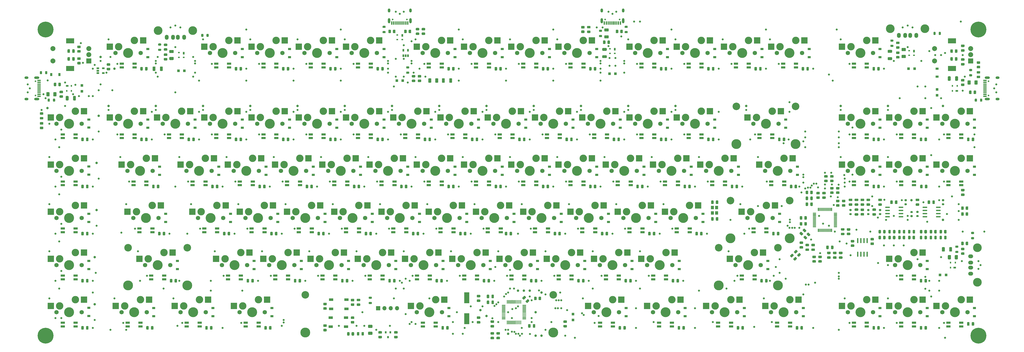
<source format=gbs>
%TF.GenerationSoftware,KiCad,Pcbnew,(5.1.10)-1*%
%TF.CreationDate,2021-11-03T18:39:44-04:00*%
%TF.ProjectId,custom_keyboard (f103_ fe2.1),63757374-6f6d-45f6-9b65-79626f617264,rev?*%
%TF.SameCoordinates,Original*%
%TF.FileFunction,Soldermask,Bot*%
%TF.FilePolarity,Negative*%
%FSLAX46Y46*%
G04 Gerber Fmt 4.6, Leading zero omitted, Abs format (unit mm)*
G04 Created by KiCad (PCBNEW (5.1.10)-1) date 2021-11-03 18:39:44*
%MOMM*%
%LPD*%
G01*
G04 APERTURE LIST*
%ADD10R,1.800000X0.900000*%
%ADD11R,2.550000X2.500000*%
%ADD12C,3.000000*%
%ADD13C,1.750000*%
%ADD14C,4.000000*%
%ADD15C,3.048000*%
%ADD16C,3.987800*%
%ADD17O,0.270000X1.500000*%
%ADD18O,1.500000X0.270000*%
%ADD19R,0.650000X1.060000*%
%ADD20R,1.800000X1.100000*%
%ADD21R,1.000000X1.000000*%
%ADD22C,1.000000*%
%ADD23O,1.700000X1.700000*%
%ADD24R,1.700000X1.700000*%
%ADD25R,2.000000X4.500000*%
%ADD26R,1.200000X0.900000*%
%ADD27O,0.588000X2.045000*%
%ADD28R,0.700000X1.000000*%
%ADD29R,0.700000X0.600000*%
%ADD30R,1.000000X0.700000*%
%ADD31R,0.600000X0.700000*%
%ADD32R,0.800000X0.900000*%
%ADD33R,1.060000X0.650000*%
%ADD34O,1.950000X0.568000*%
%ADD35R,1.450000X0.600000*%
%ADD36R,1.450000X0.300000*%
%ADD37C,0.650000*%
%ADD38O,2.100000X1.000000*%
%ADD39O,1.600000X1.000000*%
%ADD40C,3.500000*%
%ADD41O,1.500000X2.000000*%
%ADD42R,1.200000X1.400000*%
%ADD43R,0.600000X1.450000*%
%ADD44R,0.300000X1.450000*%
%ADD45O,1.000000X2.100000*%
%ADD46O,1.000000X1.600000*%
%ADD47O,2.000000X1.500000*%
%ADD48R,0.900000X1.200000*%
%ADD49R,2.000000X2.000000*%
%ADD50C,2.000000*%
%ADD51R,3.200000X2.000000*%
%ADD52C,6.400000*%
%ADD53C,0.800000*%
G04 APERTURE END LIST*
D10*
%TO.C,MX14*%
X410561800Y-174064400D03*
X410561800Y-172564400D03*
X405361800Y-174064400D03*
X405361800Y-172564400D03*
D11*
X413976800Y-163184400D03*
X400551800Y-165724400D03*
D12*
X410501800Y-163184400D03*
X404151800Y-165724400D03*
D13*
X413041800Y-168264400D03*
X402881800Y-168264400D03*
D14*
X407961800Y-168264400D03*
%TD*%
%TO.C,R27*%
G36*
G01*
X277395000Y-267026899D02*
X277395000Y-267926901D01*
G75*
G02*
X277145001Y-268176900I-249999J0D01*
G01*
X276619999Y-268176900D01*
G75*
G02*
X276370000Y-267926901I0J249999D01*
G01*
X276370000Y-267026899D01*
G75*
G02*
X276619999Y-266776900I249999J0D01*
G01*
X277145001Y-266776900D01*
G75*
G02*
X277395000Y-267026899I0J-249999D01*
G01*
G37*
G36*
G01*
X279220000Y-267026899D02*
X279220000Y-267926901D01*
G75*
G02*
X278970001Y-268176900I-249999J0D01*
G01*
X278444999Y-268176900D01*
G75*
G02*
X278195000Y-267926901I0J249999D01*
G01*
X278195000Y-267026899D01*
G75*
G02*
X278444999Y-266776900I249999J0D01*
G01*
X278970001Y-266776900D01*
G75*
G02*
X279220000Y-267026899I0J-249999D01*
G01*
G37*
%TD*%
D10*
%TO.C,MX84*%
X308174500Y-278832800D03*
X308174500Y-277332800D03*
X302974500Y-278832800D03*
X302974500Y-277332800D03*
D11*
X311589500Y-267952800D03*
X298164500Y-270492800D03*
D12*
X308114500Y-267952800D03*
X301764500Y-270492800D03*
D13*
X310654500Y-273032800D03*
X300494500Y-273032800D03*
D14*
X305574500Y-273032800D03*
%TD*%
%TO.C,R65*%
G36*
G01*
X229722999Y-178982500D02*
X230623001Y-178982500D01*
G75*
G02*
X230873000Y-179232499I0J-249999D01*
G01*
X230873000Y-179757501D01*
G75*
G02*
X230623001Y-180007500I-249999J0D01*
G01*
X229722999Y-180007500D01*
G75*
G02*
X229473000Y-179757501I0J249999D01*
G01*
X229473000Y-179232499D01*
G75*
G02*
X229722999Y-178982500I249999J0D01*
G01*
G37*
G36*
G01*
X229722999Y-177157500D02*
X230623001Y-177157500D01*
G75*
G02*
X230873000Y-177407499I0J-249999D01*
G01*
X230873000Y-177932501D01*
G75*
G02*
X230623001Y-178182500I-249999J0D01*
G01*
X229722999Y-178182500D01*
G75*
G02*
X229473000Y-177932501I0J249999D01*
G01*
X229473000Y-177407499D01*
G75*
G02*
X229722999Y-177157500I249999J0D01*
G01*
G37*
%TD*%
%TO.C,D12*%
G36*
G01*
X228248150Y-178132500D02*
X227335650Y-178132500D01*
G75*
G02*
X227091900Y-177888750I0J243750D01*
G01*
X227091900Y-177401250D01*
G75*
G02*
X227335650Y-177157500I243750J0D01*
G01*
X228248150Y-177157500D01*
G75*
G02*
X228491900Y-177401250I0J-243750D01*
G01*
X228491900Y-177888750D01*
G75*
G02*
X228248150Y-178132500I-243750J0D01*
G01*
G37*
G36*
G01*
X228248150Y-180007500D02*
X227335650Y-180007500D01*
G75*
G02*
X227091900Y-179763750I0J243750D01*
G01*
X227091900Y-179276250D01*
G75*
G02*
X227335650Y-179032500I243750J0D01*
G01*
X228248150Y-179032500D01*
G75*
G02*
X228491900Y-179276250I0J-243750D01*
G01*
X228491900Y-179763750D01*
G75*
G02*
X228248150Y-180007500I-243750J0D01*
G01*
G37*
%TD*%
%TO.C,R64*%
G36*
G01*
X202793500Y-282258501D02*
X202793500Y-281358499D01*
G75*
G02*
X203043499Y-281108500I249999J0D01*
G01*
X203568501Y-281108500D01*
G75*
G02*
X203818500Y-281358499I0J-249999D01*
G01*
X203818500Y-282258501D01*
G75*
G02*
X203568501Y-282508500I-249999J0D01*
G01*
X203043499Y-282508500D01*
G75*
G02*
X202793500Y-282258501I0J249999D01*
G01*
G37*
G36*
G01*
X200968500Y-282258501D02*
X200968500Y-281358499D01*
G75*
G02*
X201218499Y-281108500I249999J0D01*
G01*
X201743501Y-281108500D01*
G75*
G02*
X201993500Y-281358499I0J-249999D01*
G01*
X201993500Y-282258501D01*
G75*
G02*
X201743501Y-282508500I-249999J0D01*
G01*
X201218499Y-282508500D01*
G75*
G02*
X200968500Y-282258501I0J249999D01*
G01*
G37*
%TD*%
%TO.C,D11*%
G36*
G01*
X206812000Y-282219750D02*
X206812000Y-281307250D01*
G75*
G02*
X207055750Y-281063500I243750J0D01*
G01*
X207543250Y-281063500D01*
G75*
G02*
X207787000Y-281307250I0J-243750D01*
G01*
X207787000Y-282219750D01*
G75*
G02*
X207543250Y-282463500I-243750J0D01*
G01*
X207055750Y-282463500D01*
G75*
G02*
X206812000Y-282219750I0J243750D01*
G01*
G37*
G36*
G01*
X204937000Y-282219750D02*
X204937000Y-281307250D01*
G75*
G02*
X205180750Y-281063500I243750J0D01*
G01*
X205668250Y-281063500D01*
G75*
G02*
X205912000Y-281307250I0J-243750D01*
G01*
X205912000Y-282219750D01*
G75*
G02*
X205668250Y-282463500I-243750J0D01*
G01*
X205180750Y-282463500D01*
G75*
G02*
X204937000Y-282219750I0J243750D01*
G01*
G37*
%TD*%
D15*
%TO.C,MX64*%
X379421100Y-227950200D03*
X355545100Y-227950200D03*
D16*
X379421100Y-243190200D03*
X355545100Y-243190200D03*
D10*
X370083100Y-240735200D03*
X370083100Y-239235200D03*
X364883100Y-240735200D03*
X364883100Y-239235200D03*
D11*
X373498100Y-229855200D03*
X360073100Y-232395200D03*
D12*
X370023100Y-229855200D03*
X363673100Y-232395200D03*
D13*
X372563100Y-234935200D03*
X362403100Y-234935200D03*
D14*
X367483100Y-234935200D03*
%TD*%
D17*
%TO.C,FE2.1*%
X396425200Y-239978900D03*
X395925200Y-239978900D03*
X395425200Y-239978900D03*
X394925200Y-239978900D03*
X394425200Y-239978900D03*
X393925200Y-239978900D03*
X393425200Y-239978900D03*
X392925200Y-239978900D03*
X392425200Y-239978900D03*
X391925200Y-239978900D03*
X391425200Y-239978900D03*
X390925200Y-239978900D03*
D18*
X389425200Y-238478900D03*
X389425200Y-237978900D03*
X389425200Y-237478900D03*
X389425200Y-236978900D03*
X389425200Y-236478900D03*
X389425200Y-235978900D03*
X389425200Y-235478900D03*
X389425200Y-234978900D03*
X389425200Y-234478900D03*
X389425200Y-233978900D03*
X389425200Y-233478900D03*
X389425200Y-232978900D03*
D17*
X390925200Y-231478900D03*
X391425200Y-231478900D03*
X391925200Y-231478900D03*
X392425200Y-231478900D03*
X392925200Y-231478900D03*
X393425200Y-231478900D03*
X393925200Y-231478900D03*
X394425200Y-231478900D03*
X394925200Y-231478900D03*
X395425200Y-231478900D03*
X395925200Y-231478900D03*
X396425200Y-231478900D03*
D18*
X397925200Y-232978900D03*
X397925200Y-233478900D03*
X397925200Y-233978900D03*
X397925200Y-234478900D03*
X397925200Y-234978900D03*
X397925200Y-235478900D03*
X397925200Y-235978900D03*
X397925200Y-236478900D03*
X397925200Y-236978900D03*
X397925200Y-237478900D03*
X397925200Y-237978900D03*
X397925200Y-238478900D03*
%TD*%
%TO.C,R24*%
G36*
G01*
X191625399Y-271051700D02*
X192525401Y-271051700D01*
G75*
G02*
X192775400Y-271301699I0J-249999D01*
G01*
X192775400Y-271826701D01*
G75*
G02*
X192525401Y-272076700I-249999J0D01*
G01*
X191625399Y-272076700D01*
G75*
G02*
X191375400Y-271826701I0J249999D01*
G01*
X191375400Y-271301699D01*
G75*
G02*
X191625399Y-271051700I249999J0D01*
G01*
G37*
G36*
G01*
X191625399Y-269226700D02*
X192525401Y-269226700D01*
G75*
G02*
X192775400Y-269476699I0J-249999D01*
G01*
X192775400Y-270001701D01*
G75*
G02*
X192525401Y-270251700I-249999J0D01*
G01*
X191625399Y-270251700D01*
G75*
G02*
X191375400Y-270001701I0J249999D01*
G01*
X191375400Y-269476699D01*
G75*
G02*
X191625399Y-269226700I249999J0D01*
G01*
G37*
%TD*%
%TO.C,R25*%
G36*
G01*
X202737199Y-276607600D02*
X203637201Y-276607600D01*
G75*
G02*
X203887200Y-276857599I0J-249999D01*
G01*
X203887200Y-277382601D01*
G75*
G02*
X203637201Y-277632600I-249999J0D01*
G01*
X202737199Y-277632600D01*
G75*
G02*
X202487200Y-277382601I0J249999D01*
G01*
X202487200Y-276857599D01*
G75*
G02*
X202737199Y-276607600I249999J0D01*
G01*
G37*
G36*
G01*
X202737199Y-274782600D02*
X203637201Y-274782600D01*
G75*
G02*
X203887200Y-275032599I0J-249999D01*
G01*
X203887200Y-275557601D01*
G75*
G02*
X203637201Y-275807600I-249999J0D01*
G01*
X202737199Y-275807600D01*
G75*
G02*
X202487200Y-275557601I0J249999D01*
G01*
X202487200Y-275032599D01*
G75*
G02*
X202737199Y-274782600I249999J0D01*
G01*
G37*
%TD*%
%TO.C,R19*%
G36*
G01*
X192525401Y-278982400D02*
X191625399Y-278982400D01*
G75*
G02*
X191375400Y-278732401I0J249999D01*
G01*
X191375400Y-278207399D01*
G75*
G02*
X191625399Y-277957400I249999J0D01*
G01*
X192525401Y-277957400D01*
G75*
G02*
X192775400Y-278207399I0J-249999D01*
G01*
X192775400Y-278732401D01*
G75*
G02*
X192525401Y-278982400I-249999J0D01*
G01*
G37*
G36*
G01*
X192525401Y-280807400D02*
X191625399Y-280807400D01*
G75*
G02*
X191375400Y-280557401I0J249999D01*
G01*
X191375400Y-280032399D01*
G75*
G02*
X191625399Y-279782400I249999J0D01*
G01*
X192525401Y-279782400D01*
G75*
G02*
X192775400Y-280032399I0J-249999D01*
G01*
X192775400Y-280557401D01*
G75*
G02*
X192525401Y-280807400I-249999J0D01*
G01*
G37*
%TD*%
%TO.C,R56*%
G36*
G01*
X453602700Y-184588401D02*
X453602700Y-183688399D01*
G75*
G02*
X453852699Y-183438400I249999J0D01*
G01*
X454377701Y-183438400D01*
G75*
G02*
X454627700Y-183688399I0J-249999D01*
G01*
X454627700Y-184588401D01*
G75*
G02*
X454377701Y-184838400I-249999J0D01*
G01*
X453852699Y-184838400D01*
G75*
G02*
X453602700Y-184588401I0J249999D01*
G01*
G37*
G36*
G01*
X451777700Y-184588401D02*
X451777700Y-183688399D01*
G75*
G02*
X452027699Y-183438400I249999J0D01*
G01*
X452552701Y-183438400D01*
G75*
G02*
X452802700Y-183688399I0J-249999D01*
G01*
X452802700Y-184588401D01*
G75*
G02*
X452552701Y-184838400I-249999J0D01*
G01*
X452027699Y-184838400D01*
G75*
G02*
X451777700Y-184588401I0J249999D01*
G01*
G37*
%TD*%
%TO.C,R50*%
G36*
G01*
X448784199Y-180569900D02*
X449684201Y-180569900D01*
G75*
G02*
X449934200Y-180819899I0J-249999D01*
G01*
X449934200Y-181344901D01*
G75*
G02*
X449684201Y-181594900I-249999J0D01*
G01*
X448784199Y-181594900D01*
G75*
G02*
X448534200Y-181344901I0J249999D01*
G01*
X448534200Y-180819899D01*
G75*
G02*
X448784199Y-180569900I249999J0D01*
G01*
G37*
G36*
G01*
X448784199Y-178744900D02*
X449684201Y-178744900D01*
G75*
G02*
X449934200Y-178994899I0J-249999D01*
G01*
X449934200Y-179519901D01*
G75*
G02*
X449684201Y-179769900I-249999J0D01*
G01*
X448784199Y-179769900D01*
G75*
G02*
X448534200Y-179519901I0J249999D01*
G01*
X448534200Y-178994899D01*
G75*
G02*
X448784199Y-178744900I249999J0D01*
G01*
G37*
%TD*%
%TO.C,R14*%
G36*
G01*
X83732200Y-180513599D02*
X83732200Y-181413601D01*
G75*
G02*
X83482201Y-181663600I-249999J0D01*
G01*
X82957199Y-181663600D01*
G75*
G02*
X82707200Y-181413601I0J249999D01*
G01*
X82707200Y-180513599D01*
G75*
G02*
X82957199Y-180263600I249999J0D01*
G01*
X83482201Y-180263600D01*
G75*
G02*
X83732200Y-180513599I0J-249999D01*
G01*
G37*
G36*
G01*
X85557200Y-180513599D02*
X85557200Y-181413601D01*
G75*
G02*
X85307201Y-181663600I-249999J0D01*
G01*
X84782199Y-181663600D01*
G75*
G02*
X84532200Y-181413601I0J249999D01*
G01*
X84532200Y-180513599D01*
G75*
G02*
X84782199Y-180263600I249999J0D01*
G01*
X85307201Y-180263600D01*
G75*
G02*
X85557200Y-180513599I0J-249999D01*
G01*
G37*
%TD*%
%TO.C,R7*%
G36*
G01*
X86169601Y-184532100D02*
X85269599Y-184532100D01*
G75*
G02*
X85019600Y-184282101I0J249999D01*
G01*
X85019600Y-183757099D01*
G75*
G02*
X85269599Y-183507100I249999J0D01*
G01*
X86169601Y-183507100D01*
G75*
G02*
X86419600Y-183757099I0J-249999D01*
G01*
X86419600Y-184282101D01*
G75*
G02*
X86169601Y-184532100I-249999J0D01*
G01*
G37*
G36*
G01*
X86169601Y-186357100D02*
X85269599Y-186357100D01*
G75*
G02*
X85019600Y-186107101I0J249999D01*
G01*
X85019600Y-185582099D01*
G75*
G02*
X85269599Y-185332100I249999J0D01*
G01*
X86169601Y-185332100D01*
G75*
G02*
X86419600Y-185582099I0J-249999D01*
G01*
X86419600Y-186107101D01*
G75*
G02*
X86169601Y-186357100I-249999J0D01*
G01*
G37*
%TD*%
%TO.C,R22*%
G36*
G01*
X203637201Y-268664300D02*
X202737199Y-268664300D01*
G75*
G02*
X202487200Y-268414301I0J249999D01*
G01*
X202487200Y-267889299D01*
G75*
G02*
X202737199Y-267639300I249999J0D01*
G01*
X203637201Y-267639300D01*
G75*
G02*
X203887200Y-267889299I0J-249999D01*
G01*
X203887200Y-268414301D01*
G75*
G02*
X203637201Y-268664300I-249999J0D01*
G01*
G37*
G36*
G01*
X203637201Y-270489300D02*
X202737199Y-270489300D01*
G75*
G02*
X202487200Y-270239301I0J249999D01*
G01*
X202487200Y-269714299D01*
G75*
G02*
X202737199Y-269464300I249999J0D01*
G01*
X203637201Y-269464300D01*
G75*
G02*
X203887200Y-269714299I0J-249999D01*
G01*
X203887200Y-270239301D01*
G75*
G02*
X203637201Y-270489300I-249999J0D01*
G01*
G37*
%TD*%
D19*
%TO.C,U1*%
X225567100Y-167164400D03*
X223667100Y-167164400D03*
X223667100Y-169364400D03*
X224617100Y-169364400D03*
X225567100Y-169364400D03*
%TD*%
D20*
%TO.C,SW2*%
X200562400Y-278933500D03*
X194362400Y-275233500D03*
X200562400Y-275233500D03*
X194362400Y-278933500D03*
%TD*%
%TO.C,F1*%
G36*
G01*
X236503900Y-180001200D02*
X236503900Y-178751200D01*
G75*
G02*
X236753900Y-178501200I250000J0D01*
G01*
X237503900Y-178501200D01*
G75*
G02*
X237753900Y-178751200I0J-250000D01*
G01*
X237753900Y-180001200D01*
G75*
G02*
X237503900Y-180251200I-250000J0D01*
G01*
X236753900Y-180251200D01*
G75*
G02*
X236503900Y-180001200I0J250000D01*
G01*
G37*
G36*
G01*
X233703900Y-180001200D02*
X233703900Y-178751200D01*
G75*
G02*
X233953900Y-178501200I250000J0D01*
G01*
X234703900Y-178501200D01*
G75*
G02*
X234953900Y-178751200I0J-250000D01*
G01*
X234953900Y-180001200D01*
G75*
G02*
X234703900Y-180251200I-250000J0D01*
G01*
X233953900Y-180251200D01*
G75*
G02*
X233703900Y-180001200I0J250000D01*
G01*
G37*
%TD*%
%TO.C,R36*%
G36*
G01*
X310333550Y-159083699D02*
X310333550Y-159983701D01*
G75*
G02*
X310083551Y-160233700I-249999J0D01*
G01*
X309558549Y-160233700D01*
G75*
G02*
X309308550Y-159983701I0J249999D01*
G01*
X309308550Y-159083699D01*
G75*
G02*
X309558549Y-158833700I249999J0D01*
G01*
X310083551Y-158833700D01*
G75*
G02*
X310333550Y-159083699I0J-249999D01*
G01*
G37*
G36*
G01*
X312158550Y-159083699D02*
X312158550Y-159983701D01*
G75*
G02*
X311908551Y-160233700I-249999J0D01*
G01*
X311383549Y-160233700D01*
G75*
G02*
X311133550Y-159983701I0J249999D01*
G01*
X311133550Y-159083699D01*
G75*
G02*
X311383549Y-158833700I249999J0D01*
G01*
X311908551Y-158833700D01*
G75*
G02*
X312158550Y-159083699I0J-249999D01*
G01*
G37*
%TD*%
%TO.C,R33*%
G36*
G01*
X305974500Y-164349051D02*
X305974500Y-163449049D01*
G75*
G02*
X306224499Y-163199050I249999J0D01*
G01*
X306749501Y-163199050D01*
G75*
G02*
X306999500Y-163449049I0J-249999D01*
G01*
X306999500Y-164349051D01*
G75*
G02*
X306749501Y-164599050I-249999J0D01*
G01*
X306224499Y-164599050D01*
G75*
G02*
X305974500Y-164349051I0J249999D01*
G01*
G37*
G36*
G01*
X304149500Y-164349051D02*
X304149500Y-163449049D01*
G75*
G02*
X304399499Y-163199050I249999J0D01*
G01*
X304924501Y-163199050D01*
G75*
G02*
X305174500Y-163449049I0J-249999D01*
G01*
X305174500Y-164349051D01*
G75*
G02*
X304924501Y-164599050I-249999J0D01*
G01*
X304399499Y-164599050D01*
G75*
G02*
X304149500Y-164349051I0J249999D01*
G01*
G37*
%TD*%
D21*
%TO.C,D+6*%
X429788550Y-174614000D03*
%TD*%
D15*
%TO.C,MX83*%
X284135050Y-266073200D03*
D16*
X284135050Y-281313200D03*
D15*
X184135250Y-266073200D03*
D16*
X184135250Y-281313200D03*
D10*
X236741500Y-278832800D03*
X236741500Y-277332800D03*
X231541500Y-278832800D03*
X231541500Y-277332800D03*
D11*
X240156500Y-267952800D03*
X226731500Y-270492800D03*
D12*
X236681500Y-267952800D03*
X230331500Y-270492800D03*
D13*
X239221500Y-273032800D03*
X229061500Y-273032800D03*
D14*
X234141500Y-273032800D03*
%TD*%
D21*
%TO.C,KD-1*%
X292081600Y-276207600D03*
%TD*%
%TO.C,KD+1*%
X292081600Y-273826500D03*
%TD*%
%TO.C,D+7*%
X438916100Y-185328950D03*
%TD*%
%TO.C,D-7*%
X438916100Y-182947850D03*
%TD*%
%TO.C,D-6*%
X427407450Y-174614000D03*
%TD*%
%TO.C,D+5*%
X309146150Y-176598250D03*
%TD*%
%TO.C,D-5*%
X306765050Y-176598250D03*
%TD*%
%TO.C,D-4*%
X440106650Y-257952500D03*
%TD*%
%TO.C,D+4*%
X442487750Y-257952500D03*
%TD*%
%TO.C,D+2*%
X94053450Y-181360450D03*
%TD*%
%TO.C,D-2*%
X94053450Y-183741550D03*
%TD*%
%TO.C,D-3*%
X132944750Y-175407700D03*
%TD*%
%TO.C,D+3*%
X135325850Y-175407700D03*
%TD*%
%TO.C,D+1*%
X223426550Y-179376200D03*
%TD*%
%TO.C,D-1*%
X221045450Y-179376200D03*
%TD*%
D22*
%TO.C,BOOT1*%
X279382400Y-265095800D03*
%TD*%
%TO.C,BOOT0*%
X265889500Y-281763500D03*
%TD*%
D23*
%TO.C,J1*%
X221125300Y-271445400D03*
X218585300Y-271445400D03*
X216045300Y-271445400D03*
D24*
X213505300Y-271445400D03*
%TD*%
%TO.C,C13*%
G36*
G01*
X205093300Y-269514300D02*
X206043300Y-269514300D01*
G75*
G02*
X206293300Y-269764300I0J-250000D01*
G01*
X206293300Y-270264300D01*
G75*
G02*
X206043300Y-270514300I-250000J0D01*
G01*
X205093300Y-270514300D01*
G75*
G02*
X204843300Y-270264300I0J250000D01*
G01*
X204843300Y-269764300D01*
G75*
G02*
X205093300Y-269514300I250000J0D01*
G01*
G37*
G36*
G01*
X205093300Y-267614300D02*
X206043300Y-267614300D01*
G75*
G02*
X206293300Y-267864300I0J-250000D01*
G01*
X206293300Y-268364300D01*
G75*
G02*
X206043300Y-268614300I-250000J0D01*
G01*
X205093300Y-268614300D01*
G75*
G02*
X204843300Y-268364300I0J250000D01*
G01*
X204843300Y-267864300D01*
G75*
G02*
X205093300Y-267614300I250000J0D01*
G01*
G37*
%TD*%
D22*
%TO.C,X2*%
X254777700Y-272239100D03*
%TD*%
%TO.C,X1*%
X257158800Y-274620200D03*
%TD*%
%TO.C,C18*%
G36*
G01*
X259064900Y-278245000D02*
X260014900Y-278245000D01*
G75*
G02*
X260264900Y-278495000I0J-250000D01*
G01*
X260264900Y-278995000D01*
G75*
G02*
X260014900Y-279245000I-250000J0D01*
G01*
X259064900Y-279245000D01*
G75*
G02*
X258814900Y-278995000I0J250000D01*
G01*
X258814900Y-278495000D01*
G75*
G02*
X259064900Y-278245000I250000J0D01*
G01*
G37*
G36*
G01*
X259064900Y-276345000D02*
X260014900Y-276345000D01*
G75*
G02*
X260264900Y-276595000I0J-250000D01*
G01*
X260264900Y-277095000D01*
G75*
G02*
X260014900Y-277345000I-250000J0D01*
G01*
X259064900Y-277345000D01*
G75*
G02*
X258814900Y-277095000I0J250000D01*
G01*
X258814900Y-276595000D01*
G75*
G02*
X259064900Y-276345000I250000J0D01*
G01*
G37*
%TD*%
D25*
%TO.C,Y2*%
X249221800Y-267195400D03*
X249221800Y-275695400D03*
%TD*%
%TO.C,STM32*%
G36*
G01*
X265370600Y-277857800D02*
X265370600Y-276532800D01*
G75*
G02*
X265445600Y-276457800I75000J0D01*
G01*
X265595600Y-276457800D01*
G75*
G02*
X265670600Y-276532800I0J-75000D01*
G01*
X265670600Y-277857800D01*
G75*
G02*
X265595600Y-277932800I-75000J0D01*
G01*
X265445600Y-277932800D01*
G75*
G02*
X265370600Y-277857800I0J75000D01*
G01*
G37*
G36*
G01*
X265870600Y-277857800D02*
X265870600Y-276532800D01*
G75*
G02*
X265945600Y-276457800I75000J0D01*
G01*
X266095600Y-276457800D01*
G75*
G02*
X266170600Y-276532800I0J-75000D01*
G01*
X266170600Y-277857800D01*
G75*
G02*
X266095600Y-277932800I-75000J0D01*
G01*
X265945600Y-277932800D01*
G75*
G02*
X265870600Y-277857800I0J75000D01*
G01*
G37*
G36*
G01*
X266370600Y-277857800D02*
X266370600Y-276532800D01*
G75*
G02*
X266445600Y-276457800I75000J0D01*
G01*
X266595600Y-276457800D01*
G75*
G02*
X266670600Y-276532800I0J-75000D01*
G01*
X266670600Y-277857800D01*
G75*
G02*
X266595600Y-277932800I-75000J0D01*
G01*
X266445600Y-277932800D01*
G75*
G02*
X266370600Y-277857800I0J75000D01*
G01*
G37*
G36*
G01*
X266870600Y-277857800D02*
X266870600Y-276532800D01*
G75*
G02*
X266945600Y-276457800I75000J0D01*
G01*
X267095600Y-276457800D01*
G75*
G02*
X267170600Y-276532800I0J-75000D01*
G01*
X267170600Y-277857800D01*
G75*
G02*
X267095600Y-277932800I-75000J0D01*
G01*
X266945600Y-277932800D01*
G75*
G02*
X266870600Y-277857800I0J75000D01*
G01*
G37*
G36*
G01*
X267370600Y-277857800D02*
X267370600Y-276532800D01*
G75*
G02*
X267445600Y-276457800I75000J0D01*
G01*
X267595600Y-276457800D01*
G75*
G02*
X267670600Y-276532800I0J-75000D01*
G01*
X267670600Y-277857800D01*
G75*
G02*
X267595600Y-277932800I-75000J0D01*
G01*
X267445600Y-277932800D01*
G75*
G02*
X267370600Y-277857800I0J75000D01*
G01*
G37*
G36*
G01*
X267870600Y-277857800D02*
X267870600Y-276532800D01*
G75*
G02*
X267945600Y-276457800I75000J0D01*
G01*
X268095600Y-276457800D01*
G75*
G02*
X268170600Y-276532800I0J-75000D01*
G01*
X268170600Y-277857800D01*
G75*
G02*
X268095600Y-277932800I-75000J0D01*
G01*
X267945600Y-277932800D01*
G75*
G02*
X267870600Y-277857800I0J75000D01*
G01*
G37*
G36*
G01*
X268370600Y-277857800D02*
X268370600Y-276532800D01*
G75*
G02*
X268445600Y-276457800I75000J0D01*
G01*
X268595600Y-276457800D01*
G75*
G02*
X268670600Y-276532800I0J-75000D01*
G01*
X268670600Y-277857800D01*
G75*
G02*
X268595600Y-277932800I-75000J0D01*
G01*
X268445600Y-277932800D01*
G75*
G02*
X268370600Y-277857800I0J75000D01*
G01*
G37*
G36*
G01*
X268870600Y-277857800D02*
X268870600Y-276532800D01*
G75*
G02*
X268945600Y-276457800I75000J0D01*
G01*
X269095600Y-276457800D01*
G75*
G02*
X269170600Y-276532800I0J-75000D01*
G01*
X269170600Y-277857800D01*
G75*
G02*
X269095600Y-277932800I-75000J0D01*
G01*
X268945600Y-277932800D01*
G75*
G02*
X268870600Y-277857800I0J75000D01*
G01*
G37*
G36*
G01*
X269370600Y-277857800D02*
X269370600Y-276532800D01*
G75*
G02*
X269445600Y-276457800I75000J0D01*
G01*
X269595600Y-276457800D01*
G75*
G02*
X269670600Y-276532800I0J-75000D01*
G01*
X269670600Y-277857800D01*
G75*
G02*
X269595600Y-277932800I-75000J0D01*
G01*
X269445600Y-277932800D01*
G75*
G02*
X269370600Y-277857800I0J75000D01*
G01*
G37*
G36*
G01*
X269870600Y-277857800D02*
X269870600Y-276532800D01*
G75*
G02*
X269945600Y-276457800I75000J0D01*
G01*
X270095600Y-276457800D01*
G75*
G02*
X270170600Y-276532800I0J-75000D01*
G01*
X270170600Y-277857800D01*
G75*
G02*
X270095600Y-277932800I-75000J0D01*
G01*
X269945600Y-277932800D01*
G75*
G02*
X269870600Y-277857800I0J75000D01*
G01*
G37*
G36*
G01*
X270370600Y-277857800D02*
X270370600Y-276532800D01*
G75*
G02*
X270445600Y-276457800I75000J0D01*
G01*
X270595600Y-276457800D01*
G75*
G02*
X270670600Y-276532800I0J-75000D01*
G01*
X270670600Y-277857800D01*
G75*
G02*
X270595600Y-277932800I-75000J0D01*
G01*
X270445600Y-277932800D01*
G75*
G02*
X270370600Y-277857800I0J75000D01*
G01*
G37*
G36*
G01*
X270870600Y-277857800D02*
X270870600Y-276532800D01*
G75*
G02*
X270945600Y-276457800I75000J0D01*
G01*
X271095600Y-276457800D01*
G75*
G02*
X271170600Y-276532800I0J-75000D01*
G01*
X271170600Y-277857800D01*
G75*
G02*
X271095600Y-277932800I-75000J0D01*
G01*
X270945600Y-277932800D01*
G75*
G02*
X270870600Y-277857800I0J75000D01*
G01*
G37*
G36*
G01*
X271695600Y-275857800D02*
X271695600Y-275707800D01*
G75*
G02*
X271770600Y-275632800I75000J0D01*
G01*
X273095600Y-275632800D01*
G75*
G02*
X273170600Y-275707800I0J-75000D01*
G01*
X273170600Y-275857800D01*
G75*
G02*
X273095600Y-275932800I-75000J0D01*
G01*
X271770600Y-275932800D01*
G75*
G02*
X271695600Y-275857800I0J75000D01*
G01*
G37*
G36*
G01*
X271695600Y-275357800D02*
X271695600Y-275207800D01*
G75*
G02*
X271770600Y-275132800I75000J0D01*
G01*
X273095600Y-275132800D01*
G75*
G02*
X273170600Y-275207800I0J-75000D01*
G01*
X273170600Y-275357800D01*
G75*
G02*
X273095600Y-275432800I-75000J0D01*
G01*
X271770600Y-275432800D01*
G75*
G02*
X271695600Y-275357800I0J75000D01*
G01*
G37*
G36*
G01*
X271695600Y-274857800D02*
X271695600Y-274707800D01*
G75*
G02*
X271770600Y-274632800I75000J0D01*
G01*
X273095600Y-274632800D01*
G75*
G02*
X273170600Y-274707800I0J-75000D01*
G01*
X273170600Y-274857800D01*
G75*
G02*
X273095600Y-274932800I-75000J0D01*
G01*
X271770600Y-274932800D01*
G75*
G02*
X271695600Y-274857800I0J75000D01*
G01*
G37*
G36*
G01*
X271695600Y-274357800D02*
X271695600Y-274207800D01*
G75*
G02*
X271770600Y-274132800I75000J0D01*
G01*
X273095600Y-274132800D01*
G75*
G02*
X273170600Y-274207800I0J-75000D01*
G01*
X273170600Y-274357800D01*
G75*
G02*
X273095600Y-274432800I-75000J0D01*
G01*
X271770600Y-274432800D01*
G75*
G02*
X271695600Y-274357800I0J75000D01*
G01*
G37*
G36*
G01*
X271695600Y-273857800D02*
X271695600Y-273707800D01*
G75*
G02*
X271770600Y-273632800I75000J0D01*
G01*
X273095600Y-273632800D01*
G75*
G02*
X273170600Y-273707800I0J-75000D01*
G01*
X273170600Y-273857800D01*
G75*
G02*
X273095600Y-273932800I-75000J0D01*
G01*
X271770600Y-273932800D01*
G75*
G02*
X271695600Y-273857800I0J75000D01*
G01*
G37*
G36*
G01*
X271695600Y-273357800D02*
X271695600Y-273207800D01*
G75*
G02*
X271770600Y-273132800I75000J0D01*
G01*
X273095600Y-273132800D01*
G75*
G02*
X273170600Y-273207800I0J-75000D01*
G01*
X273170600Y-273357800D01*
G75*
G02*
X273095600Y-273432800I-75000J0D01*
G01*
X271770600Y-273432800D01*
G75*
G02*
X271695600Y-273357800I0J75000D01*
G01*
G37*
G36*
G01*
X271695600Y-272857800D02*
X271695600Y-272707800D01*
G75*
G02*
X271770600Y-272632800I75000J0D01*
G01*
X273095600Y-272632800D01*
G75*
G02*
X273170600Y-272707800I0J-75000D01*
G01*
X273170600Y-272857800D01*
G75*
G02*
X273095600Y-272932800I-75000J0D01*
G01*
X271770600Y-272932800D01*
G75*
G02*
X271695600Y-272857800I0J75000D01*
G01*
G37*
G36*
G01*
X271695600Y-272357800D02*
X271695600Y-272207800D01*
G75*
G02*
X271770600Y-272132800I75000J0D01*
G01*
X273095600Y-272132800D01*
G75*
G02*
X273170600Y-272207800I0J-75000D01*
G01*
X273170600Y-272357800D01*
G75*
G02*
X273095600Y-272432800I-75000J0D01*
G01*
X271770600Y-272432800D01*
G75*
G02*
X271695600Y-272357800I0J75000D01*
G01*
G37*
G36*
G01*
X271695600Y-271857800D02*
X271695600Y-271707800D01*
G75*
G02*
X271770600Y-271632800I75000J0D01*
G01*
X273095600Y-271632800D01*
G75*
G02*
X273170600Y-271707800I0J-75000D01*
G01*
X273170600Y-271857800D01*
G75*
G02*
X273095600Y-271932800I-75000J0D01*
G01*
X271770600Y-271932800D01*
G75*
G02*
X271695600Y-271857800I0J75000D01*
G01*
G37*
G36*
G01*
X271695600Y-271357800D02*
X271695600Y-271207800D01*
G75*
G02*
X271770600Y-271132800I75000J0D01*
G01*
X273095600Y-271132800D01*
G75*
G02*
X273170600Y-271207800I0J-75000D01*
G01*
X273170600Y-271357800D01*
G75*
G02*
X273095600Y-271432800I-75000J0D01*
G01*
X271770600Y-271432800D01*
G75*
G02*
X271695600Y-271357800I0J75000D01*
G01*
G37*
G36*
G01*
X271695600Y-270857800D02*
X271695600Y-270707800D01*
G75*
G02*
X271770600Y-270632800I75000J0D01*
G01*
X273095600Y-270632800D01*
G75*
G02*
X273170600Y-270707800I0J-75000D01*
G01*
X273170600Y-270857800D01*
G75*
G02*
X273095600Y-270932800I-75000J0D01*
G01*
X271770600Y-270932800D01*
G75*
G02*
X271695600Y-270857800I0J75000D01*
G01*
G37*
G36*
G01*
X271695600Y-270357800D02*
X271695600Y-270207800D01*
G75*
G02*
X271770600Y-270132800I75000J0D01*
G01*
X273095600Y-270132800D01*
G75*
G02*
X273170600Y-270207800I0J-75000D01*
G01*
X273170600Y-270357800D01*
G75*
G02*
X273095600Y-270432800I-75000J0D01*
G01*
X271770600Y-270432800D01*
G75*
G02*
X271695600Y-270357800I0J75000D01*
G01*
G37*
G36*
G01*
X270870600Y-269532800D02*
X270870600Y-268207800D01*
G75*
G02*
X270945600Y-268132800I75000J0D01*
G01*
X271095600Y-268132800D01*
G75*
G02*
X271170600Y-268207800I0J-75000D01*
G01*
X271170600Y-269532800D01*
G75*
G02*
X271095600Y-269607800I-75000J0D01*
G01*
X270945600Y-269607800D01*
G75*
G02*
X270870600Y-269532800I0J75000D01*
G01*
G37*
G36*
G01*
X270370600Y-269532800D02*
X270370600Y-268207800D01*
G75*
G02*
X270445600Y-268132800I75000J0D01*
G01*
X270595600Y-268132800D01*
G75*
G02*
X270670600Y-268207800I0J-75000D01*
G01*
X270670600Y-269532800D01*
G75*
G02*
X270595600Y-269607800I-75000J0D01*
G01*
X270445600Y-269607800D01*
G75*
G02*
X270370600Y-269532800I0J75000D01*
G01*
G37*
G36*
G01*
X269870600Y-269532800D02*
X269870600Y-268207800D01*
G75*
G02*
X269945600Y-268132800I75000J0D01*
G01*
X270095600Y-268132800D01*
G75*
G02*
X270170600Y-268207800I0J-75000D01*
G01*
X270170600Y-269532800D01*
G75*
G02*
X270095600Y-269607800I-75000J0D01*
G01*
X269945600Y-269607800D01*
G75*
G02*
X269870600Y-269532800I0J75000D01*
G01*
G37*
G36*
G01*
X269370600Y-269532800D02*
X269370600Y-268207800D01*
G75*
G02*
X269445600Y-268132800I75000J0D01*
G01*
X269595600Y-268132800D01*
G75*
G02*
X269670600Y-268207800I0J-75000D01*
G01*
X269670600Y-269532800D01*
G75*
G02*
X269595600Y-269607800I-75000J0D01*
G01*
X269445600Y-269607800D01*
G75*
G02*
X269370600Y-269532800I0J75000D01*
G01*
G37*
G36*
G01*
X268870600Y-269532800D02*
X268870600Y-268207800D01*
G75*
G02*
X268945600Y-268132800I75000J0D01*
G01*
X269095600Y-268132800D01*
G75*
G02*
X269170600Y-268207800I0J-75000D01*
G01*
X269170600Y-269532800D01*
G75*
G02*
X269095600Y-269607800I-75000J0D01*
G01*
X268945600Y-269607800D01*
G75*
G02*
X268870600Y-269532800I0J75000D01*
G01*
G37*
G36*
G01*
X268370600Y-269532800D02*
X268370600Y-268207800D01*
G75*
G02*
X268445600Y-268132800I75000J0D01*
G01*
X268595600Y-268132800D01*
G75*
G02*
X268670600Y-268207800I0J-75000D01*
G01*
X268670600Y-269532800D01*
G75*
G02*
X268595600Y-269607800I-75000J0D01*
G01*
X268445600Y-269607800D01*
G75*
G02*
X268370600Y-269532800I0J75000D01*
G01*
G37*
G36*
G01*
X267870600Y-269532800D02*
X267870600Y-268207800D01*
G75*
G02*
X267945600Y-268132800I75000J0D01*
G01*
X268095600Y-268132800D01*
G75*
G02*
X268170600Y-268207800I0J-75000D01*
G01*
X268170600Y-269532800D01*
G75*
G02*
X268095600Y-269607800I-75000J0D01*
G01*
X267945600Y-269607800D01*
G75*
G02*
X267870600Y-269532800I0J75000D01*
G01*
G37*
G36*
G01*
X267370600Y-269532800D02*
X267370600Y-268207800D01*
G75*
G02*
X267445600Y-268132800I75000J0D01*
G01*
X267595600Y-268132800D01*
G75*
G02*
X267670600Y-268207800I0J-75000D01*
G01*
X267670600Y-269532800D01*
G75*
G02*
X267595600Y-269607800I-75000J0D01*
G01*
X267445600Y-269607800D01*
G75*
G02*
X267370600Y-269532800I0J75000D01*
G01*
G37*
G36*
G01*
X266870600Y-269532800D02*
X266870600Y-268207800D01*
G75*
G02*
X266945600Y-268132800I75000J0D01*
G01*
X267095600Y-268132800D01*
G75*
G02*
X267170600Y-268207800I0J-75000D01*
G01*
X267170600Y-269532800D01*
G75*
G02*
X267095600Y-269607800I-75000J0D01*
G01*
X266945600Y-269607800D01*
G75*
G02*
X266870600Y-269532800I0J75000D01*
G01*
G37*
G36*
G01*
X266370600Y-269532800D02*
X266370600Y-268207800D01*
G75*
G02*
X266445600Y-268132800I75000J0D01*
G01*
X266595600Y-268132800D01*
G75*
G02*
X266670600Y-268207800I0J-75000D01*
G01*
X266670600Y-269532800D01*
G75*
G02*
X266595600Y-269607800I-75000J0D01*
G01*
X266445600Y-269607800D01*
G75*
G02*
X266370600Y-269532800I0J75000D01*
G01*
G37*
G36*
G01*
X265870600Y-269532800D02*
X265870600Y-268207800D01*
G75*
G02*
X265945600Y-268132800I75000J0D01*
G01*
X266095600Y-268132800D01*
G75*
G02*
X266170600Y-268207800I0J-75000D01*
G01*
X266170600Y-269532800D01*
G75*
G02*
X266095600Y-269607800I-75000J0D01*
G01*
X265945600Y-269607800D01*
G75*
G02*
X265870600Y-269532800I0J75000D01*
G01*
G37*
G36*
G01*
X265370600Y-269532800D02*
X265370600Y-268207800D01*
G75*
G02*
X265445600Y-268132800I75000J0D01*
G01*
X265595600Y-268132800D01*
G75*
G02*
X265670600Y-268207800I0J-75000D01*
G01*
X265670600Y-269532800D01*
G75*
G02*
X265595600Y-269607800I-75000J0D01*
G01*
X265445600Y-269607800D01*
G75*
G02*
X265370600Y-269532800I0J75000D01*
G01*
G37*
G36*
G01*
X263370600Y-270357800D02*
X263370600Y-270207800D01*
G75*
G02*
X263445600Y-270132800I75000J0D01*
G01*
X264770600Y-270132800D01*
G75*
G02*
X264845600Y-270207800I0J-75000D01*
G01*
X264845600Y-270357800D01*
G75*
G02*
X264770600Y-270432800I-75000J0D01*
G01*
X263445600Y-270432800D01*
G75*
G02*
X263370600Y-270357800I0J75000D01*
G01*
G37*
G36*
G01*
X263370600Y-270857800D02*
X263370600Y-270707800D01*
G75*
G02*
X263445600Y-270632800I75000J0D01*
G01*
X264770600Y-270632800D01*
G75*
G02*
X264845600Y-270707800I0J-75000D01*
G01*
X264845600Y-270857800D01*
G75*
G02*
X264770600Y-270932800I-75000J0D01*
G01*
X263445600Y-270932800D01*
G75*
G02*
X263370600Y-270857800I0J75000D01*
G01*
G37*
G36*
G01*
X263370600Y-271357800D02*
X263370600Y-271207800D01*
G75*
G02*
X263445600Y-271132800I75000J0D01*
G01*
X264770600Y-271132800D01*
G75*
G02*
X264845600Y-271207800I0J-75000D01*
G01*
X264845600Y-271357800D01*
G75*
G02*
X264770600Y-271432800I-75000J0D01*
G01*
X263445600Y-271432800D01*
G75*
G02*
X263370600Y-271357800I0J75000D01*
G01*
G37*
G36*
G01*
X263370600Y-271857800D02*
X263370600Y-271707800D01*
G75*
G02*
X263445600Y-271632800I75000J0D01*
G01*
X264770600Y-271632800D01*
G75*
G02*
X264845600Y-271707800I0J-75000D01*
G01*
X264845600Y-271857800D01*
G75*
G02*
X264770600Y-271932800I-75000J0D01*
G01*
X263445600Y-271932800D01*
G75*
G02*
X263370600Y-271857800I0J75000D01*
G01*
G37*
G36*
G01*
X263370600Y-272357800D02*
X263370600Y-272207800D01*
G75*
G02*
X263445600Y-272132800I75000J0D01*
G01*
X264770600Y-272132800D01*
G75*
G02*
X264845600Y-272207800I0J-75000D01*
G01*
X264845600Y-272357800D01*
G75*
G02*
X264770600Y-272432800I-75000J0D01*
G01*
X263445600Y-272432800D01*
G75*
G02*
X263370600Y-272357800I0J75000D01*
G01*
G37*
G36*
G01*
X263370600Y-272857800D02*
X263370600Y-272707800D01*
G75*
G02*
X263445600Y-272632800I75000J0D01*
G01*
X264770600Y-272632800D01*
G75*
G02*
X264845600Y-272707800I0J-75000D01*
G01*
X264845600Y-272857800D01*
G75*
G02*
X264770600Y-272932800I-75000J0D01*
G01*
X263445600Y-272932800D01*
G75*
G02*
X263370600Y-272857800I0J75000D01*
G01*
G37*
G36*
G01*
X263370600Y-273357800D02*
X263370600Y-273207800D01*
G75*
G02*
X263445600Y-273132800I75000J0D01*
G01*
X264770600Y-273132800D01*
G75*
G02*
X264845600Y-273207800I0J-75000D01*
G01*
X264845600Y-273357800D01*
G75*
G02*
X264770600Y-273432800I-75000J0D01*
G01*
X263445600Y-273432800D01*
G75*
G02*
X263370600Y-273357800I0J75000D01*
G01*
G37*
G36*
G01*
X263370600Y-273857800D02*
X263370600Y-273707800D01*
G75*
G02*
X263445600Y-273632800I75000J0D01*
G01*
X264770600Y-273632800D01*
G75*
G02*
X264845600Y-273707800I0J-75000D01*
G01*
X264845600Y-273857800D01*
G75*
G02*
X264770600Y-273932800I-75000J0D01*
G01*
X263445600Y-273932800D01*
G75*
G02*
X263370600Y-273857800I0J75000D01*
G01*
G37*
G36*
G01*
X263370600Y-274357800D02*
X263370600Y-274207800D01*
G75*
G02*
X263445600Y-274132800I75000J0D01*
G01*
X264770600Y-274132800D01*
G75*
G02*
X264845600Y-274207800I0J-75000D01*
G01*
X264845600Y-274357800D01*
G75*
G02*
X264770600Y-274432800I-75000J0D01*
G01*
X263445600Y-274432800D01*
G75*
G02*
X263370600Y-274357800I0J75000D01*
G01*
G37*
G36*
G01*
X263370600Y-274857800D02*
X263370600Y-274707800D01*
G75*
G02*
X263445600Y-274632800I75000J0D01*
G01*
X264770600Y-274632800D01*
G75*
G02*
X264845600Y-274707800I0J-75000D01*
G01*
X264845600Y-274857800D01*
G75*
G02*
X264770600Y-274932800I-75000J0D01*
G01*
X263445600Y-274932800D01*
G75*
G02*
X263370600Y-274857800I0J75000D01*
G01*
G37*
G36*
G01*
X263370600Y-275357800D02*
X263370600Y-275207800D01*
G75*
G02*
X263445600Y-275132800I75000J0D01*
G01*
X264770600Y-275132800D01*
G75*
G02*
X264845600Y-275207800I0J-75000D01*
G01*
X264845600Y-275357800D01*
G75*
G02*
X264770600Y-275432800I-75000J0D01*
G01*
X263445600Y-275432800D01*
G75*
G02*
X263370600Y-275357800I0J75000D01*
G01*
G37*
G36*
G01*
X263370600Y-275857800D02*
X263370600Y-275707800D01*
G75*
G02*
X263445600Y-275632800I75000J0D01*
G01*
X264770600Y-275632800D01*
G75*
G02*
X264845600Y-275707800I0J-75000D01*
G01*
X264845600Y-275857800D01*
G75*
G02*
X264770600Y-275932800I-75000J0D01*
G01*
X263445600Y-275932800D01*
G75*
G02*
X263370600Y-275857800I0J75000D01*
G01*
G37*
%TD*%
%TO.C,R61*%
G36*
G01*
X425941900Y-229010600D02*
X426491900Y-229010600D01*
G75*
G02*
X426691900Y-229210600I0J-200000D01*
G01*
X426691900Y-229610600D01*
G75*
G02*
X426491900Y-229810600I-200000J0D01*
G01*
X425941900Y-229810600D01*
G75*
G02*
X425741900Y-229610600I0J200000D01*
G01*
X425741900Y-229210600D01*
G75*
G02*
X425941900Y-229010600I200000J0D01*
G01*
G37*
G36*
G01*
X425941900Y-227360600D02*
X426491900Y-227360600D01*
G75*
G02*
X426691900Y-227560600I0J-200000D01*
G01*
X426691900Y-227960600D01*
G75*
G02*
X426491900Y-228160600I-200000J0D01*
G01*
X425941900Y-228160600D01*
G75*
G02*
X425741900Y-227960600I0J200000D01*
G01*
X425741900Y-227560600D01*
G75*
G02*
X425941900Y-227360600I200000J0D01*
G01*
G37*
%TD*%
%TO.C,R55*%
G36*
G01*
X441022200Y-229010600D02*
X441572200Y-229010600D01*
G75*
G02*
X441772200Y-229210600I0J-200000D01*
G01*
X441772200Y-229610600D01*
G75*
G02*
X441572200Y-229810600I-200000J0D01*
G01*
X441022200Y-229810600D01*
G75*
G02*
X440822200Y-229610600I0J200000D01*
G01*
X440822200Y-229210600D01*
G75*
G02*
X441022200Y-229010600I200000J0D01*
G01*
G37*
G36*
G01*
X441022200Y-227360600D02*
X441572200Y-227360600D01*
G75*
G02*
X441772200Y-227560600I0J-200000D01*
G01*
X441772200Y-227960600D01*
G75*
G02*
X441572200Y-228160600I-200000J0D01*
G01*
X441022200Y-228160600D01*
G75*
G02*
X440822200Y-227960600I0J200000D01*
G01*
X440822200Y-227560600D01*
G75*
G02*
X441022200Y-227360600I200000J0D01*
G01*
G37*
%TD*%
D22*
%TO.C,BKL5*%
X107149500Y-174614000D03*
%TD*%
%TO.C,5-7*%
X428598000Y-227791900D03*
%TD*%
%TO.C,1-4*%
X441297200Y-235728900D03*
%TD*%
%TO.C,C1*%
G36*
G01*
X242184800Y-180026201D02*
X242184800Y-178726199D01*
G75*
G02*
X242434799Y-178476200I249999J0D01*
G01*
X243084801Y-178476200D01*
G75*
G02*
X243334800Y-178726199I0J-249999D01*
G01*
X243334800Y-180026201D01*
G75*
G02*
X243084801Y-180276200I-249999J0D01*
G01*
X242434799Y-180276200D01*
G75*
G02*
X242184800Y-180026201I0J249999D01*
G01*
G37*
G36*
G01*
X239234800Y-180026201D02*
X239234800Y-178726199D01*
G75*
G02*
X239484799Y-178476200I249999J0D01*
G01*
X240134801Y-178476200D01*
G75*
G02*
X240384800Y-178726199I0J-249999D01*
G01*
X240384800Y-180026201D01*
G75*
G02*
X240134801Y-180276200I-249999J0D01*
G01*
X239484799Y-180276200D01*
G75*
G02*
X239234800Y-180026201I0J249999D01*
G01*
G37*
%TD*%
%TO.C,ENCB2*%
X272239100Y-264302100D03*
%TD*%
%TO.C,D2*%
G36*
G01*
X228923050Y-159983700D02*
X229835550Y-159983700D01*
G75*
G02*
X230079300Y-160227450I0J-243750D01*
G01*
X230079300Y-160714950D01*
G75*
G02*
X229835550Y-160958700I-243750J0D01*
G01*
X228923050Y-160958700D01*
G75*
G02*
X228679300Y-160714950I0J243750D01*
G01*
X228679300Y-160227450D01*
G75*
G02*
X228923050Y-159983700I243750J0D01*
G01*
G37*
G36*
G01*
X228923050Y-158108700D02*
X229835550Y-158108700D01*
G75*
G02*
X230079300Y-158352450I0J-243750D01*
G01*
X230079300Y-158839950D01*
G75*
G02*
X229835550Y-159083700I-243750J0D01*
G01*
X228923050Y-159083700D01*
G75*
G02*
X228679300Y-158839950I0J243750D01*
G01*
X228679300Y-158352450D01*
G75*
G02*
X228923050Y-158108700I243750J0D01*
G01*
G37*
%TD*%
%TO.C,D9*%
G36*
G01*
X455127550Y-177445100D02*
X456040050Y-177445100D01*
G75*
G02*
X456283800Y-177688850I0J-243750D01*
G01*
X456283800Y-178176350D01*
G75*
G02*
X456040050Y-178420100I-243750J0D01*
G01*
X455127550Y-178420100D01*
G75*
G02*
X454883800Y-178176350I0J243750D01*
G01*
X454883800Y-177688850D01*
G75*
G02*
X455127550Y-177445100I243750J0D01*
G01*
G37*
G36*
G01*
X455127550Y-175570100D02*
X456040050Y-175570100D01*
G75*
G02*
X456283800Y-175813850I0J-243750D01*
G01*
X456283800Y-176301350D01*
G75*
G02*
X456040050Y-176545100I-243750J0D01*
G01*
X455127550Y-176545100D01*
G75*
G02*
X454883800Y-176301350I0J243750D01*
G01*
X454883800Y-175813850D01*
G75*
G02*
X455127550Y-175570100I243750J0D01*
G01*
G37*
%TD*%
%TO.C,D6*%
G36*
G01*
X297974950Y-159190000D02*
X298887450Y-159190000D01*
G75*
G02*
X299131200Y-159433750I0J-243750D01*
G01*
X299131200Y-159921250D01*
G75*
G02*
X298887450Y-160165000I-243750J0D01*
G01*
X297974950Y-160165000D01*
G75*
G02*
X297731200Y-159921250I0J243750D01*
G01*
X297731200Y-159433750D01*
G75*
G02*
X297974950Y-159190000I243750J0D01*
G01*
G37*
G36*
G01*
X297974950Y-157315000D02*
X298887450Y-157315000D01*
G75*
G02*
X299131200Y-157558750I0J-243750D01*
G01*
X299131200Y-158046250D01*
G75*
G02*
X298887450Y-158290000I-243750J0D01*
G01*
X297974950Y-158290000D01*
G75*
G02*
X297731200Y-158046250I0J243750D01*
G01*
X297731200Y-157558750D01*
G75*
G02*
X297974950Y-157315000I243750J0D01*
G01*
G37*
%TD*%
%TO.C,D1*%
G36*
G01*
X78238850Y-193212800D02*
X77326350Y-193212800D01*
G75*
G02*
X77082600Y-192969050I0J243750D01*
G01*
X77082600Y-192481550D01*
G75*
G02*
X77326350Y-192237800I243750J0D01*
G01*
X78238850Y-192237800D01*
G75*
G02*
X78482600Y-192481550I0J-243750D01*
G01*
X78482600Y-192969050D01*
G75*
G02*
X78238850Y-193212800I-243750J0D01*
G01*
G37*
G36*
G01*
X78238850Y-195087800D02*
X77326350Y-195087800D01*
G75*
G02*
X77082600Y-194844050I0J243750D01*
G01*
X77082600Y-194356550D01*
G75*
G02*
X77326350Y-194112800I243750J0D01*
G01*
X78238850Y-194112800D01*
G75*
G02*
X78482600Y-194356550I0J-243750D01*
G01*
X78482600Y-194844050D01*
G75*
G02*
X78238850Y-195087800I-243750J0D01*
G01*
G37*
%TD*%
%TO.C,R8*%
G36*
G01*
X232210401Y-159133700D02*
X231310399Y-159133700D01*
G75*
G02*
X231060400Y-158883701I0J249999D01*
G01*
X231060400Y-158358699D01*
G75*
G02*
X231310399Y-158108700I249999J0D01*
G01*
X232210401Y-158108700D01*
G75*
G02*
X232460400Y-158358699I0J-249999D01*
G01*
X232460400Y-158883701D01*
G75*
G02*
X232210401Y-159133700I-249999J0D01*
G01*
G37*
G36*
G01*
X232210401Y-160958700D02*
X231310399Y-160958700D01*
G75*
G02*
X231060400Y-160708701I0J249999D01*
G01*
X231060400Y-160183699D01*
G75*
G02*
X231310399Y-159933700I249999J0D01*
G01*
X232210401Y-159933700D01*
G75*
G02*
X232460400Y-160183699I0J-249999D01*
G01*
X232460400Y-160708701D01*
G75*
G02*
X232210401Y-160958700I-249999J0D01*
G01*
G37*
%TD*%
%TO.C,R48*%
G36*
G01*
X455133799Y-173426600D02*
X456033801Y-173426600D01*
G75*
G02*
X456283800Y-173676599I0J-249999D01*
G01*
X456283800Y-174201601D01*
G75*
G02*
X456033801Y-174451600I-249999J0D01*
G01*
X455133799Y-174451600D01*
G75*
G02*
X454883800Y-174201601I0J249999D01*
G01*
X454883800Y-173676599D01*
G75*
G02*
X455133799Y-173426600I249999J0D01*
G01*
G37*
G36*
G01*
X455133799Y-171601600D02*
X456033801Y-171601600D01*
G75*
G02*
X456283800Y-171851599I0J-249999D01*
G01*
X456283800Y-172376601D01*
G75*
G02*
X456033801Y-172626600I-249999J0D01*
G01*
X455133799Y-172626600D01*
G75*
G02*
X454883800Y-172376601I0J249999D01*
G01*
X454883800Y-171851599D01*
G75*
G02*
X455133799Y-171601600I249999J0D01*
G01*
G37*
%TD*%
%TO.C,R45*%
G36*
G01*
X423492101Y-168658100D02*
X422592099Y-168658100D01*
G75*
G02*
X422342100Y-168408101I0J249999D01*
G01*
X422342100Y-167883099D01*
G75*
G02*
X422592099Y-167633100I249999J0D01*
G01*
X423492101Y-167633100D01*
G75*
G02*
X423742100Y-167883099I0J-249999D01*
G01*
X423742100Y-168408101D01*
G75*
G02*
X423492101Y-168658100I-249999J0D01*
G01*
G37*
G36*
G01*
X423492101Y-170483100D02*
X422592099Y-170483100D01*
G75*
G02*
X422342100Y-170233101I0J249999D01*
G01*
X422342100Y-169708099D01*
G75*
G02*
X422592099Y-169458100I249999J0D01*
G01*
X423492101Y-169458100D01*
G75*
G02*
X423742100Y-169708099I0J-249999D01*
G01*
X423742100Y-170233101D01*
G75*
G02*
X423492101Y-170483100I-249999J0D01*
G01*
G37*
%TD*%
%TO.C,R28*%
G36*
G01*
X296500101Y-158340000D02*
X295600099Y-158340000D01*
G75*
G02*
X295350100Y-158090001I0J249999D01*
G01*
X295350100Y-157564999D01*
G75*
G02*
X295600099Y-157315000I249999J0D01*
G01*
X296500101Y-157315000D01*
G75*
G02*
X296750100Y-157564999I0J-249999D01*
G01*
X296750100Y-158090001D01*
G75*
G02*
X296500101Y-158340000I-249999J0D01*
G01*
G37*
G36*
G01*
X296500101Y-160165000D02*
X295600099Y-160165000D01*
G75*
G02*
X295350100Y-159915001I0J249999D01*
G01*
X295350100Y-159389999D01*
G75*
G02*
X295600099Y-159140000I249999J0D01*
G01*
X296500101Y-159140000D01*
G75*
G02*
X296750100Y-159389999I0J-249999D01*
G01*
X296750100Y-159915001D01*
G75*
G02*
X296500101Y-160165000I-249999J0D01*
G01*
G37*
%TD*%
%TO.C,R30*%
G36*
G01*
X449627900Y-244803299D02*
X449627900Y-245703301D01*
G75*
G02*
X449377901Y-245953300I-249999J0D01*
G01*
X448852899Y-245953300D01*
G75*
G02*
X448602900Y-245703301I0J249999D01*
G01*
X448602900Y-244803299D01*
G75*
G02*
X448852899Y-244553300I249999J0D01*
G01*
X449377901Y-244553300D01*
G75*
G02*
X449627900Y-244803299I0J-249999D01*
G01*
G37*
G36*
G01*
X451452900Y-244803299D02*
X451452900Y-245703301D01*
G75*
G02*
X451202901Y-245953300I-249999J0D01*
G01*
X450677899Y-245953300D01*
G75*
G02*
X450427900Y-245703301I0J249999D01*
G01*
X450427900Y-244803299D01*
G75*
G02*
X450677899Y-244553300I249999J0D01*
G01*
X451202901Y-244553300D01*
G75*
G02*
X451452900Y-244803299I0J-249999D01*
G01*
G37*
%TD*%
%TO.C,R2*%
G36*
G01*
X78232601Y-197231300D02*
X77332599Y-197231300D01*
G75*
G02*
X77082600Y-196981301I0J249999D01*
G01*
X77082600Y-196456299D01*
G75*
G02*
X77332599Y-196206300I249999J0D01*
G01*
X78232601Y-196206300D01*
G75*
G02*
X78482600Y-196456299I0J-249999D01*
G01*
X78482600Y-196981301D01*
G75*
G02*
X78232601Y-197231300I-249999J0D01*
G01*
G37*
G36*
G01*
X78232601Y-199056300D02*
X77332599Y-199056300D01*
G75*
G02*
X77082600Y-198806301I0J249999D01*
G01*
X77082600Y-198281299D01*
G75*
G02*
X77332599Y-198031300I249999J0D01*
G01*
X78232601Y-198031300D01*
G75*
G02*
X78482600Y-198281299I0J-249999D01*
G01*
X78482600Y-198806301D01*
G75*
G02*
X78232601Y-199056300I-249999J0D01*
G01*
G37*
%TD*%
%TO.C,R10*%
G36*
G01*
X128235701Y-169451800D02*
X127335699Y-169451800D01*
G75*
G02*
X127085700Y-169201801I0J249999D01*
G01*
X127085700Y-168676799D01*
G75*
G02*
X127335699Y-168426800I249999J0D01*
G01*
X128235701Y-168426800D01*
G75*
G02*
X128485700Y-168676799I0J-249999D01*
G01*
X128485700Y-169201801D01*
G75*
G02*
X128235701Y-169451800I-249999J0D01*
G01*
G37*
G36*
G01*
X128235701Y-171276800D02*
X127335699Y-171276800D01*
G75*
G02*
X127085700Y-171026801I0J249999D01*
G01*
X127085700Y-170501799D01*
G75*
G02*
X127335699Y-170251800I249999J0D01*
G01*
X128235701Y-170251800D01*
G75*
G02*
X128485700Y-170501799I0J-249999D01*
G01*
X128485700Y-171026801D01*
G75*
G02*
X128235701Y-171276800I-249999J0D01*
G01*
G37*
%TD*%
%TO.C,D8*%
G36*
G01*
X423498350Y-164639600D02*
X422585850Y-164639600D01*
G75*
G02*
X422342100Y-164395850I0J243750D01*
G01*
X422342100Y-163908350D01*
G75*
G02*
X422585850Y-163664600I243750J0D01*
G01*
X423498350Y-163664600D01*
G75*
G02*
X423742100Y-163908350I0J-243750D01*
G01*
X423742100Y-164395850D01*
G75*
G02*
X423498350Y-164639600I-243750J0D01*
G01*
G37*
G36*
G01*
X423498350Y-166514600D02*
X422585850Y-166514600D01*
G75*
G02*
X422342100Y-166270850I0J243750D01*
G01*
X422342100Y-165783350D01*
G75*
G02*
X422585850Y-165539600I243750J0D01*
G01*
X423498350Y-165539600D01*
G75*
G02*
X423742100Y-165783350I0J-243750D01*
G01*
X423742100Y-166270850D01*
G75*
G02*
X423498350Y-166514600I-243750J0D01*
G01*
G37*
%TD*%
%TO.C,D7*%
G36*
G01*
X448777950Y-248878100D02*
X449690450Y-248878100D01*
G75*
G02*
X449934200Y-249121850I0J-243750D01*
G01*
X449934200Y-249609350D01*
G75*
G02*
X449690450Y-249853100I-243750J0D01*
G01*
X448777950Y-249853100D01*
G75*
G02*
X448534200Y-249609350I0J243750D01*
G01*
X448534200Y-249121850D01*
G75*
G02*
X448777950Y-248878100I243750J0D01*
G01*
G37*
G36*
G01*
X448777950Y-247003100D02*
X449690450Y-247003100D01*
G75*
G02*
X449934200Y-247246850I0J-243750D01*
G01*
X449934200Y-247734350D01*
G75*
G02*
X449690450Y-247978100I-243750J0D01*
G01*
X448777950Y-247978100D01*
G75*
G02*
X448534200Y-247734350I0J243750D01*
G01*
X448534200Y-247246850D01*
G75*
G02*
X448777950Y-247003100I243750J0D01*
G01*
G37*
%TD*%
%TO.C,D5*%
G36*
G01*
X128241950Y-165433300D02*
X127329450Y-165433300D01*
G75*
G02*
X127085700Y-165189550I0J243750D01*
G01*
X127085700Y-164702050D01*
G75*
G02*
X127329450Y-164458300I243750J0D01*
G01*
X128241950Y-164458300D01*
G75*
G02*
X128485700Y-164702050I0J-243750D01*
G01*
X128485700Y-165189550D01*
G75*
G02*
X128241950Y-165433300I-243750J0D01*
G01*
G37*
G36*
G01*
X128241950Y-167308300D02*
X127329450Y-167308300D01*
G75*
G02*
X127085700Y-167064550I0J243750D01*
G01*
X127085700Y-166577050D01*
G75*
G02*
X127329450Y-166333300I243750J0D01*
G01*
X128241950Y-166333300D01*
G75*
G02*
X128485700Y-166577050I0J-243750D01*
G01*
X128485700Y-167064550D01*
G75*
G02*
X128241950Y-167308300I-243750J0D01*
G01*
G37*
%TD*%
%TO.C,COL1*%
X104768400Y-189694300D03*
%TD*%
%TO.C,COL2*%
X123817200Y-189694300D03*
%TD*%
%TO.C,COL14*%
X361927200Y-189694300D03*
%TD*%
%TO.C,KSDA1*%
X277001300Y-282557200D03*
%TD*%
%TO.C,KSCL1*%
X279382400Y-282557200D03*
%TD*%
%TO.C,BKL3*%
X277001300Y-273032800D03*
%TD*%
%TO.C,COL11*%
X295256400Y-189694300D03*
%TD*%
%TO.C,COL10*%
X276207600Y-189694300D03*
%TD*%
%TO.C,COL9*%
X257158800Y-189694300D03*
%TD*%
%TO.C,COL8*%
X238110000Y-189694300D03*
%TD*%
%TO.C,COL7*%
X219061200Y-189694300D03*
%TD*%
%TO.C,COL6*%
X200012400Y-189694300D03*
%TD*%
%TO.C,COL5*%
X180963600Y-189694300D03*
%TD*%
%TO.C,COL4*%
X161914800Y-189694300D03*
%TD*%
%TO.C,ENCB1*%
X274620200Y-264302100D03*
%TD*%
%TO.C,ENCA1*%
X269858000Y-264302100D03*
%TD*%
%TO.C,COL17*%
X441297200Y-189694300D03*
%TD*%
%TO.C,COL16*%
X419073600Y-189694300D03*
%TD*%
%TO.C,COL15*%
X400024800Y-189694300D03*
%TD*%
%TO.C,ROW0*%
X101593600Y-169851800D03*
%TD*%
%TO.C,ROW1*%
X100799900Y-193662800D03*
%TD*%
%TO.C,ROW2*%
X100006200Y-212711600D03*
%TD*%
%TO.C,ROW3*%
X100006200Y-231760400D03*
%TD*%
%TO.C,ROW4*%
X99212500Y-250809200D03*
%TD*%
%TO.C,ROW5*%
X99212500Y-269858000D03*
%TD*%
%TO.C,COL0*%
X80163700Y-190488000D03*
%TD*%
%TO.C,COL3*%
X142866000Y-189694300D03*
%TD*%
%TO.C,COL13*%
X333354000Y-189694300D03*
%TD*%
%TO.C,COL12*%
X314305200Y-189694300D03*
%TD*%
D10*
%TO.C,MX7*%
X258171400Y-174064400D03*
X258171400Y-172564400D03*
X252971400Y-174064400D03*
X252971400Y-172564400D03*
D11*
X261586400Y-163184400D03*
X248161400Y-165724400D03*
D12*
X258111400Y-163184400D03*
X251761400Y-165724400D03*
D13*
X260651400Y-168264400D03*
X250491400Y-168264400D03*
D14*
X255571400Y-168264400D03*
%TD*%
D10*
%TO.C,MX6*%
X239122600Y-174064400D03*
X239122600Y-172564400D03*
X233922600Y-174064400D03*
X233922600Y-172564400D03*
D11*
X242537600Y-163184400D03*
X229112600Y-165724400D03*
D12*
X239062600Y-163184400D03*
X232712600Y-165724400D03*
D13*
X241602600Y-168264400D03*
X231442600Y-168264400D03*
D14*
X236522600Y-168264400D03*
%TD*%
%TO.C,C3*%
G36*
G01*
X253509000Y-276657600D02*
X254459000Y-276657600D01*
G75*
G02*
X254709000Y-276907600I0J-250000D01*
G01*
X254709000Y-277407600D01*
G75*
G02*
X254459000Y-277657600I-250000J0D01*
G01*
X253509000Y-277657600D01*
G75*
G02*
X253259000Y-277407600I0J250000D01*
G01*
X253259000Y-276907600D01*
G75*
G02*
X253509000Y-276657600I250000J0D01*
G01*
G37*
G36*
G01*
X253509000Y-274757600D02*
X254459000Y-274757600D01*
G75*
G02*
X254709000Y-275007600I0J-250000D01*
G01*
X254709000Y-275507600D01*
G75*
G02*
X254459000Y-275757600I-250000J0D01*
G01*
X253509000Y-275757600D01*
G75*
G02*
X253259000Y-275507600I0J250000D01*
G01*
X253259000Y-275007600D01*
G75*
G02*
X253509000Y-274757600I250000J0D01*
G01*
G37*
%TD*%
%TO.C,C17*%
G36*
G01*
X304130799Y-169164400D02*
X305430801Y-169164400D01*
G75*
G02*
X305680800Y-169414399I0J-249999D01*
G01*
X305680800Y-170064401D01*
G75*
G02*
X305430801Y-170314400I-249999J0D01*
G01*
X304130799Y-170314400D01*
G75*
G02*
X303880800Y-170064401I0J249999D01*
G01*
X303880800Y-169414399D01*
G75*
G02*
X304130799Y-169164400I249999J0D01*
G01*
G37*
G36*
G01*
X304130799Y-166214400D02*
X305430801Y-166214400D01*
G75*
G02*
X305680800Y-166464399I0J-249999D01*
G01*
X305680800Y-167114401D01*
G75*
G02*
X305430801Y-167364400I-249999J0D01*
G01*
X304130799Y-167364400D01*
G75*
G02*
X303880800Y-167114401I0J249999D01*
G01*
X303880800Y-166464399D01*
G75*
G02*
X304130799Y-166214400I249999J0D01*
G01*
G37*
%TD*%
%TO.C,C7*%
G36*
G01*
X254459000Y-267026900D02*
X253509000Y-267026900D01*
G75*
G02*
X253259000Y-266776900I0J250000D01*
G01*
X253259000Y-266276900D01*
G75*
G02*
X253509000Y-266026900I250000J0D01*
G01*
X254459000Y-266026900D01*
G75*
G02*
X254709000Y-266276900I0J-250000D01*
G01*
X254709000Y-266776900D01*
G75*
G02*
X254459000Y-267026900I-250000J0D01*
G01*
G37*
G36*
G01*
X254459000Y-268926900D02*
X253509000Y-268926900D01*
G75*
G02*
X253259000Y-268676900I0J250000D01*
G01*
X253259000Y-268176900D01*
G75*
G02*
X253509000Y-267926900I250000J0D01*
G01*
X254459000Y-267926900D01*
G75*
G02*
X254709000Y-268176900I0J-250000D01*
G01*
X254709000Y-268676900D01*
G75*
G02*
X254459000Y-268926900I-250000J0D01*
G01*
G37*
%TD*%
%TO.C,C30*%
G36*
G01*
X444365700Y-177932499D02*
X444365700Y-179232501D01*
G75*
G02*
X444115701Y-179482500I-249999J0D01*
G01*
X443465699Y-179482500D01*
G75*
G02*
X443215700Y-179232501I0J249999D01*
G01*
X443215700Y-177932499D01*
G75*
G02*
X443465699Y-177682500I249999J0D01*
G01*
X444115701Y-177682500D01*
G75*
G02*
X444365700Y-177932499I0J-249999D01*
G01*
G37*
G36*
G01*
X447315700Y-177932499D02*
X447315700Y-179232501D01*
G75*
G02*
X447065701Y-179482500I-249999J0D01*
G01*
X446415699Y-179482500D01*
G75*
G02*
X446165700Y-179232501I0J249999D01*
G01*
X446165700Y-177932499D01*
G75*
G02*
X446415699Y-177682500I249999J0D01*
G01*
X447065701Y-177682500D01*
G75*
G02*
X447315700Y-177932499I0J-249999D01*
G01*
G37*
%TD*%
%TO.C,C25*%
G36*
G01*
X419217299Y-169958100D02*
X420517301Y-169958100D01*
G75*
G02*
X420767300Y-170208099I0J-249999D01*
G01*
X420767300Y-170858101D01*
G75*
G02*
X420517301Y-171108100I-249999J0D01*
G01*
X419217299Y-171108100D01*
G75*
G02*
X418967300Y-170858101I0J249999D01*
G01*
X418967300Y-170208099D01*
G75*
G02*
X419217299Y-169958100I249999J0D01*
G01*
G37*
G36*
G01*
X419217299Y-167008100D02*
X420517301Y-167008100D01*
G75*
G02*
X420767300Y-167258099I0J-249999D01*
G01*
X420767300Y-167908101D01*
G75*
G02*
X420517301Y-168158100I-249999J0D01*
G01*
X419217299Y-168158100D01*
G75*
G02*
X418967300Y-167908101I0J249999D01*
G01*
X418967300Y-167258099D01*
G75*
G02*
X419217299Y-167008100I249999J0D01*
G01*
G37*
%TD*%
%TO.C,C19*%
G36*
G01*
X273050478Y-267219677D02*
X272378727Y-267891428D01*
G75*
G02*
X272025173Y-267891428I-176777J176777D01*
G01*
X271671620Y-267537875D01*
G75*
G02*
X271671620Y-267184321I176777J176777D01*
G01*
X272343371Y-266512570D01*
G75*
G02*
X272696925Y-266512570I176777J-176777D01*
G01*
X273050478Y-266866123D01*
G75*
G02*
X273050478Y-267219677I-176777J-176777D01*
G01*
G37*
G36*
G01*
X274393980Y-268563179D02*
X273722229Y-269234930D01*
G75*
G02*
X273368675Y-269234930I-176777J176777D01*
G01*
X273015122Y-268881377D01*
G75*
G02*
X273015122Y-268527823I176777J176777D01*
G01*
X273686873Y-267856072D01*
G75*
G02*
X274040427Y-267856072I176777J-176777D01*
G01*
X274393980Y-268209625D01*
G75*
G02*
X274393980Y-268563179I-176777J-176777D01*
G01*
G37*
%TD*%
%TO.C,C6*%
G36*
G01*
X90475700Y-187169501D02*
X90475700Y-185869499D01*
G75*
G02*
X90725699Y-185619500I249999J0D01*
G01*
X91375701Y-185619500D01*
G75*
G02*
X91625700Y-185869499I0J-249999D01*
G01*
X91625700Y-187169501D01*
G75*
G02*
X91375701Y-187419500I-249999J0D01*
G01*
X90725699Y-187419500D01*
G75*
G02*
X90475700Y-187169501I0J249999D01*
G01*
G37*
G36*
G01*
X87525700Y-187169501D02*
X87525700Y-185869499D01*
G75*
G02*
X87775699Y-185619500I249999J0D01*
G01*
X88425701Y-185619500D01*
G75*
G02*
X88675700Y-185869499I0J-249999D01*
G01*
X88675700Y-187169501D01*
G75*
G02*
X88425701Y-187419500I-249999J0D01*
G01*
X87775699Y-187419500D01*
G75*
G02*
X87525700Y-187169501I0J249999D01*
G01*
G37*
%TD*%
%TO.C,C4*%
G36*
G01*
X123710900Y-173963999D02*
X123710900Y-175264001D01*
G75*
G02*
X123460901Y-175514000I-249999J0D01*
G01*
X122810899Y-175514000D01*
G75*
G02*
X122560900Y-175264001I0J249999D01*
G01*
X122560900Y-173963999D01*
G75*
G02*
X122810899Y-173714000I249999J0D01*
G01*
X123460901Y-173714000D01*
G75*
G02*
X123710900Y-173963999I0J-249999D01*
G01*
G37*
G36*
G01*
X126660900Y-173963999D02*
X126660900Y-175264001D01*
G75*
G02*
X126410901Y-175514000I-249999J0D01*
G01*
X125760899Y-175514000D01*
G75*
G02*
X125510900Y-175264001I0J249999D01*
G01*
X125510900Y-173963999D01*
G75*
G02*
X125760899Y-173714000I249999J0D01*
G01*
X126410901Y-173714000D01*
G75*
G02*
X126660900Y-173963999I0J-249999D01*
G01*
G37*
%TD*%
%TO.C,C29*%
G36*
G01*
X397168700Y-250465500D02*
X398118700Y-250465500D01*
G75*
G02*
X398368700Y-250715500I0J-250000D01*
G01*
X398368700Y-251215500D01*
G75*
G02*
X398118700Y-251465500I-250000J0D01*
G01*
X397168700Y-251465500D01*
G75*
G02*
X396918700Y-251215500I0J250000D01*
G01*
X396918700Y-250715500D01*
G75*
G02*
X397168700Y-250465500I250000J0D01*
G01*
G37*
G36*
G01*
X397168700Y-248565500D02*
X398118700Y-248565500D01*
G75*
G02*
X398368700Y-248815500I0J-250000D01*
G01*
X398368700Y-249315500D01*
G75*
G02*
X398118700Y-249565500I-250000J0D01*
G01*
X397168700Y-249565500D01*
G75*
G02*
X396918700Y-249315500I0J250000D01*
G01*
X396918700Y-248815500D01*
G75*
G02*
X397168700Y-248565500I250000J0D01*
G01*
G37*
%TD*%
%TO.C,C33*%
G36*
G01*
X387775600Y-227473200D02*
X387775600Y-226523200D01*
G75*
G02*
X388025600Y-226273200I250000J0D01*
G01*
X388525600Y-226273200D01*
G75*
G02*
X388775600Y-226523200I0J-250000D01*
G01*
X388775600Y-227473200D01*
G75*
G02*
X388525600Y-227723200I-250000J0D01*
G01*
X388025600Y-227723200D01*
G75*
G02*
X387775600Y-227473200I0J250000D01*
G01*
G37*
G36*
G01*
X385875600Y-227473200D02*
X385875600Y-226523200D01*
G75*
G02*
X386125600Y-226273200I250000J0D01*
G01*
X386625600Y-226273200D01*
G75*
G02*
X386875600Y-226523200I0J-250000D01*
G01*
X386875600Y-227473200D01*
G75*
G02*
X386625600Y-227723200I-250000J0D01*
G01*
X386125600Y-227723200D01*
G75*
G02*
X385875600Y-227473200I0J250000D01*
G01*
G37*
%TD*%
%TO.C,C12*%
G36*
G01*
X441984600Y-246984399D02*
X441984600Y-248284401D01*
G75*
G02*
X441734601Y-248534400I-249999J0D01*
G01*
X441084599Y-248534400D01*
G75*
G02*
X440834600Y-248284401I0J249999D01*
G01*
X440834600Y-246984399D01*
G75*
G02*
X441084599Y-246734400I249999J0D01*
G01*
X441734601Y-246734400D01*
G75*
G02*
X441984600Y-246984399I0J-249999D01*
G01*
G37*
G36*
G01*
X444934600Y-246984399D02*
X444934600Y-248284401D01*
G75*
G02*
X444684601Y-248534400I-249999J0D01*
G01*
X444034599Y-248534400D01*
G75*
G02*
X443784600Y-248284401I0J249999D01*
G01*
X443784600Y-246984399D01*
G75*
G02*
X444034599Y-246734400I249999J0D01*
G01*
X444684601Y-246734400D01*
G75*
G02*
X444934600Y-246984399I0J-249999D01*
G01*
G37*
%TD*%
D26*
%TO.C,D4*%
X438916100Y-174551400D03*
X438916100Y-177851400D03*
%TD*%
%TO.C,R29*%
G36*
G01*
X403718300Y-232979100D02*
X404268300Y-232979100D01*
G75*
G02*
X404468300Y-233179100I0J-200000D01*
G01*
X404468300Y-233579100D01*
G75*
G02*
X404268300Y-233779100I-200000J0D01*
G01*
X403718300Y-233779100D01*
G75*
G02*
X403518300Y-233579100I0J200000D01*
G01*
X403518300Y-233179100D01*
G75*
G02*
X403718300Y-232979100I200000J0D01*
G01*
G37*
G36*
G01*
X403718300Y-231329100D02*
X404268300Y-231329100D01*
G75*
G02*
X404468300Y-231529100I0J-200000D01*
G01*
X404468300Y-231929100D01*
G75*
G02*
X404268300Y-232129100I-200000J0D01*
G01*
X403718300Y-232129100D01*
G75*
G02*
X403518300Y-231929100I0J200000D01*
G01*
X403518300Y-231529100D01*
G75*
G02*
X403718300Y-231329100I200000J0D01*
G01*
G37*
%TD*%
%TO.C,R32*%
G36*
G01*
X411411600Y-232129100D02*
X410861600Y-232129100D01*
G75*
G02*
X410661600Y-231929100I0J200000D01*
G01*
X410661600Y-231529100D01*
G75*
G02*
X410861600Y-231329100I200000J0D01*
G01*
X411411600Y-231329100D01*
G75*
G02*
X411611600Y-231529100I0J-200000D01*
G01*
X411611600Y-231929100D01*
G75*
G02*
X411411600Y-232129100I-200000J0D01*
G01*
G37*
G36*
G01*
X411411600Y-233779100D02*
X410861600Y-233779100D01*
G75*
G02*
X410661600Y-233579100I0J200000D01*
G01*
X410661600Y-233179100D01*
G75*
G02*
X410861600Y-232979100I200000J0D01*
G01*
X411411600Y-232979100D01*
G75*
G02*
X411611600Y-233179100I0J-200000D01*
G01*
X411611600Y-233579100D01*
G75*
G02*
X411411600Y-233779100I-200000J0D01*
G01*
G37*
%TD*%
%TO.C,R49*%
G36*
G01*
X433760200Y-240941101D02*
X433760200Y-240041099D01*
G75*
G02*
X434010199Y-239791100I249999J0D01*
G01*
X434535201Y-239791100D01*
G75*
G02*
X434785200Y-240041099I0J-249999D01*
G01*
X434785200Y-240941101D01*
G75*
G02*
X434535201Y-241191100I-249999J0D01*
G01*
X434010199Y-241191100D01*
G75*
G02*
X433760200Y-240941101I0J249999D01*
G01*
G37*
G36*
G01*
X431935200Y-240941101D02*
X431935200Y-240041099D01*
G75*
G02*
X432185199Y-239791100I249999J0D01*
G01*
X432710201Y-239791100D01*
G75*
G02*
X432960200Y-240041099I0J-249999D01*
G01*
X432960200Y-240941101D01*
G75*
G02*
X432710201Y-241191100I-249999J0D01*
G01*
X432185199Y-241191100D01*
G75*
G02*
X431935200Y-240941101I0J249999D01*
G01*
G37*
%TD*%
%TO.C,R11*%
G36*
G01*
X383519500Y-235385201D02*
X383519500Y-234485199D01*
G75*
G02*
X383769499Y-234235200I249999J0D01*
G01*
X384294501Y-234235200D01*
G75*
G02*
X384544500Y-234485199I0J-249999D01*
G01*
X384544500Y-235385201D01*
G75*
G02*
X384294501Y-235635200I-249999J0D01*
G01*
X383769499Y-235635200D01*
G75*
G02*
X383519500Y-235385201I0J249999D01*
G01*
G37*
G36*
G01*
X385344500Y-235385201D02*
X385344500Y-234485199D01*
G75*
G02*
X385594499Y-234235200I249999J0D01*
G01*
X386119501Y-234235200D01*
G75*
G02*
X386369500Y-234485199I0J-249999D01*
G01*
X386369500Y-235385201D01*
G75*
G02*
X386119501Y-235635200I-249999J0D01*
G01*
X385594499Y-235635200D01*
G75*
G02*
X385344500Y-235385201I0J249999D01*
G01*
G37*
%TD*%
%TO.C,R18*%
G36*
G01*
X446062550Y-167920701D02*
X446062550Y-167020699D01*
G75*
G02*
X446312549Y-166770700I249999J0D01*
G01*
X446837551Y-166770700D01*
G75*
G02*
X447087550Y-167020699I0J-249999D01*
G01*
X447087550Y-167920701D01*
G75*
G02*
X446837551Y-168170700I-249999J0D01*
G01*
X446312549Y-168170700D01*
G75*
G02*
X446062550Y-167920701I0J249999D01*
G01*
G37*
G36*
G01*
X444237550Y-167920701D02*
X444237550Y-167020699D01*
G75*
G02*
X444487549Y-166770700I249999J0D01*
G01*
X445012551Y-166770700D01*
G75*
G02*
X445262550Y-167020699I0J-249999D01*
G01*
X445262550Y-167920701D01*
G75*
G02*
X445012551Y-168170700I-249999J0D01*
G01*
X444487549Y-168170700D01*
G75*
G02*
X444237550Y-167920701I0J249999D01*
G01*
G37*
%TD*%
%TO.C,R21*%
G36*
G01*
X412273999Y-244859600D02*
X413174001Y-244859600D01*
G75*
G02*
X413424000Y-245109599I0J-249999D01*
G01*
X413424000Y-245634601D01*
G75*
G02*
X413174001Y-245884600I-249999J0D01*
G01*
X412273999Y-245884600D01*
G75*
G02*
X412024000Y-245634601I0J249999D01*
G01*
X412024000Y-245109599D01*
G75*
G02*
X412273999Y-244859600I249999J0D01*
G01*
G37*
G36*
G01*
X412273999Y-243034600D02*
X413174001Y-243034600D01*
G75*
G02*
X413424000Y-243284599I0J-249999D01*
G01*
X413424000Y-243809601D01*
G75*
G02*
X413174001Y-244059600I-249999J0D01*
G01*
X412273999Y-244059600D01*
G75*
G02*
X412024000Y-243809601I0J249999D01*
G01*
X412024000Y-243284599D01*
G75*
G02*
X412273999Y-243034600I249999J0D01*
G01*
G37*
%TD*%
%TO.C,R20*%
G36*
G01*
X404336999Y-245653300D02*
X405237001Y-245653300D01*
G75*
G02*
X405487000Y-245903299I0J-249999D01*
G01*
X405487000Y-246428301D01*
G75*
G02*
X405237001Y-246678300I-249999J0D01*
G01*
X404336999Y-246678300D01*
G75*
G02*
X404087000Y-246428301I0J249999D01*
G01*
X404087000Y-245903299D01*
G75*
G02*
X404336999Y-245653300I249999J0D01*
G01*
G37*
G36*
G01*
X404336999Y-243828300D02*
X405237001Y-243828300D01*
G75*
G02*
X405487000Y-244078299I0J-249999D01*
G01*
X405487000Y-244603301D01*
G75*
G02*
X405237001Y-244853300I-249999J0D01*
G01*
X404336999Y-244853300D01*
G75*
G02*
X404087000Y-244603301I0J249999D01*
G01*
X404087000Y-244078299D01*
G75*
G02*
X404336999Y-243828300I249999J0D01*
G01*
G37*
%TD*%
%TO.C,R57*%
G36*
G01*
X430704100Y-233772800D02*
X431254100Y-233772800D01*
G75*
G02*
X431454100Y-233972800I0J-200000D01*
G01*
X431454100Y-234372800D01*
G75*
G02*
X431254100Y-234572800I-200000J0D01*
G01*
X430704100Y-234572800D01*
G75*
G02*
X430504100Y-234372800I0J200000D01*
G01*
X430504100Y-233972800D01*
G75*
G02*
X430704100Y-233772800I200000J0D01*
G01*
G37*
G36*
G01*
X430704100Y-232122800D02*
X431254100Y-232122800D01*
G75*
G02*
X431454100Y-232322800I0J-200000D01*
G01*
X431454100Y-232722800D01*
G75*
G02*
X431254100Y-232922800I-200000J0D01*
G01*
X430704100Y-232922800D01*
G75*
G02*
X430504100Y-232722800I0J200000D01*
G01*
X430504100Y-232322800D01*
G75*
G02*
X430704100Y-232122800I200000J0D01*
G01*
G37*
%TD*%
%TO.C,R60*%
G36*
G01*
X428323000Y-233804100D02*
X428873000Y-233804100D01*
G75*
G02*
X429073000Y-234004100I0J-200000D01*
G01*
X429073000Y-234404100D01*
G75*
G02*
X428873000Y-234604100I-200000J0D01*
G01*
X428323000Y-234604100D01*
G75*
G02*
X428123000Y-234404100I0J200000D01*
G01*
X428123000Y-234004100D01*
G75*
G02*
X428323000Y-233804100I200000J0D01*
G01*
G37*
G36*
G01*
X428323000Y-232154100D02*
X428873000Y-232154100D01*
G75*
G02*
X429073000Y-232354100I0J-200000D01*
G01*
X429073000Y-232754100D01*
G75*
G02*
X428873000Y-232954100I-200000J0D01*
G01*
X428323000Y-232954100D01*
G75*
G02*
X428123000Y-232754100I0J200000D01*
G01*
X428123000Y-232354100D01*
G75*
G02*
X428323000Y-232154100I200000J0D01*
G01*
G37*
%TD*%
%TO.C,R62*%
G36*
G01*
X415623800Y-232979100D02*
X416173800Y-232979100D01*
G75*
G02*
X416373800Y-233179100I0J-200000D01*
G01*
X416373800Y-233579100D01*
G75*
G02*
X416173800Y-233779100I-200000J0D01*
G01*
X415623800Y-233779100D01*
G75*
G02*
X415423800Y-233579100I0J200000D01*
G01*
X415423800Y-233179100D01*
G75*
G02*
X415623800Y-232979100I200000J0D01*
G01*
G37*
G36*
G01*
X415623800Y-231329100D02*
X416173800Y-231329100D01*
G75*
G02*
X416373800Y-231529100I0J-200000D01*
G01*
X416373800Y-231929100D01*
G75*
G02*
X416173800Y-232129100I-200000J0D01*
G01*
X415623800Y-232129100D01*
G75*
G02*
X415423800Y-231929100I0J200000D01*
G01*
X415423800Y-231529100D01*
G75*
G02*
X415623800Y-231329100I200000J0D01*
G01*
G37*
%TD*%
D27*
%TO.C,U5*%
X410660500Y-249612700D03*
X409390500Y-249612700D03*
X408120500Y-249612700D03*
X406850500Y-249612700D03*
X410660500Y-244068700D03*
X409390500Y-244068700D03*
X408120500Y-244068700D03*
X406850500Y-244068700D03*
%TD*%
D28*
%TO.C,U8*%
X429598000Y-167514400D03*
D29*
X427598000Y-167314400D03*
X429598000Y-169214400D03*
X427598000Y-169214400D03*
%TD*%
D30*
%TO.C,U6*%
X446015700Y-254984000D03*
D31*
X446215700Y-252984000D03*
X444315700Y-254984000D03*
X444315700Y-252984000D03*
%TD*%
D32*
%TO.C,U12*%
X217473800Y-283160350D03*
X218423800Y-281160350D03*
X216523800Y-281160350D03*
%TD*%
D33*
%TO.C,U13*%
X102693600Y-176357700D03*
X102693600Y-174457700D03*
X100493600Y-174457700D03*
X100493600Y-175407700D03*
X100493600Y-176357700D03*
%TD*%
D34*
%TO.C,U9*%
X433979101Y-234459100D03*
X433979101Y-233189100D03*
X433979101Y-231919100D03*
X433979101Y-230649100D03*
X439389101Y-234459100D03*
X439389101Y-233189100D03*
X439389101Y-231919100D03*
X439389101Y-230649100D03*
%TD*%
%TO.C,U11*%
X418898801Y-234459100D03*
X418898801Y-233189100D03*
X418898801Y-231919100D03*
X418898801Y-230649100D03*
X424308801Y-234459100D03*
X424308801Y-233189100D03*
X424308801Y-231919100D03*
X424308801Y-230649100D03*
%TD*%
D35*
%TO.C,USB2*%
X76746900Y-179326000D03*
X76746900Y-185776000D03*
X76746900Y-180101000D03*
X76746900Y-185001000D03*
D36*
X76746900Y-184301000D03*
X76746900Y-180801000D03*
X76746900Y-183801000D03*
X76746900Y-181301000D03*
X76746900Y-183301000D03*
X76746900Y-181801000D03*
X76746900Y-182301000D03*
X76746900Y-182801000D03*
D37*
X75301900Y-179661000D03*
X75301900Y-185441000D03*
D38*
X75831900Y-186871000D03*
X75831900Y-178231000D03*
D39*
X71651900Y-186871000D03*
X71651900Y-178231000D03*
%TD*%
D40*
%TO.C,USB3*%
X124754200Y-159204800D03*
D41*
X135254200Y-161914800D03*
X132754200Y-161914800D03*
X130754200Y-161914800D03*
D40*
X138754200Y-159204800D03*
D41*
X128254200Y-161914800D03*
%TD*%
D42*
%TO.C,Y1*%
X350021700Y-232950950D03*
X350021700Y-230750950D03*
X348321700Y-230750950D03*
X348321700Y-232950950D03*
%TD*%
%TO.C,D10*%
G36*
G01*
X400362250Y-240941100D02*
X401274750Y-240941100D01*
G75*
G02*
X401518500Y-241184850I0J-243750D01*
G01*
X401518500Y-241672350D01*
G75*
G02*
X401274750Y-241916100I-243750J0D01*
G01*
X400362250Y-241916100D01*
G75*
G02*
X400118500Y-241672350I0J243750D01*
G01*
X400118500Y-241184850D01*
G75*
G02*
X400362250Y-240941100I243750J0D01*
G01*
G37*
G36*
G01*
X400362250Y-239066100D02*
X401274750Y-239066100D01*
G75*
G02*
X401518500Y-239309850I0J-243750D01*
G01*
X401518500Y-239797350D01*
G75*
G02*
X401274750Y-240041100I-243750J0D01*
G01*
X400362250Y-240041100D01*
G75*
G02*
X400118500Y-239797350I0J243750D01*
G01*
X400118500Y-239309850D01*
G75*
G02*
X400362250Y-239066100I243750J0D01*
G01*
G37*
%TD*%
%TO.C,FB15*%
G36*
G01*
X210711750Y-267645600D02*
X209949250Y-267645600D01*
G75*
G02*
X209730500Y-267426850I0J218750D01*
G01*
X209730500Y-266989350D01*
G75*
G02*
X209949250Y-266770600I218750J0D01*
G01*
X210711750Y-266770600D01*
G75*
G02*
X210930500Y-266989350I0J-218750D01*
G01*
X210930500Y-267426850D01*
G75*
G02*
X210711750Y-267645600I-218750J0D01*
G01*
G37*
G36*
G01*
X210711750Y-269770600D02*
X209949250Y-269770600D01*
G75*
G02*
X209730500Y-269551850I0J218750D01*
G01*
X209730500Y-269114350D01*
G75*
G02*
X209949250Y-268895600I218750J0D01*
G01*
X210711750Y-268895600D01*
G75*
G02*
X210930500Y-269114350I0J-218750D01*
G01*
X210930500Y-269551850D01*
G75*
G02*
X210711750Y-269770600I-218750J0D01*
G01*
G37*
%TD*%
%TO.C,FB13*%
G36*
G01*
X452027750Y-176826400D02*
X452790250Y-176826400D01*
G75*
G02*
X453009000Y-177045150I0J-218750D01*
G01*
X453009000Y-177482650D01*
G75*
G02*
X452790250Y-177701400I-218750J0D01*
G01*
X452027750Y-177701400D01*
G75*
G02*
X451809000Y-177482650I0J218750D01*
G01*
X451809000Y-177045150D01*
G75*
G02*
X452027750Y-176826400I218750J0D01*
G01*
G37*
G36*
G01*
X452027750Y-174701400D02*
X452790250Y-174701400D01*
G75*
G02*
X453009000Y-174920150I0J-218750D01*
G01*
X453009000Y-175357650D01*
G75*
G02*
X452790250Y-175576400I-218750J0D01*
G01*
X452027750Y-175576400D01*
G75*
G02*
X451809000Y-175357650I0J218750D01*
G01*
X451809000Y-174920150D01*
G75*
G02*
X452027750Y-174701400I218750J0D01*
G01*
G37*
%TD*%
%TO.C,FB10*%
G36*
G01*
X420279750Y-164920900D02*
X421042250Y-164920900D01*
G75*
G02*
X421261000Y-165139650I0J-218750D01*
G01*
X421261000Y-165577150D01*
G75*
G02*
X421042250Y-165795900I-218750J0D01*
G01*
X420279750Y-165795900D01*
G75*
G02*
X420061000Y-165577150I0J218750D01*
G01*
X420061000Y-165139650D01*
G75*
G02*
X420279750Y-164920900I218750J0D01*
G01*
G37*
G36*
G01*
X420279750Y-162795900D02*
X421042250Y-162795900D01*
G75*
G02*
X421261000Y-163014650I0J-218750D01*
G01*
X421261000Y-163452150D01*
G75*
G02*
X421042250Y-163670900I-218750J0D01*
G01*
X420279750Y-163670900D01*
G75*
G02*
X420061000Y-163452150I0J218750D01*
G01*
X420061000Y-163014650D01*
G75*
G02*
X420279750Y-162795900I218750J0D01*
G01*
G37*
%TD*%
%TO.C,FB8*%
G36*
G01*
X302812150Y-160952400D02*
X303574650Y-160952400D01*
G75*
G02*
X303793400Y-161171150I0J-218750D01*
G01*
X303793400Y-161608650D01*
G75*
G02*
X303574650Y-161827400I-218750J0D01*
G01*
X302812150Y-161827400D01*
G75*
G02*
X302593400Y-161608650I0J218750D01*
G01*
X302593400Y-161171150D01*
G75*
G02*
X302812150Y-160952400I218750J0D01*
G01*
G37*
G36*
G01*
X302812150Y-158827400D02*
X303574650Y-158827400D01*
G75*
G02*
X303793400Y-159046150I0J-218750D01*
G01*
X303793400Y-159483650D01*
G75*
G02*
X303574650Y-159702400I-218750J0D01*
G01*
X302812150Y-159702400D01*
G75*
G02*
X302593400Y-159483650I0J218750D01*
G01*
X302593400Y-159046150D01*
G75*
G02*
X302812150Y-158827400I218750J0D01*
G01*
G37*
%TD*%
%TO.C,FB6*%
G36*
G01*
X446471850Y-248259400D02*
X447234350Y-248259400D01*
G75*
G02*
X447453100Y-248478150I0J-218750D01*
G01*
X447453100Y-248915650D01*
G75*
G02*
X447234350Y-249134400I-218750J0D01*
G01*
X446471850Y-249134400D01*
G75*
G02*
X446253100Y-248915650I0J218750D01*
G01*
X446253100Y-248478150D01*
G75*
G02*
X446471850Y-248259400I218750J0D01*
G01*
G37*
G36*
G01*
X446471850Y-246134400D02*
X447234350Y-246134400D01*
G75*
G02*
X447453100Y-246353150I0J-218750D01*
G01*
X447453100Y-246790650D01*
G75*
G02*
X447234350Y-247009400I-218750J0D01*
G01*
X446471850Y-247009400D01*
G75*
G02*
X446253100Y-246790650I0J218750D01*
G01*
X446253100Y-246353150D01*
G75*
G02*
X446471850Y-246134400I218750J0D01*
G01*
G37*
%TD*%
%TO.C,FB3*%
G36*
G01*
X82376100Y-187694450D02*
X82376100Y-186931950D01*
G75*
G02*
X82594850Y-186713200I218750J0D01*
G01*
X83032350Y-186713200D01*
G75*
G02*
X83251100Y-186931950I0J-218750D01*
G01*
X83251100Y-187694450D01*
G75*
G02*
X83032350Y-187913200I-218750J0D01*
G01*
X82594850Y-187913200D01*
G75*
G02*
X82376100Y-187694450I0J218750D01*
G01*
G37*
G36*
G01*
X80251100Y-187694450D02*
X80251100Y-186931950D01*
G75*
G02*
X80469850Y-186713200I218750J0D01*
G01*
X80907350Y-186713200D01*
G75*
G02*
X81126100Y-186931950I0J-218750D01*
G01*
X81126100Y-187694450D01*
G75*
G02*
X80907350Y-187913200I-218750J0D01*
G01*
X80469850Y-187913200D01*
G75*
G02*
X80251100Y-187694450I0J218750D01*
G01*
G37*
%TD*%
%TO.C,FB1*%
G36*
G01*
X125023350Y-166508300D02*
X125785850Y-166508300D01*
G75*
G02*
X126004600Y-166727050I0J-218750D01*
G01*
X126004600Y-167164550D01*
G75*
G02*
X125785850Y-167383300I-218750J0D01*
G01*
X125023350Y-167383300D01*
G75*
G02*
X124804600Y-167164550I0J218750D01*
G01*
X124804600Y-166727050D01*
G75*
G02*
X125023350Y-166508300I218750J0D01*
G01*
G37*
G36*
G01*
X125023350Y-164383300D02*
X125785850Y-164383300D01*
G75*
G02*
X126004600Y-164602050I0J-218750D01*
G01*
X126004600Y-165039550D01*
G75*
G02*
X125785850Y-165258300I-218750J0D01*
G01*
X125023350Y-165258300D01*
G75*
G02*
X124804600Y-165039550I0J218750D01*
G01*
X124804600Y-164602050D01*
G75*
G02*
X125023350Y-164383300I218750J0D01*
G01*
G37*
%TD*%
%TO.C,F3*%
G36*
G01*
X80976100Y-184307100D02*
X80976100Y-185557100D01*
G75*
G02*
X80726100Y-185807100I-250000J0D01*
G01*
X79976100Y-185807100D01*
G75*
G02*
X79726100Y-185557100I0J250000D01*
G01*
X79726100Y-184307100D01*
G75*
G02*
X79976100Y-184057100I250000J0D01*
G01*
X80726100Y-184057100D01*
G75*
G02*
X80976100Y-184307100I0J-250000D01*
G01*
G37*
G36*
G01*
X83776100Y-184307100D02*
X83776100Y-185557100D01*
G75*
G02*
X83526100Y-185807100I-250000J0D01*
G01*
X82776100Y-185807100D01*
G75*
G02*
X82526100Y-185557100I0J250000D01*
G01*
X82526100Y-184307100D01*
G75*
G02*
X82776100Y-184057100I250000J0D01*
G01*
X83526100Y-184057100D01*
G75*
G02*
X83776100Y-184307100I0J-250000D01*
G01*
G37*
%TD*%
%TO.C,C2*%
G36*
G01*
X349678000Y-235807050D02*
X349678000Y-234857050D01*
G75*
G02*
X349928000Y-234607050I250000J0D01*
G01*
X350428000Y-234607050D01*
G75*
G02*
X350678000Y-234857050I0J-250000D01*
G01*
X350678000Y-235807050D01*
G75*
G02*
X350428000Y-236057050I-250000J0D01*
G01*
X349928000Y-236057050D01*
G75*
G02*
X349678000Y-235807050I0J250000D01*
G01*
G37*
G36*
G01*
X347778000Y-235807050D02*
X347778000Y-234857050D01*
G75*
G02*
X348028000Y-234607050I250000J0D01*
G01*
X348528000Y-234607050D01*
G75*
G02*
X348778000Y-234857050I0J-250000D01*
G01*
X348778000Y-235807050D01*
G75*
G02*
X348528000Y-236057050I-250000J0D01*
G01*
X348028000Y-236057050D01*
G75*
G02*
X347778000Y-235807050I0J250000D01*
G01*
G37*
%TD*%
%TO.C,C5*%
G36*
G01*
X348778000Y-228110600D02*
X348778000Y-229060600D01*
G75*
G02*
X348528000Y-229310600I-250000J0D01*
G01*
X348028000Y-229310600D01*
G75*
G02*
X347778000Y-229060600I0J250000D01*
G01*
X347778000Y-228110600D01*
G75*
G02*
X348028000Y-227860600I250000J0D01*
G01*
X348528000Y-227860600D01*
G75*
G02*
X348778000Y-228110600I0J-250000D01*
G01*
G37*
G36*
G01*
X350678000Y-228110600D02*
X350678000Y-229060600D01*
G75*
G02*
X350428000Y-229310600I-250000J0D01*
G01*
X349928000Y-229310600D01*
G75*
G02*
X349678000Y-229060600I0J250000D01*
G01*
X349678000Y-228110600D01*
G75*
G02*
X349928000Y-227860600I250000J0D01*
G01*
X350428000Y-227860600D01*
G75*
G02*
X350678000Y-228110600I0J-250000D01*
G01*
G37*
%TD*%
%TO.C,F7*%
G36*
G01*
X453977700Y-180794900D02*
X453977700Y-179544900D01*
G75*
G02*
X454227700Y-179294900I250000J0D01*
G01*
X454977700Y-179294900D01*
G75*
G02*
X455227700Y-179544900I0J-250000D01*
G01*
X455227700Y-180794900D01*
G75*
G02*
X454977700Y-181044900I-250000J0D01*
G01*
X454227700Y-181044900D01*
G75*
G02*
X453977700Y-180794900I0J250000D01*
G01*
G37*
G36*
G01*
X451177700Y-180794900D02*
X451177700Y-179544900D01*
G75*
G02*
X451427700Y-179294900I250000J0D01*
G01*
X452177700Y-179294900D01*
G75*
G02*
X452427700Y-179544900I0J-250000D01*
G01*
X452427700Y-180794900D01*
G75*
G02*
X452177700Y-181044900I-250000J0D01*
G01*
X451427700Y-181044900D01*
G75*
G02*
X451177700Y-180794900I0J250000D01*
G01*
G37*
%TD*%
%TO.C,F5*%
G36*
G01*
X306199500Y-159552400D02*
X304949500Y-159552400D01*
G75*
G02*
X304699500Y-159302400I0J250000D01*
G01*
X304699500Y-158552400D01*
G75*
G02*
X304949500Y-158302400I250000J0D01*
G01*
X306199500Y-158302400D01*
G75*
G02*
X306449500Y-158552400I0J-250000D01*
G01*
X306449500Y-159302400D01*
G75*
G02*
X306199500Y-159552400I-250000J0D01*
G01*
G37*
G36*
G01*
X306199500Y-162352400D02*
X304949500Y-162352400D01*
G75*
G02*
X304699500Y-162102400I0J250000D01*
G01*
X304699500Y-161352400D01*
G75*
G02*
X304949500Y-161102400I250000J0D01*
G01*
X306199500Y-161102400D01*
G75*
G02*
X306449500Y-161352400I0J-250000D01*
G01*
X306449500Y-162102400D01*
G75*
G02*
X306199500Y-162352400I-250000J0D01*
G01*
G37*
%TD*%
%TO.C,F6*%
G36*
G01*
X424798200Y-169039400D02*
X426048200Y-169039400D01*
G75*
G02*
X426298200Y-169289400I0J-250000D01*
G01*
X426298200Y-170039400D01*
G75*
G02*
X426048200Y-170289400I-250000J0D01*
G01*
X424798200Y-170289400D01*
G75*
G02*
X424548200Y-170039400I0J250000D01*
G01*
X424548200Y-169289400D01*
G75*
G02*
X424798200Y-169039400I250000J0D01*
G01*
G37*
G36*
G01*
X424798200Y-166239400D02*
X426048200Y-166239400D01*
G75*
G02*
X426298200Y-166489400I0J-250000D01*
G01*
X426298200Y-167239400D01*
G75*
G02*
X426048200Y-167489400I-250000J0D01*
G01*
X424798200Y-167489400D01*
G75*
G02*
X424548200Y-167239400I0J250000D01*
G01*
X424548200Y-166489400D01*
G75*
G02*
X424798200Y-166239400I250000J0D01*
G01*
G37*
%TD*%
%TO.C,F4*%
G36*
G01*
X444490700Y-250184200D02*
X444490700Y-251434200D01*
G75*
G02*
X444240700Y-251684200I-250000J0D01*
G01*
X443490700Y-251684200D01*
G75*
G02*
X443240700Y-251434200I0J250000D01*
G01*
X443240700Y-250184200D01*
G75*
G02*
X443490700Y-249934200I250000J0D01*
G01*
X444240700Y-249934200D01*
G75*
G02*
X444490700Y-250184200I0J-250000D01*
G01*
G37*
G36*
G01*
X447290700Y-250184200D02*
X447290700Y-251434200D01*
G75*
G02*
X447040700Y-251684200I-250000J0D01*
G01*
X446290700Y-251684200D01*
G75*
G02*
X446040700Y-251434200I0J250000D01*
G01*
X446040700Y-250184200D01*
G75*
G02*
X446290700Y-249934200I250000J0D01*
G01*
X447040700Y-249934200D01*
G75*
G02*
X447290700Y-250184200I0J-250000D01*
G01*
G37*
%TD*%
D40*
%TO.C,USB6*%
X420010600Y-158411100D03*
D41*
X430510600Y-161121100D03*
X428010600Y-161121100D03*
X426010600Y-161121100D03*
D40*
X434010600Y-158411100D03*
D41*
X423510600Y-161121100D03*
%TD*%
D10*
%TO.C,MX78*%
X429610600Y-259784000D03*
X429610600Y-258284000D03*
X424410600Y-259784000D03*
X424410600Y-258284000D03*
D11*
X433025600Y-248904000D03*
X419600600Y-251444000D03*
D12*
X429550600Y-248904000D03*
X423200600Y-251444000D03*
D13*
X432090600Y-253984000D03*
X421930600Y-253984000D03*
D14*
X427010600Y-253984000D03*
%TD*%
%TO.C,C42*%
G36*
G01*
X421004700Y-228110600D02*
X421004700Y-229060600D01*
G75*
G02*
X420754700Y-229310600I-250000J0D01*
G01*
X420254700Y-229310600D01*
G75*
G02*
X420004700Y-229060600I0J250000D01*
G01*
X420004700Y-228110600D01*
G75*
G02*
X420254700Y-227860600I250000J0D01*
G01*
X420754700Y-227860600D01*
G75*
G02*
X421004700Y-228110600I0J-250000D01*
G01*
G37*
G36*
G01*
X422904700Y-228110600D02*
X422904700Y-229060600D01*
G75*
G02*
X422654700Y-229310600I-250000J0D01*
G01*
X422154700Y-229310600D01*
G75*
G02*
X421904700Y-229060600I0J250000D01*
G01*
X421904700Y-228110600D01*
G75*
G02*
X422154700Y-227860600I250000J0D01*
G01*
X422654700Y-227860600D01*
G75*
G02*
X422904700Y-228110600I0J-250000D01*
G01*
G37*
%TD*%
%TO.C,C41*%
G36*
G01*
X416373800Y-228135600D02*
X415423800Y-228135600D01*
G75*
G02*
X415173800Y-227885600I0J250000D01*
G01*
X415173800Y-227385600D01*
G75*
G02*
X415423800Y-227135600I250000J0D01*
G01*
X416373800Y-227135600D01*
G75*
G02*
X416623800Y-227385600I0J-250000D01*
G01*
X416623800Y-227885600D01*
G75*
G02*
X416373800Y-228135600I-250000J0D01*
G01*
G37*
G36*
G01*
X416373800Y-230035600D02*
X415423800Y-230035600D01*
G75*
G02*
X415173800Y-229785600I0J250000D01*
G01*
X415173800Y-229285600D01*
G75*
G02*
X415423800Y-229035600I250000J0D01*
G01*
X416373800Y-229035600D01*
G75*
G02*
X416623800Y-229285600I0J-250000D01*
G01*
X416623800Y-229785600D01*
G75*
G02*
X416373800Y-230035600I-250000J0D01*
G01*
G37*
%TD*%
%TO.C,C35*%
G36*
G01*
X436085000Y-228110600D02*
X436085000Y-229060600D01*
G75*
G02*
X435835000Y-229310600I-250000J0D01*
G01*
X435335000Y-229310600D01*
G75*
G02*
X435085000Y-229060600I0J250000D01*
G01*
X435085000Y-228110600D01*
G75*
G02*
X435335000Y-227860600I250000J0D01*
G01*
X435835000Y-227860600D01*
G75*
G02*
X436085000Y-228110600I0J-250000D01*
G01*
G37*
G36*
G01*
X437985000Y-228110600D02*
X437985000Y-229060600D01*
G75*
G02*
X437735000Y-229310600I-250000J0D01*
G01*
X437235000Y-229310600D01*
G75*
G02*
X436985000Y-229060600I0J250000D01*
G01*
X436985000Y-228110600D01*
G75*
G02*
X437235000Y-227860600I250000J0D01*
G01*
X437735000Y-227860600D01*
G75*
G02*
X437985000Y-228110600I0J-250000D01*
G01*
G37*
%TD*%
%TO.C,C34*%
G36*
G01*
X431454100Y-228135600D02*
X430504100Y-228135600D01*
G75*
G02*
X430254100Y-227885600I0J250000D01*
G01*
X430254100Y-227385600D01*
G75*
G02*
X430504100Y-227135600I250000J0D01*
G01*
X431454100Y-227135600D01*
G75*
G02*
X431704100Y-227385600I0J-250000D01*
G01*
X431704100Y-227885600D01*
G75*
G02*
X431454100Y-228135600I-250000J0D01*
G01*
G37*
G36*
G01*
X431454100Y-230035600D02*
X430504100Y-230035600D01*
G75*
G02*
X430254100Y-229785600I0J250000D01*
G01*
X430254100Y-229285600D01*
G75*
G02*
X430504100Y-229035600I250000J0D01*
G01*
X431454100Y-229035600D01*
G75*
G02*
X431704100Y-229285600I0J-250000D01*
G01*
X431704100Y-229785600D01*
G75*
G02*
X431454100Y-230035600I-250000J0D01*
G01*
G37*
%TD*%
D10*
%TO.C,MX19*%
X172451800Y-202637600D03*
X172451800Y-201137600D03*
X167251800Y-202637600D03*
X167251800Y-201137600D03*
D11*
X175866800Y-191757600D03*
X162441800Y-194297600D03*
D12*
X172391800Y-191757600D03*
X166041800Y-194297600D03*
D13*
X174931800Y-196837600D03*
X164771800Y-196837600D03*
D14*
X169851800Y-196837600D03*
%TD*%
D43*
%TO.C,USB1*%
X225461000Y-156116900D03*
X219011000Y-156116900D03*
X224686000Y-156116900D03*
X219786000Y-156116900D03*
D44*
X220486000Y-156116900D03*
X223986000Y-156116900D03*
X220986000Y-156116900D03*
X223486000Y-156116900D03*
X221486000Y-156116900D03*
X222986000Y-156116900D03*
X222486000Y-156116900D03*
X221986000Y-156116900D03*
D37*
X225126000Y-154671900D03*
X219346000Y-154671900D03*
D45*
X217916000Y-155201900D03*
X226556000Y-155201900D03*
D46*
X217916000Y-151021900D03*
X226556000Y-151021900D03*
%TD*%
%TO.C,R39*%
G36*
G01*
X449627900Y-232897799D02*
X449627900Y-233797801D01*
G75*
G02*
X449377901Y-234047800I-249999J0D01*
G01*
X448852899Y-234047800D01*
G75*
G02*
X448602900Y-233797801I0J249999D01*
G01*
X448602900Y-232897799D01*
G75*
G02*
X448852899Y-232647800I249999J0D01*
G01*
X449377901Y-232647800D01*
G75*
G02*
X449627900Y-232897799I0J-249999D01*
G01*
G37*
G36*
G01*
X451452900Y-232897799D02*
X451452900Y-233797801D01*
G75*
G02*
X451202901Y-234047800I-249999J0D01*
G01*
X450677899Y-234047800D01*
G75*
G02*
X450427900Y-233797801I0J249999D01*
G01*
X450427900Y-232897799D01*
G75*
G02*
X450677899Y-232647800I249999J0D01*
G01*
X451202901Y-232647800D01*
G75*
G02*
X451452900Y-232897799I0J-249999D01*
G01*
G37*
%TD*%
%TO.C,R38*%
G36*
G01*
X449627900Y-230516699D02*
X449627900Y-231416701D01*
G75*
G02*
X449377901Y-231666700I-249999J0D01*
G01*
X448852899Y-231666700D01*
G75*
G02*
X448602900Y-231416701I0J249999D01*
G01*
X448602900Y-230516699D01*
G75*
G02*
X448852899Y-230266700I249999J0D01*
G01*
X449377901Y-230266700D01*
G75*
G02*
X449627900Y-230516699I0J-249999D01*
G01*
G37*
G36*
G01*
X451452900Y-230516699D02*
X451452900Y-231416701D01*
G75*
G02*
X451202901Y-231666700I-249999J0D01*
G01*
X450677899Y-231666700D01*
G75*
G02*
X450427900Y-231416701I0J249999D01*
G01*
X450427900Y-230516699D01*
G75*
G02*
X450677899Y-230266700I249999J0D01*
G01*
X451202901Y-230266700D01*
G75*
G02*
X451452900Y-230516699I0J-249999D01*
G01*
G37*
%TD*%
%TO.C,FB2*%
G36*
G01*
X225792050Y-174513900D02*
X225029550Y-174513900D01*
G75*
G02*
X224810800Y-174295150I0J218750D01*
G01*
X224810800Y-173857650D01*
G75*
G02*
X225029550Y-173638900I218750J0D01*
G01*
X225792050Y-173638900D01*
G75*
G02*
X226010800Y-173857650I0J-218750D01*
G01*
X226010800Y-174295150D01*
G75*
G02*
X225792050Y-174513900I-218750J0D01*
G01*
G37*
G36*
G01*
X225792050Y-176638900D02*
X225029550Y-176638900D01*
G75*
G02*
X224810800Y-176420150I0J218750D01*
G01*
X224810800Y-175982650D01*
G75*
G02*
X225029550Y-175763900I218750J0D01*
G01*
X225792050Y-175763900D01*
G75*
G02*
X226010800Y-175982650I0J-218750D01*
G01*
X226010800Y-176420150D01*
G75*
G02*
X225792050Y-176638900I-218750J0D01*
G01*
G37*
%TD*%
D40*
%TO.C,USB4*%
X455119000Y-246984000D03*
D47*
X452409000Y-257484000D03*
X452409000Y-254984000D03*
X452409000Y-252984000D03*
D40*
X455119000Y-260984000D03*
D47*
X452409000Y-250484000D03*
%TD*%
D10*
%TO.C,MX32*%
X448659400Y-202637600D03*
X448659400Y-201137600D03*
X443459400Y-202637600D03*
X443459400Y-201137600D03*
D11*
X452074400Y-191757600D03*
X438649400Y-194297600D03*
D12*
X448599400Y-191757600D03*
X442249400Y-194297600D03*
D13*
X451139400Y-196837600D03*
X440979400Y-196837600D03*
D14*
X446059400Y-196837600D03*
%TD*%
D35*
%TO.C,USB7*%
X458206900Y-185776000D03*
X458206900Y-179326000D03*
X458206900Y-185001000D03*
X458206900Y-180101000D03*
D36*
X458206900Y-180801000D03*
X458206900Y-184301000D03*
X458206900Y-181301000D03*
X458206900Y-183801000D03*
X458206900Y-181801000D03*
X458206900Y-183301000D03*
X458206900Y-182801000D03*
X458206900Y-182301000D03*
D37*
X459651900Y-185441000D03*
X459651900Y-179661000D03*
D38*
X459121900Y-178231000D03*
X459121900Y-186871000D03*
D39*
X463301900Y-178231000D03*
X463301900Y-186871000D03*
%TD*%
%TO.C,UD7*%
G36*
G01*
X441747200Y-243328450D02*
X441747200Y-242415950D01*
G75*
G02*
X441990950Y-242172200I243750J0D01*
G01*
X442478450Y-242172200D01*
G75*
G02*
X442722200Y-242415950I0J-243750D01*
G01*
X442722200Y-243328450D01*
G75*
G02*
X442478450Y-243572200I-243750J0D01*
G01*
X441990950Y-243572200D01*
G75*
G02*
X441747200Y-243328450I0J243750D01*
G01*
G37*
G36*
G01*
X439872200Y-243328450D02*
X439872200Y-242415950D01*
G75*
G02*
X440115950Y-242172200I243750J0D01*
G01*
X440603450Y-242172200D01*
G75*
G02*
X440847200Y-242415950I0J-243750D01*
G01*
X440847200Y-243328450D01*
G75*
G02*
X440603450Y-243572200I-243750J0D01*
G01*
X440115950Y-243572200D01*
G75*
G02*
X439872200Y-243328450I0J243750D01*
G01*
G37*
%TD*%
%TO.C,UD6*%
G36*
G01*
X437778700Y-243328450D02*
X437778700Y-242415950D01*
G75*
G02*
X438022450Y-242172200I243750J0D01*
G01*
X438509950Y-242172200D01*
G75*
G02*
X438753700Y-242415950I0J-243750D01*
G01*
X438753700Y-243328450D01*
G75*
G02*
X438509950Y-243572200I-243750J0D01*
G01*
X438022450Y-243572200D01*
G75*
G02*
X437778700Y-243328450I0J243750D01*
G01*
G37*
G36*
G01*
X435903700Y-243328450D02*
X435903700Y-242415950D01*
G75*
G02*
X436147450Y-242172200I243750J0D01*
G01*
X436634950Y-242172200D01*
G75*
G02*
X436878700Y-242415950I0J-243750D01*
G01*
X436878700Y-243328450D01*
G75*
G02*
X436634950Y-243572200I-243750J0D01*
G01*
X436147450Y-243572200D01*
G75*
G02*
X435903700Y-243328450I0J243750D01*
G01*
G37*
%TD*%
%TO.C,UD5*%
G36*
G01*
X433810200Y-243328450D02*
X433810200Y-242415950D01*
G75*
G02*
X434053950Y-242172200I243750J0D01*
G01*
X434541450Y-242172200D01*
G75*
G02*
X434785200Y-242415950I0J-243750D01*
G01*
X434785200Y-243328450D01*
G75*
G02*
X434541450Y-243572200I-243750J0D01*
G01*
X434053950Y-243572200D01*
G75*
G02*
X433810200Y-243328450I0J243750D01*
G01*
G37*
G36*
G01*
X431935200Y-243328450D02*
X431935200Y-242415950D01*
G75*
G02*
X432178950Y-242172200I243750J0D01*
G01*
X432666450Y-242172200D01*
G75*
G02*
X432910200Y-242415950I0J-243750D01*
G01*
X432910200Y-243328450D01*
G75*
G02*
X432666450Y-243572200I-243750J0D01*
G01*
X432178950Y-243572200D01*
G75*
G02*
X431935200Y-243328450I0J243750D01*
G01*
G37*
%TD*%
%TO.C,UD4*%
G36*
G01*
X428148000Y-240034850D02*
X428148000Y-240947350D01*
G75*
G02*
X427904250Y-241191100I-243750J0D01*
G01*
X427416750Y-241191100D01*
G75*
G02*
X427173000Y-240947350I0J243750D01*
G01*
X427173000Y-240034850D01*
G75*
G02*
X427416750Y-239791100I243750J0D01*
G01*
X427904250Y-239791100D01*
G75*
G02*
X428148000Y-240034850I0J-243750D01*
G01*
G37*
G36*
G01*
X430023000Y-240034850D02*
X430023000Y-240947350D01*
G75*
G02*
X429779250Y-241191100I-243750J0D01*
G01*
X429291750Y-241191100D01*
G75*
G02*
X429048000Y-240947350I0J243750D01*
G01*
X429048000Y-240034850D01*
G75*
G02*
X429291750Y-239791100I243750J0D01*
G01*
X429779250Y-239791100D01*
G75*
G02*
X430023000Y-240034850I0J-243750D01*
G01*
G37*
%TD*%
%TO.C,UD3*%
G36*
G01*
X424179500Y-240034850D02*
X424179500Y-240947350D01*
G75*
G02*
X423935750Y-241191100I-243750J0D01*
G01*
X423448250Y-241191100D01*
G75*
G02*
X423204500Y-240947350I0J243750D01*
G01*
X423204500Y-240034850D01*
G75*
G02*
X423448250Y-239791100I243750J0D01*
G01*
X423935750Y-239791100D01*
G75*
G02*
X424179500Y-240034850I0J-243750D01*
G01*
G37*
G36*
G01*
X426054500Y-240034850D02*
X426054500Y-240947350D01*
G75*
G02*
X425810750Y-241191100I-243750J0D01*
G01*
X425323250Y-241191100D01*
G75*
G02*
X425079500Y-240947350I0J243750D01*
G01*
X425079500Y-240034850D01*
G75*
G02*
X425323250Y-239791100I243750J0D01*
G01*
X425810750Y-239791100D01*
G75*
G02*
X426054500Y-240034850I0J-243750D01*
G01*
G37*
%TD*%
%TO.C,UD2*%
G36*
G01*
X420211000Y-240034850D02*
X420211000Y-240947350D01*
G75*
G02*
X419967250Y-241191100I-243750J0D01*
G01*
X419479750Y-241191100D01*
G75*
G02*
X419236000Y-240947350I0J243750D01*
G01*
X419236000Y-240034850D01*
G75*
G02*
X419479750Y-239791100I243750J0D01*
G01*
X419967250Y-239791100D01*
G75*
G02*
X420211000Y-240034850I0J-243750D01*
G01*
G37*
G36*
G01*
X422086000Y-240034850D02*
X422086000Y-240947350D01*
G75*
G02*
X421842250Y-241191100I-243750J0D01*
G01*
X421354750Y-241191100D01*
G75*
G02*
X421111000Y-240947350I0J243750D01*
G01*
X421111000Y-240034850D01*
G75*
G02*
X421354750Y-239791100I243750J0D01*
G01*
X421842250Y-239791100D01*
G75*
G02*
X422086000Y-240034850I0J-243750D01*
G01*
G37*
%TD*%
%TO.C,UD1*%
G36*
G01*
X416242500Y-240034850D02*
X416242500Y-240947350D01*
G75*
G02*
X415998750Y-241191100I-243750J0D01*
G01*
X415511250Y-241191100D01*
G75*
G02*
X415267500Y-240947350I0J243750D01*
G01*
X415267500Y-240034850D01*
G75*
G02*
X415511250Y-239791100I243750J0D01*
G01*
X415998750Y-239791100D01*
G75*
G02*
X416242500Y-240034850I0J-243750D01*
G01*
G37*
G36*
G01*
X418117500Y-240034850D02*
X418117500Y-240947350D01*
G75*
G02*
X417873750Y-241191100I-243750J0D01*
G01*
X417386250Y-241191100D01*
G75*
G02*
X417142500Y-240947350I0J243750D01*
G01*
X417142500Y-240034850D01*
G75*
G02*
X417386250Y-239791100I243750J0D01*
G01*
X417873750Y-239791100D01*
G75*
G02*
X418117500Y-240034850I0J-243750D01*
G01*
G37*
%TD*%
%TO.C,C10*%
G36*
G01*
X449709200Y-171386050D02*
X448759200Y-171386050D01*
G75*
G02*
X448509200Y-171136050I0J250000D01*
G01*
X448509200Y-170636050D01*
G75*
G02*
X448759200Y-170386050I250000J0D01*
G01*
X449709200Y-170386050D01*
G75*
G02*
X449959200Y-170636050I0J-250000D01*
G01*
X449959200Y-171136050D01*
G75*
G02*
X449709200Y-171386050I-250000J0D01*
G01*
G37*
G36*
G01*
X449709200Y-173286050D02*
X448759200Y-173286050D01*
G75*
G02*
X448509200Y-173036050I0J250000D01*
G01*
X448509200Y-172536050D01*
G75*
G02*
X448759200Y-172286050I250000J0D01*
G01*
X449709200Y-172286050D01*
G75*
G02*
X449959200Y-172536050I0J-250000D01*
G01*
X449959200Y-173036050D01*
G75*
G02*
X449709200Y-173286050I-250000J0D01*
G01*
G37*
%TD*%
%TO.C,C11*%
G36*
G01*
X449709200Y-165830150D02*
X448759200Y-165830150D01*
G75*
G02*
X448509200Y-165580150I0J250000D01*
G01*
X448509200Y-165080150D01*
G75*
G02*
X448759200Y-164830150I250000J0D01*
G01*
X449709200Y-164830150D01*
G75*
G02*
X449959200Y-165080150I0J-250000D01*
G01*
X449959200Y-165580150D01*
G75*
G02*
X449709200Y-165830150I-250000J0D01*
G01*
G37*
G36*
G01*
X449709200Y-167730150D02*
X448759200Y-167730150D01*
G75*
G02*
X448509200Y-167480150I0J250000D01*
G01*
X448509200Y-166980150D01*
G75*
G02*
X448759200Y-166730150I250000J0D01*
G01*
X449709200Y-166730150D01*
G75*
G02*
X449959200Y-166980150I0J-250000D01*
G01*
X449959200Y-167480150D01*
G75*
G02*
X449709200Y-167730150I-250000J0D01*
G01*
G37*
%TD*%
%TO.C,C37*%
G36*
G01*
X396109450Y-247315700D02*
X396109450Y-246365700D01*
G75*
G02*
X396359450Y-246115700I250000J0D01*
G01*
X396859450Y-246115700D01*
G75*
G02*
X397109450Y-246365700I0J-250000D01*
G01*
X397109450Y-247315700D01*
G75*
G02*
X396859450Y-247565700I-250000J0D01*
G01*
X396359450Y-247565700D01*
G75*
G02*
X396109450Y-247315700I0J250000D01*
G01*
G37*
G36*
G01*
X394209450Y-247315700D02*
X394209450Y-246365700D01*
G75*
G02*
X394459450Y-246115700I250000J0D01*
G01*
X394959450Y-246115700D01*
G75*
G02*
X395209450Y-246365700I0J-250000D01*
G01*
X395209450Y-247315700D01*
G75*
G02*
X394959450Y-247565700I-250000J0D01*
G01*
X394459450Y-247565700D01*
G75*
G02*
X394209450Y-247315700I0J250000D01*
G01*
G37*
%TD*%
%TO.C,C14*%
G36*
G01*
X408280500Y-229035600D02*
X409230500Y-229035600D01*
G75*
G02*
X409480500Y-229285600I0J-250000D01*
G01*
X409480500Y-229785600D01*
G75*
G02*
X409230500Y-230035600I-250000J0D01*
G01*
X408280500Y-230035600D01*
G75*
G02*
X408030500Y-229785600I0J250000D01*
G01*
X408030500Y-229285600D01*
G75*
G02*
X408280500Y-229035600I250000J0D01*
G01*
G37*
G36*
G01*
X408280500Y-227135600D02*
X409230500Y-227135600D01*
G75*
G02*
X409480500Y-227385600I0J-250000D01*
G01*
X409480500Y-227885600D01*
G75*
G02*
X409230500Y-228135600I-250000J0D01*
G01*
X408280500Y-228135600D01*
G75*
G02*
X408030500Y-227885600I0J250000D01*
G01*
X408030500Y-227385600D01*
G75*
G02*
X408280500Y-227135600I250000J0D01*
G01*
G37*
%TD*%
D26*
%TO.C,KD15*%
X96831400Y-195125000D03*
X96831400Y-198425000D03*
%TD*%
%TO.C,KD33*%
X96831400Y-214173800D03*
X96831400Y-217473800D03*
%TD*%
%TO.C,KD51*%
X96831400Y-233285200D03*
X96831400Y-236585200D03*
%TD*%
%TO.C,KD65*%
X96831400Y-252334000D03*
X96831400Y-255634000D03*
%TD*%
%TO.C,KD80*%
X123023500Y-271382800D03*
X123023500Y-274682800D03*
%TD*%
%TO.C,KD1*%
X120642400Y-166614400D03*
X120642400Y-169914400D03*
%TD*%
%TO.C,KD16*%
X120642400Y-195187600D03*
X120642400Y-198487600D03*
%TD*%
%TO.C,KD34*%
X125404600Y-214236400D03*
X125404600Y-217536400D03*
%TD*%
%TO.C,KD52*%
X127785700Y-233285200D03*
X127785700Y-236585200D03*
%TD*%
%TO.C,KD79*%
X96831400Y-271320200D03*
X96831400Y-274620200D03*
%TD*%
%TO.C,KD2*%
X158740000Y-166614400D03*
X158740000Y-169914400D03*
%TD*%
%TO.C,KD18*%
X158740000Y-195187600D03*
X158740000Y-198487600D03*
%TD*%
%TO.C,KD36*%
X168264400Y-214236400D03*
X168264400Y-217536400D03*
%TD*%
%TO.C,KD54*%
X173026600Y-233285200D03*
X173026600Y-236585200D03*
%TD*%
%TO.C,KD67*%
X163502200Y-252334000D03*
X163502200Y-255634000D03*
%TD*%
%TO.C,KD82*%
X170645500Y-271382800D03*
X170645500Y-274682800D03*
%TD*%
%TO.C,KD17*%
X139691200Y-195187600D03*
X139691200Y-198487600D03*
%TD*%
%TO.C,KD35*%
X149215600Y-214236400D03*
X149215600Y-217536400D03*
%TD*%
%TO.C,KD53*%
X153977800Y-233285200D03*
X153977800Y-236585200D03*
%TD*%
%TO.C,KD66*%
X132547900Y-252334000D03*
X132547900Y-255634000D03*
%TD*%
%TO.C,KD81*%
X146834500Y-271382800D03*
X146834500Y-274682800D03*
%TD*%
%TO.C,KD3*%
X177788800Y-166614400D03*
X177788800Y-169914400D03*
%TD*%
%TO.C,KD19*%
X177788800Y-195187600D03*
X177788800Y-198487600D03*
%TD*%
%TO.C,KD37*%
X187313200Y-214236400D03*
X187313200Y-217536400D03*
%TD*%
%TO.C,KD55*%
X192075400Y-233285200D03*
X192075400Y-236585200D03*
%TD*%
%TO.C,KD68*%
X182551000Y-252334000D03*
X182551000Y-255634000D03*
%TD*%
%TO.C,KD70*%
X220648600Y-252334000D03*
X220648600Y-255634000D03*
%TD*%
%TO.C,KD4*%
X196837600Y-166614400D03*
X196837600Y-169914400D03*
%TD*%
%TO.C,KD20*%
X196837600Y-195187600D03*
X196837600Y-198487600D03*
%TD*%
%TO.C,KD38*%
X206362000Y-214236400D03*
X206362000Y-217536400D03*
%TD*%
%TO.C,KD56*%
X211124200Y-233285200D03*
X211124200Y-236585200D03*
%TD*%
%TO.C,KD69*%
X201599800Y-252334000D03*
X201599800Y-255634000D03*
%TD*%
%TO.C,KD5*%
X215886400Y-166614400D03*
X215886400Y-169914400D03*
%TD*%
%TO.C,KD21*%
X215886400Y-195187600D03*
X215886400Y-198487600D03*
%TD*%
%TO.C,KD39*%
X225410800Y-214236400D03*
X225410800Y-217536400D03*
%TD*%
%TO.C,KD57*%
X230173000Y-233285200D03*
X230173000Y-236585200D03*
%TD*%
%TO.C,KD71*%
X239697400Y-252334000D03*
X239697400Y-255634000D03*
%TD*%
%TO.C,KD83*%
X242078500Y-271382800D03*
X242078500Y-274682800D03*
%TD*%
%TO.C,KD6*%
X244459600Y-166614400D03*
X244459600Y-169914400D03*
%TD*%
%TO.C,KD22*%
X234935200Y-195187600D03*
X234935200Y-198487600D03*
%TD*%
%TO.C,KD40*%
X244459600Y-214236400D03*
X244459600Y-217536400D03*
%TD*%
%TO.C,KD58*%
X249221800Y-233285200D03*
X249221800Y-236585200D03*
%TD*%
%TO.C,KD72*%
X258746200Y-252334000D03*
X258746200Y-255634000D03*
%TD*%
%TO.C,KD7*%
X263508400Y-166614400D03*
X263508400Y-169914400D03*
%TD*%
%TO.C,KD23*%
X253984000Y-195187600D03*
X253984000Y-198487600D03*
%TD*%
%TO.C,KD41*%
X263508400Y-214236400D03*
X263508400Y-217536400D03*
%TD*%
%TO.C,KD59*%
X268270600Y-233285200D03*
X268270600Y-236585200D03*
%TD*%
%TO.C,KD73*%
X277795000Y-252334000D03*
X277795000Y-255634000D03*
%TD*%
%TO.C,KD8*%
X282557200Y-166614400D03*
X282557200Y-169914400D03*
%TD*%
%TO.C,KD24*%
X273032800Y-195187600D03*
X273032800Y-198487600D03*
%TD*%
%TO.C,KD42*%
X282557200Y-214236400D03*
X282557200Y-217536400D03*
%TD*%
%TO.C,KD60*%
X287319400Y-233285200D03*
X287319400Y-236585200D03*
%TD*%
%TO.C,KD74*%
X296843800Y-252334000D03*
X296843800Y-255634000D03*
%TD*%
%TO.C,KD9*%
X301606000Y-166614400D03*
X301606000Y-169914400D03*
%TD*%
%TO.C,KD25*%
X292081600Y-195187600D03*
X292081600Y-198487600D03*
%TD*%
%TO.C,KD43*%
X301606000Y-214236400D03*
X301606000Y-217536400D03*
%TD*%
%TO.C,KD61*%
X306368200Y-233285200D03*
X306368200Y-236585200D03*
%TD*%
%TO.C,KD75*%
X315892600Y-252334000D03*
X315892600Y-255634000D03*
%TD*%
%TO.C,KD84*%
X313511500Y-271382800D03*
X313511500Y-274682800D03*
%TD*%
%TO.C,KD10*%
X330179200Y-166614400D03*
X330179200Y-169914400D03*
%TD*%
%TO.C,KD26*%
X311130400Y-195187600D03*
X311130400Y-198487600D03*
%TD*%
%TO.C,KD44*%
X320654800Y-214236400D03*
X320654800Y-217536400D03*
%TD*%
%TO.C,KD62*%
X325417000Y-233285200D03*
X325417000Y-236585200D03*
%TD*%
%TO.C,KD76*%
X334941400Y-252334000D03*
X334941400Y-255634000D03*
%TD*%
%TO.C,KD11*%
X349228000Y-166614400D03*
X349228000Y-169914400D03*
%TD*%
%TO.C,KD27*%
X330179200Y-195187600D03*
X330179200Y-198487600D03*
%TD*%
%TO.C,KD45*%
X339703600Y-214236400D03*
X339703600Y-217536400D03*
%TD*%
%TO.C,KD63*%
X344465800Y-233285200D03*
X344465800Y-236585200D03*
%TD*%
%TO.C,KD85*%
X337322500Y-271382800D03*
X337322500Y-274682800D03*
%TD*%
%TO.C,KD86*%
X361133500Y-271382800D03*
X361133500Y-274682800D03*
%TD*%
%TO.C,KD12*%
X368276800Y-166614400D03*
X368276800Y-169914400D03*
%TD*%
%TO.C,KD28*%
X349228000Y-195187600D03*
X349228000Y-198487600D03*
%TD*%
%TO.C,KD46*%
X358752400Y-214236400D03*
X358752400Y-217536400D03*
%TD*%
%TO.C,KD87*%
X384944500Y-271382800D03*
X384944500Y-274682800D03*
%TD*%
%TO.C,KD13*%
X387325600Y-166614400D03*
X387325600Y-169914400D03*
%TD*%
%TO.C,KD29*%
X377801200Y-195187600D03*
X377801200Y-198487600D03*
%TD*%
%TO.C,KD47*%
X382563400Y-214236400D03*
X382563400Y-217536400D03*
%TD*%
%TO.C,KD64*%
X375420100Y-233285200D03*
X375420100Y-236585200D03*
%TD*%
%TO.C,KD77*%
X370657900Y-252334000D03*
X370657900Y-255634000D03*
%TD*%
%TO.C,KD88*%
X415898800Y-271382800D03*
X415898800Y-274682800D03*
%TD*%
%TO.C,KD14*%
X415898800Y-166614400D03*
X415898800Y-169914400D03*
%TD*%
%TO.C,KD30*%
X415898800Y-195187600D03*
X415898800Y-198487600D03*
%TD*%
%TO.C,KD48*%
X415898800Y-214236400D03*
X415898800Y-217536400D03*
%TD*%
%TO.C,KD31*%
X434947600Y-195187600D03*
X434947600Y-198487600D03*
%TD*%
%TO.C,KD49*%
X434947600Y-214236400D03*
X434947600Y-217536400D03*
%TD*%
%TO.C,KD78*%
X434947600Y-252334000D03*
X434947600Y-255634000D03*
%TD*%
%TO.C,KD89*%
X434947600Y-271382800D03*
X434947600Y-274682800D03*
%TD*%
%TO.C,KD32*%
X453996400Y-195187600D03*
X453996400Y-198487600D03*
%TD*%
%TO.C,KD50*%
X453996400Y-214236400D03*
X453996400Y-217536400D03*
%TD*%
%TO.C,KD90*%
X453996400Y-271382800D03*
X453996400Y-274682800D03*
%TD*%
%TO.C,R16*%
G36*
G01*
X445262550Y-170195499D02*
X445262550Y-171095501D01*
G75*
G02*
X445012551Y-171345500I-249999J0D01*
G01*
X444487549Y-171345500D01*
G75*
G02*
X444237550Y-171095501I0J249999D01*
G01*
X444237550Y-170195499D01*
G75*
G02*
X444487549Y-169945500I249999J0D01*
G01*
X445012551Y-169945500D01*
G75*
G02*
X445262550Y-170195499I0J-249999D01*
G01*
G37*
G36*
G01*
X447087550Y-170195499D02*
X447087550Y-171095501D01*
G75*
G02*
X446837551Y-171345500I-249999J0D01*
G01*
X446312549Y-171345500D01*
G75*
G02*
X446062550Y-171095501I0J249999D01*
G01*
X446062550Y-170195499D01*
G75*
G02*
X446312549Y-169945500I249999J0D01*
G01*
X446837551Y-169945500D01*
G75*
G02*
X447087550Y-170195499I0J-249999D01*
G01*
G37*
%TD*%
%TO.C,R4*%
G36*
G01*
X392831499Y-226207650D02*
X393731501Y-226207650D01*
G75*
G02*
X393981500Y-226457649I0J-249999D01*
G01*
X393981500Y-226982651D01*
G75*
G02*
X393731501Y-227232650I-249999J0D01*
G01*
X392831499Y-227232650D01*
G75*
G02*
X392581500Y-226982651I0J249999D01*
G01*
X392581500Y-226457649D01*
G75*
G02*
X392831499Y-226207650I249999J0D01*
G01*
G37*
G36*
G01*
X392831499Y-224382650D02*
X393731501Y-224382650D01*
G75*
G02*
X393981500Y-224632649I0J-249999D01*
G01*
X393981500Y-225157651D01*
G75*
G02*
X393731501Y-225407650I-249999J0D01*
G01*
X392831499Y-225407650D01*
G75*
G02*
X392581500Y-225157651I0J249999D01*
G01*
X392581500Y-224632649D01*
G75*
G02*
X392831499Y-224382650I249999J0D01*
G01*
G37*
%TD*%
%TO.C,R3*%
G36*
G01*
X390450399Y-226207650D02*
X391350401Y-226207650D01*
G75*
G02*
X391600400Y-226457649I0J-249999D01*
G01*
X391600400Y-226982651D01*
G75*
G02*
X391350401Y-227232650I-249999J0D01*
G01*
X390450399Y-227232650D01*
G75*
G02*
X390200400Y-226982651I0J249999D01*
G01*
X390200400Y-226457649D01*
G75*
G02*
X390450399Y-226207650I249999J0D01*
G01*
G37*
G36*
G01*
X390450399Y-224382650D02*
X391350401Y-224382650D01*
G75*
G02*
X391600400Y-224632649I0J-249999D01*
G01*
X391600400Y-225157651D01*
G75*
G02*
X391350401Y-225407650I-249999J0D01*
G01*
X390450399Y-225407650D01*
G75*
G02*
X390200400Y-225157651I0J249999D01*
G01*
X390200400Y-224632649D01*
G75*
G02*
X390450399Y-224382650I249999J0D01*
G01*
G37*
%TD*%
%TO.C,R31*%
G36*
G01*
X408305499Y-232954100D02*
X409205501Y-232954100D01*
G75*
G02*
X409455500Y-233204099I0J-249999D01*
G01*
X409455500Y-233729101D01*
G75*
G02*
X409205501Y-233979100I-249999J0D01*
G01*
X408305499Y-233979100D01*
G75*
G02*
X408055500Y-233729101I0J249999D01*
G01*
X408055500Y-233204099D01*
G75*
G02*
X408305499Y-232954100I249999J0D01*
G01*
G37*
G36*
G01*
X408305499Y-231129100D02*
X409205501Y-231129100D01*
G75*
G02*
X409455500Y-231379099I0J-249999D01*
G01*
X409455500Y-231904101D01*
G75*
G02*
X409205501Y-232154100I-249999J0D01*
G01*
X408305499Y-232154100D01*
G75*
G02*
X408055500Y-231904101I0J249999D01*
G01*
X408055500Y-231379099D01*
G75*
G02*
X408305499Y-231129100I249999J0D01*
G01*
G37*
%TD*%
%TO.C,R37*%
G36*
G01*
X416292500Y-242422199D02*
X416292500Y-243322201D01*
G75*
G02*
X416042501Y-243572200I-249999J0D01*
G01*
X415517499Y-243572200D01*
G75*
G02*
X415267500Y-243322201I0J249999D01*
G01*
X415267500Y-242422199D01*
G75*
G02*
X415517499Y-242172200I249999J0D01*
G01*
X416042501Y-242172200D01*
G75*
G02*
X416292500Y-242422199I0J-249999D01*
G01*
G37*
G36*
G01*
X418117500Y-242422199D02*
X418117500Y-243322201D01*
G75*
G02*
X417867501Y-243572200I-249999J0D01*
G01*
X417342499Y-243572200D01*
G75*
G02*
X417092500Y-243322201I0J249999D01*
G01*
X417092500Y-242422199D01*
G75*
G02*
X417342499Y-242172200I249999J0D01*
G01*
X417867501Y-242172200D01*
G75*
G02*
X418117500Y-242422199I0J-249999D01*
G01*
G37*
%TD*%
%TO.C,R44*%
G36*
G01*
X420261000Y-242422199D02*
X420261000Y-243322201D01*
G75*
G02*
X420011001Y-243572200I-249999J0D01*
G01*
X419485999Y-243572200D01*
G75*
G02*
X419236000Y-243322201I0J249999D01*
G01*
X419236000Y-242422199D01*
G75*
G02*
X419485999Y-242172200I249999J0D01*
G01*
X420011001Y-242172200D01*
G75*
G02*
X420261000Y-242422199I0J-249999D01*
G01*
G37*
G36*
G01*
X422086000Y-242422199D02*
X422086000Y-243322201D01*
G75*
G02*
X421836001Y-243572200I-249999J0D01*
G01*
X421310999Y-243572200D01*
G75*
G02*
X421061000Y-243322201I0J249999D01*
G01*
X421061000Y-242422199D01*
G75*
G02*
X421310999Y-242172200I249999J0D01*
G01*
X421836001Y-242172200D01*
G75*
G02*
X422086000Y-242422199I0J-249999D01*
G01*
G37*
%TD*%
%TO.C,R46*%
G36*
G01*
X424229500Y-242422199D02*
X424229500Y-243322201D01*
G75*
G02*
X423979501Y-243572200I-249999J0D01*
G01*
X423454499Y-243572200D01*
G75*
G02*
X423204500Y-243322201I0J249999D01*
G01*
X423204500Y-242422199D01*
G75*
G02*
X423454499Y-242172200I249999J0D01*
G01*
X423979501Y-242172200D01*
G75*
G02*
X424229500Y-242422199I0J-249999D01*
G01*
G37*
G36*
G01*
X426054500Y-242422199D02*
X426054500Y-243322201D01*
G75*
G02*
X425804501Y-243572200I-249999J0D01*
G01*
X425279499Y-243572200D01*
G75*
G02*
X425029500Y-243322201I0J249999D01*
G01*
X425029500Y-242422199D01*
G75*
G02*
X425279499Y-242172200I249999J0D01*
G01*
X425804501Y-242172200D01*
G75*
G02*
X426054500Y-242422199I0J-249999D01*
G01*
G37*
%TD*%
%TO.C,R47*%
G36*
G01*
X428198000Y-242422199D02*
X428198000Y-243322201D01*
G75*
G02*
X427948001Y-243572200I-249999J0D01*
G01*
X427422999Y-243572200D01*
G75*
G02*
X427173000Y-243322201I0J249999D01*
G01*
X427173000Y-242422199D01*
G75*
G02*
X427422999Y-242172200I249999J0D01*
G01*
X427948001Y-242172200D01*
G75*
G02*
X428198000Y-242422199I0J-249999D01*
G01*
G37*
G36*
G01*
X430023000Y-242422199D02*
X430023000Y-243322201D01*
G75*
G02*
X429773001Y-243572200I-249999J0D01*
G01*
X429247999Y-243572200D01*
G75*
G02*
X428998000Y-243322201I0J249999D01*
G01*
X428998000Y-242422199D01*
G75*
G02*
X429247999Y-242172200I249999J0D01*
G01*
X429773001Y-242172200D01*
G75*
G02*
X430023000Y-242422199I0J-249999D01*
G01*
G37*
%TD*%
%TO.C,R54*%
G36*
G01*
X437728700Y-240941101D02*
X437728700Y-240041099D01*
G75*
G02*
X437978699Y-239791100I249999J0D01*
G01*
X438503701Y-239791100D01*
G75*
G02*
X438753700Y-240041099I0J-249999D01*
G01*
X438753700Y-240941101D01*
G75*
G02*
X438503701Y-241191100I-249999J0D01*
G01*
X437978699Y-241191100D01*
G75*
G02*
X437728700Y-240941101I0J249999D01*
G01*
G37*
G36*
G01*
X435903700Y-240941101D02*
X435903700Y-240041099D01*
G75*
G02*
X436153699Y-239791100I249999J0D01*
G01*
X436678701Y-239791100D01*
G75*
G02*
X436928700Y-240041099I0J-249999D01*
G01*
X436928700Y-240941101D01*
G75*
G02*
X436678701Y-241191100I-249999J0D01*
G01*
X436153699Y-241191100D01*
G75*
G02*
X435903700Y-240941101I0J249999D01*
G01*
G37*
%TD*%
%TO.C,R59*%
G36*
G01*
X441697200Y-240941101D02*
X441697200Y-240041099D01*
G75*
G02*
X441947199Y-239791100I249999J0D01*
G01*
X442472201Y-239791100D01*
G75*
G02*
X442722200Y-240041099I0J-249999D01*
G01*
X442722200Y-240941101D01*
G75*
G02*
X442472201Y-241191100I-249999J0D01*
G01*
X441947199Y-241191100D01*
G75*
G02*
X441697200Y-240941101I0J249999D01*
G01*
G37*
G36*
G01*
X439872200Y-240941101D02*
X439872200Y-240041099D01*
G75*
G02*
X440122199Y-239791100I249999J0D01*
G01*
X440647201Y-239791100D01*
G75*
G02*
X440897200Y-240041099I0J-249999D01*
G01*
X440897200Y-240941101D01*
G75*
G02*
X440647201Y-241191100I-249999J0D01*
G01*
X440122199Y-241191100D01*
G75*
G02*
X439872200Y-240941101I0J249999D01*
G01*
G37*
%TD*%
%TO.C,R63*%
G36*
G01*
X403649601Y-240091100D02*
X402749599Y-240091100D01*
G75*
G02*
X402499600Y-239841101I0J249999D01*
G01*
X402499600Y-239316099D01*
G75*
G02*
X402749599Y-239066100I249999J0D01*
G01*
X403649601Y-239066100D01*
G75*
G02*
X403899600Y-239316099I0J-249999D01*
G01*
X403899600Y-239841101D01*
G75*
G02*
X403649601Y-240091100I-249999J0D01*
G01*
G37*
G36*
G01*
X403649601Y-241916100D02*
X402749599Y-241916100D01*
G75*
G02*
X402499600Y-241666101I0J249999D01*
G01*
X402499600Y-241141099D01*
G75*
G02*
X402749599Y-240891100I249999J0D01*
G01*
X403649601Y-240891100D01*
G75*
G02*
X403899600Y-241141099I0J-249999D01*
G01*
X403899600Y-241666101D01*
G75*
G02*
X403649601Y-241916100I-249999J0D01*
G01*
G37*
%TD*%
%TO.C,R13*%
G36*
G01*
X218661200Y-159083699D02*
X218661200Y-159983701D01*
G75*
G02*
X218411201Y-160233700I-249999J0D01*
G01*
X217886199Y-160233700D01*
G75*
G02*
X217636200Y-159983701I0J249999D01*
G01*
X217636200Y-159083699D01*
G75*
G02*
X217886199Y-158833700I249999J0D01*
G01*
X218411201Y-158833700D01*
G75*
G02*
X218661200Y-159083699I0J-249999D01*
G01*
G37*
G36*
G01*
X220486200Y-159083699D02*
X220486200Y-159983701D01*
G75*
G02*
X220236201Y-160233700I-249999J0D01*
G01*
X219711199Y-160233700D01*
G75*
G02*
X219461200Y-159983701I0J249999D01*
G01*
X219461200Y-159083699D01*
G75*
G02*
X219711199Y-158833700I249999J0D01*
G01*
X220236201Y-158833700D01*
G75*
G02*
X220486200Y-159083699I0J-249999D01*
G01*
G37*
%TD*%
%TO.C,R12*%
G36*
G01*
X225810800Y-159983701D02*
X225810800Y-159083699D01*
G75*
G02*
X226060799Y-158833700I249999J0D01*
G01*
X226585801Y-158833700D01*
G75*
G02*
X226835800Y-159083699I0J-249999D01*
G01*
X226835800Y-159983701D01*
G75*
G02*
X226585801Y-160233700I-249999J0D01*
G01*
X226060799Y-160233700D01*
G75*
G02*
X225810800Y-159983701I0J249999D01*
G01*
G37*
G36*
G01*
X223985800Y-159983701D02*
X223985800Y-159083699D01*
G75*
G02*
X224235799Y-158833700I249999J0D01*
G01*
X224760801Y-158833700D01*
G75*
G02*
X225010800Y-159083699I0J-249999D01*
G01*
X225010800Y-159983701D01*
G75*
G02*
X224760801Y-160233700I-249999J0D01*
G01*
X224235799Y-160233700D01*
G75*
G02*
X223985800Y-159983701I0J249999D01*
G01*
G37*
%TD*%
%TO.C,R51*%
G36*
G01*
X387725600Y-225067101D02*
X387725600Y-224167099D01*
G75*
G02*
X387975599Y-223917100I249999J0D01*
G01*
X388500601Y-223917100D01*
G75*
G02*
X388750600Y-224167099I0J-249999D01*
G01*
X388750600Y-225067101D01*
G75*
G02*
X388500601Y-225317100I-249999J0D01*
G01*
X387975599Y-225317100D01*
G75*
G02*
X387725600Y-225067101I0J249999D01*
G01*
G37*
G36*
G01*
X385900600Y-225067101D02*
X385900600Y-224167099D01*
G75*
G02*
X386150599Y-223917100I249999J0D01*
G01*
X386675601Y-223917100D01*
G75*
G02*
X386925600Y-224167099I0J-249999D01*
G01*
X386925600Y-225067101D01*
G75*
G02*
X386675601Y-225317100I-249999J0D01*
G01*
X386150599Y-225317100D01*
G75*
G02*
X385900600Y-225067101I0J249999D01*
G01*
G37*
%TD*%
D48*
%TO.C,D3*%
X81688500Y-176995100D03*
X84988500Y-176995100D03*
%TD*%
D49*
%TO.C,ROT1*%
X96831400Y-171439200D03*
D50*
X96831400Y-168939200D03*
X96831400Y-166439200D03*
D51*
X89331400Y-174539200D03*
X89331400Y-163339200D03*
D50*
X82331400Y-171439200D03*
X82331400Y-166439200D03*
%TD*%
D49*
%TO.C,ROT2*%
X452409000Y-171439200D03*
D50*
X452409000Y-168939200D03*
X452409000Y-166439200D03*
D51*
X444909000Y-174539200D03*
X444909000Y-163339200D03*
D50*
X437909000Y-171439200D03*
X437909000Y-166439200D03*
%TD*%
D28*
%TO.C,U2*%
X223236000Y-161164800D03*
D29*
X221236000Y-160964800D03*
X223236000Y-162864800D03*
X221236000Y-162864800D03*
%TD*%
%TO.C,C43*%
G36*
G01*
X214774000Y-281710350D02*
X213824000Y-281710350D01*
G75*
G02*
X213574000Y-281460350I0J250000D01*
G01*
X213574000Y-280960350D01*
G75*
G02*
X213824000Y-280710350I250000J0D01*
G01*
X214774000Y-280710350D01*
G75*
G02*
X215024000Y-280960350I0J-250000D01*
G01*
X215024000Y-281460350D01*
G75*
G02*
X214774000Y-281710350I-250000J0D01*
G01*
G37*
G36*
G01*
X214774000Y-283610350D02*
X213824000Y-283610350D01*
G75*
G02*
X213574000Y-283360350I0J250000D01*
G01*
X213574000Y-282860350D01*
G75*
G02*
X213824000Y-282610350I250000J0D01*
G01*
X214774000Y-282610350D01*
G75*
G02*
X215024000Y-282860350I0J-250000D01*
G01*
X215024000Y-283360350D01*
G75*
G02*
X214774000Y-283610350I-250000J0D01*
G01*
G37*
%TD*%
%TO.C,C20*%
G36*
G01*
X275863900Y-279063700D02*
X275863900Y-278113700D01*
G75*
G02*
X276113900Y-277863700I250000J0D01*
G01*
X276613900Y-277863700D01*
G75*
G02*
X276863900Y-278113700I0J-250000D01*
G01*
X276863900Y-279063700D01*
G75*
G02*
X276613900Y-279313700I-250000J0D01*
G01*
X276113900Y-279313700D01*
G75*
G02*
X275863900Y-279063700I0J250000D01*
G01*
G37*
G36*
G01*
X273963900Y-279063700D02*
X273963900Y-278113700D01*
G75*
G02*
X274213900Y-277863700I250000J0D01*
G01*
X274713900Y-277863700D01*
G75*
G02*
X274963900Y-278113700I0J-250000D01*
G01*
X274963900Y-279063700D01*
G75*
G02*
X274713900Y-279313700I-250000J0D01*
G01*
X274213900Y-279313700D01*
G75*
G02*
X273963900Y-279063700I0J250000D01*
G01*
G37*
%TD*%
%TO.C,C15*%
G36*
G01*
X410661600Y-229035600D02*
X411611600Y-229035600D01*
G75*
G02*
X411861600Y-229285600I0J-250000D01*
G01*
X411861600Y-229785600D01*
G75*
G02*
X411611600Y-230035600I-250000J0D01*
G01*
X410661600Y-230035600D01*
G75*
G02*
X410411600Y-229785600I0J250000D01*
G01*
X410411600Y-229285600D01*
G75*
G02*
X410661600Y-229035600I250000J0D01*
G01*
G37*
G36*
G01*
X410661600Y-227135600D02*
X411611600Y-227135600D01*
G75*
G02*
X411861600Y-227385600I0J-250000D01*
G01*
X411861600Y-227885600D01*
G75*
G02*
X411611600Y-228135600I-250000J0D01*
G01*
X410661600Y-228135600D01*
G75*
G02*
X410411600Y-227885600I0J250000D01*
G01*
X410411600Y-227385600D01*
G75*
G02*
X410661600Y-227135600I250000J0D01*
G01*
G37*
%TD*%
%TO.C,C44*%
G36*
G01*
X220173600Y-282610350D02*
X221123600Y-282610350D01*
G75*
G02*
X221373600Y-282860350I0J-250000D01*
G01*
X221373600Y-283360350D01*
G75*
G02*
X221123600Y-283610350I-250000J0D01*
G01*
X220173600Y-283610350D01*
G75*
G02*
X219923600Y-283360350I0J250000D01*
G01*
X219923600Y-282860350D01*
G75*
G02*
X220173600Y-282610350I250000J0D01*
G01*
G37*
G36*
G01*
X220173600Y-280710350D02*
X221123600Y-280710350D01*
G75*
G02*
X221373600Y-280960350I0J-250000D01*
G01*
X221373600Y-281460350D01*
G75*
G02*
X221123600Y-281710350I-250000J0D01*
G01*
X220173600Y-281710350D01*
G75*
G02*
X219923600Y-281460350I0J250000D01*
G01*
X219923600Y-280960350D01*
G75*
G02*
X220173600Y-280710350I250000J0D01*
G01*
G37*
%TD*%
%TO.C,C21*%
G36*
G01*
X261446000Y-283007200D02*
X262396000Y-283007200D01*
G75*
G02*
X262646000Y-283257200I0J-250000D01*
G01*
X262646000Y-283757200D01*
G75*
G02*
X262396000Y-284007200I-250000J0D01*
G01*
X261446000Y-284007200D01*
G75*
G02*
X261196000Y-283757200I0J250000D01*
G01*
X261196000Y-283257200D01*
G75*
G02*
X261446000Y-283007200I250000J0D01*
G01*
G37*
G36*
G01*
X261446000Y-281107200D02*
X262396000Y-281107200D01*
G75*
G02*
X262646000Y-281357200I0J-250000D01*
G01*
X262646000Y-281857200D01*
G75*
G02*
X262396000Y-282107200I-250000J0D01*
G01*
X261446000Y-282107200D01*
G75*
G02*
X261196000Y-281857200I0J250000D01*
G01*
X261196000Y-281357200D01*
G75*
G02*
X261446000Y-281107200I250000J0D01*
G01*
G37*
%TD*%
%TO.C,C22*%
G36*
G01*
X259064900Y-283007200D02*
X260014900Y-283007200D01*
G75*
G02*
X260264900Y-283257200I0J-250000D01*
G01*
X260264900Y-283757200D01*
G75*
G02*
X260014900Y-284007200I-250000J0D01*
G01*
X259064900Y-284007200D01*
G75*
G02*
X258814900Y-283757200I0J250000D01*
G01*
X258814900Y-283257200D01*
G75*
G02*
X259064900Y-283007200I250000J0D01*
G01*
G37*
G36*
G01*
X259064900Y-281107200D02*
X260014900Y-281107200D01*
G75*
G02*
X260264900Y-281357200I0J-250000D01*
G01*
X260264900Y-281857200D01*
G75*
G02*
X260014900Y-282107200I-250000J0D01*
G01*
X259064900Y-282107200D01*
G75*
G02*
X258814900Y-281857200I0J250000D01*
G01*
X258814900Y-281357200D01*
G75*
G02*
X259064900Y-281107200I250000J0D01*
G01*
G37*
%TD*%
%TO.C,C23*%
G36*
G01*
X259196200Y-269539300D02*
X259196200Y-268589300D01*
G75*
G02*
X259446200Y-268339300I250000J0D01*
G01*
X259946200Y-268339300D01*
G75*
G02*
X260196200Y-268589300I0J-250000D01*
G01*
X260196200Y-269539300D01*
G75*
G02*
X259946200Y-269789300I-250000J0D01*
G01*
X259446200Y-269789300D01*
G75*
G02*
X259196200Y-269539300I0J250000D01*
G01*
G37*
G36*
G01*
X257296200Y-269539300D02*
X257296200Y-268589300D01*
G75*
G02*
X257546200Y-268339300I250000J0D01*
G01*
X258046200Y-268339300D01*
G75*
G02*
X258296200Y-268589300I0J-250000D01*
G01*
X258296200Y-269539300D01*
G75*
G02*
X258046200Y-269789300I-250000J0D01*
G01*
X257546200Y-269789300D01*
G75*
G02*
X257296200Y-269539300I0J250000D01*
G01*
G37*
%TD*%
%TO.C,C24*%
G36*
G01*
X258296200Y-266208200D02*
X258296200Y-267158200D01*
G75*
G02*
X258046200Y-267408200I-250000J0D01*
G01*
X257546200Y-267408200D01*
G75*
G02*
X257296200Y-267158200I0J250000D01*
G01*
X257296200Y-266208200D01*
G75*
G02*
X257546200Y-265958200I250000J0D01*
G01*
X258046200Y-265958200D01*
G75*
G02*
X258296200Y-266208200I0J-250000D01*
G01*
G37*
G36*
G01*
X260196200Y-266208200D02*
X260196200Y-267158200D01*
G75*
G02*
X259946200Y-267408200I-250000J0D01*
G01*
X259446200Y-267408200D01*
G75*
G02*
X259196200Y-267158200I0J250000D01*
G01*
X259196200Y-266208200D01*
G75*
G02*
X259446200Y-265958200I250000J0D01*
G01*
X259946200Y-265958200D01*
G75*
G02*
X260196200Y-266208200I0J-250000D01*
G01*
G37*
%TD*%
%TO.C,C31*%
G36*
G01*
X388438000Y-247290700D02*
X389388000Y-247290700D01*
G75*
G02*
X389638000Y-247540700I0J-250000D01*
G01*
X389638000Y-248040700D01*
G75*
G02*
X389388000Y-248290700I-250000J0D01*
G01*
X388438000Y-248290700D01*
G75*
G02*
X388188000Y-248040700I0J250000D01*
G01*
X388188000Y-247540700D01*
G75*
G02*
X388438000Y-247290700I250000J0D01*
G01*
G37*
G36*
G01*
X388438000Y-245390700D02*
X389388000Y-245390700D01*
G75*
G02*
X389638000Y-245640700I0J-250000D01*
G01*
X389638000Y-246140700D01*
G75*
G02*
X389388000Y-246390700I-250000J0D01*
G01*
X388438000Y-246390700D01*
G75*
G02*
X388188000Y-246140700I0J250000D01*
G01*
X388188000Y-245640700D01*
G75*
G02*
X388438000Y-245390700I250000J0D01*
G01*
G37*
%TD*%
%TO.C,C28*%
G36*
G01*
X399549800Y-250465500D02*
X400499800Y-250465500D01*
G75*
G02*
X400749800Y-250715500I0J-250000D01*
G01*
X400749800Y-251215500D01*
G75*
G02*
X400499800Y-251465500I-250000J0D01*
G01*
X399549800Y-251465500D01*
G75*
G02*
X399299800Y-251215500I0J250000D01*
G01*
X399299800Y-250715500D01*
G75*
G02*
X399549800Y-250465500I250000J0D01*
G01*
G37*
G36*
G01*
X399549800Y-248565500D02*
X400499800Y-248565500D01*
G75*
G02*
X400749800Y-248815500I0J-250000D01*
G01*
X400749800Y-249315500D01*
G75*
G02*
X400499800Y-249565500I-250000J0D01*
G01*
X399549800Y-249565500D01*
G75*
G02*
X399299800Y-249315500I0J250000D01*
G01*
X399299800Y-248815500D01*
G75*
G02*
X399549800Y-248565500I250000J0D01*
G01*
G37*
%TD*%
%TO.C,C40*%
G36*
G01*
X386056900Y-247290700D02*
X387006900Y-247290700D01*
G75*
G02*
X387256900Y-247540700I0J-250000D01*
G01*
X387256900Y-248040700D01*
G75*
G02*
X387006900Y-248290700I-250000J0D01*
G01*
X386056900Y-248290700D01*
G75*
G02*
X385806900Y-248040700I0J250000D01*
G01*
X385806900Y-247540700D01*
G75*
G02*
X386056900Y-247290700I250000J0D01*
G01*
G37*
G36*
G01*
X386056900Y-245390700D02*
X387006900Y-245390700D01*
G75*
G02*
X387256900Y-245640700I0J-250000D01*
G01*
X387256900Y-246140700D01*
G75*
G02*
X387006900Y-246390700I-250000J0D01*
G01*
X386056900Y-246390700D01*
G75*
G02*
X385806900Y-246140700I0J250000D01*
G01*
X385806900Y-245640700D01*
G75*
G02*
X386056900Y-245390700I250000J0D01*
G01*
G37*
%TD*%
%TO.C,C39*%
G36*
G01*
X383675800Y-246340700D02*
X384625800Y-246340700D01*
G75*
G02*
X384875800Y-246590700I0J-250000D01*
G01*
X384875800Y-247090700D01*
G75*
G02*
X384625800Y-247340700I-250000J0D01*
G01*
X383675800Y-247340700D01*
G75*
G02*
X383425800Y-247090700I0J250000D01*
G01*
X383425800Y-246590700D01*
G75*
G02*
X383675800Y-246340700I250000J0D01*
G01*
G37*
G36*
G01*
X383675800Y-244440700D02*
X384625800Y-244440700D01*
G75*
G02*
X384875800Y-244690700I0J-250000D01*
G01*
X384875800Y-245190700D01*
G75*
G02*
X384625800Y-245440700I-250000J0D01*
G01*
X383675800Y-245440700D01*
G75*
G02*
X383425800Y-245190700I0J250000D01*
G01*
X383425800Y-244690700D01*
G75*
G02*
X383675800Y-244440700I250000J0D01*
G01*
G37*
%TD*%
%TO.C,C38*%
G36*
G01*
X387775600Y-229854300D02*
X387775600Y-228904300D01*
G75*
G02*
X388025600Y-228654300I250000J0D01*
G01*
X388525600Y-228654300D01*
G75*
G02*
X388775600Y-228904300I0J-250000D01*
G01*
X388775600Y-229854300D01*
G75*
G02*
X388525600Y-230104300I-250000J0D01*
G01*
X388025600Y-230104300D01*
G75*
G02*
X387775600Y-229854300I0J250000D01*
G01*
G37*
G36*
G01*
X385875600Y-229854300D02*
X385875600Y-228904300D01*
G75*
G02*
X386125600Y-228654300I250000J0D01*
G01*
X386625600Y-228654300D01*
G75*
G02*
X386875600Y-228904300I0J-250000D01*
G01*
X386875600Y-229854300D01*
G75*
G02*
X386625600Y-230104300I-250000J0D01*
G01*
X386125600Y-230104300D01*
G75*
G02*
X385875600Y-229854300I0J250000D01*
G01*
G37*
%TD*%
%TO.C,C32*%
G36*
G01*
X395737600Y-249565500D02*
X394787600Y-249565500D01*
G75*
G02*
X394537600Y-249315500I0J250000D01*
G01*
X394537600Y-248815500D01*
G75*
G02*
X394787600Y-248565500I250000J0D01*
G01*
X395737600Y-248565500D01*
G75*
G02*
X395987600Y-248815500I0J-250000D01*
G01*
X395987600Y-249315500D01*
G75*
G02*
X395737600Y-249565500I-250000J0D01*
G01*
G37*
G36*
G01*
X395737600Y-251465500D02*
X394787600Y-251465500D01*
G75*
G02*
X394537600Y-251215500I0J250000D01*
G01*
X394537600Y-250715500D01*
G75*
G02*
X394787600Y-250465500I250000J0D01*
G01*
X395737600Y-250465500D01*
G75*
G02*
X395987600Y-250715500I0J-250000D01*
G01*
X395987600Y-251215500D01*
G75*
G02*
X395737600Y-251465500I-250000J0D01*
G01*
G37*
%TD*%
%TO.C,C36*%
G36*
G01*
X413992700Y-232104100D02*
X413042700Y-232104100D01*
G75*
G02*
X412792700Y-231854100I0J250000D01*
G01*
X412792700Y-231354100D01*
G75*
G02*
X413042700Y-231104100I250000J0D01*
G01*
X413992700Y-231104100D01*
G75*
G02*
X414242700Y-231354100I0J-250000D01*
G01*
X414242700Y-231854100D01*
G75*
G02*
X413992700Y-232104100I-250000J0D01*
G01*
G37*
G36*
G01*
X413992700Y-234004100D02*
X413042700Y-234004100D01*
G75*
G02*
X412792700Y-233754100I0J250000D01*
G01*
X412792700Y-233254100D01*
G75*
G02*
X413042700Y-233004100I250000J0D01*
G01*
X413992700Y-233004100D01*
G75*
G02*
X414242700Y-233254100I0J-250000D01*
G01*
X414242700Y-233754100D01*
G75*
G02*
X413992700Y-234004100I-250000J0D01*
G01*
G37*
%TD*%
%TO.C,C16*%
G36*
G01*
X406849400Y-232104100D02*
X405899400Y-232104100D01*
G75*
G02*
X405649400Y-231854100I0J250000D01*
G01*
X405649400Y-231354100D01*
G75*
G02*
X405899400Y-231104100I250000J0D01*
G01*
X406849400Y-231104100D01*
G75*
G02*
X407099400Y-231354100I0J-250000D01*
G01*
X407099400Y-231854100D01*
G75*
G02*
X406849400Y-232104100I-250000J0D01*
G01*
G37*
G36*
G01*
X406849400Y-234004100D02*
X405899400Y-234004100D01*
G75*
G02*
X405649400Y-233754100I0J250000D01*
G01*
X405649400Y-233254100D01*
G75*
G02*
X405899400Y-233004100I250000J0D01*
G01*
X406849400Y-233004100D01*
G75*
G02*
X407099400Y-233254100I0J-250000D01*
G01*
X407099400Y-233754100D01*
G75*
G02*
X406849400Y-234004100I-250000J0D01*
G01*
G37*
%TD*%
%TO.C,C26*%
G36*
G01*
X406849400Y-228135600D02*
X405899400Y-228135600D01*
G75*
G02*
X405649400Y-227885600I0J250000D01*
G01*
X405649400Y-227385600D01*
G75*
G02*
X405899400Y-227135600I250000J0D01*
G01*
X406849400Y-227135600D01*
G75*
G02*
X407099400Y-227385600I0J-250000D01*
G01*
X407099400Y-227885600D01*
G75*
G02*
X406849400Y-228135600I-250000J0D01*
G01*
G37*
G36*
G01*
X406849400Y-230035600D02*
X405899400Y-230035600D01*
G75*
G02*
X405649400Y-229785600I0J250000D01*
G01*
X405649400Y-229285600D01*
G75*
G02*
X405899400Y-229035600I250000J0D01*
G01*
X406849400Y-229035600D01*
G75*
G02*
X407099400Y-229285600I0J-250000D01*
G01*
X407099400Y-229785600D01*
G75*
G02*
X406849400Y-230035600I-250000J0D01*
G01*
G37*
%TD*%
%TO.C,C27*%
G36*
G01*
X404468300Y-228135600D02*
X403518300Y-228135600D01*
G75*
G02*
X403268300Y-227885600I0J250000D01*
G01*
X403268300Y-227385600D01*
G75*
G02*
X403518300Y-227135600I250000J0D01*
G01*
X404468300Y-227135600D01*
G75*
G02*
X404718300Y-227385600I0J-250000D01*
G01*
X404718300Y-227885600D01*
G75*
G02*
X404468300Y-228135600I-250000J0D01*
G01*
G37*
G36*
G01*
X404468300Y-230035600D02*
X403518300Y-230035600D01*
G75*
G02*
X403268300Y-229785600I0J250000D01*
G01*
X403268300Y-229285600D01*
G75*
G02*
X403518300Y-229035600I250000J0D01*
G01*
X404468300Y-229035600D01*
G75*
G02*
X404718300Y-229285600I0J-250000D01*
G01*
X404718300Y-229785600D01*
G75*
G02*
X404468300Y-230035600I-250000J0D01*
G01*
G37*
%TD*%
%TO.C,F8*%
G36*
G01*
X210955500Y-279401100D02*
X209705500Y-279401100D01*
G75*
G02*
X209455500Y-279151100I0J250000D01*
G01*
X209455500Y-278401100D01*
G75*
G02*
X209705500Y-278151100I250000J0D01*
G01*
X210955500Y-278151100D01*
G75*
G02*
X211205500Y-278401100I0J-250000D01*
G01*
X211205500Y-279151100D01*
G75*
G02*
X210955500Y-279401100I-250000J0D01*
G01*
G37*
G36*
G01*
X210955500Y-282201100D02*
X209705500Y-282201100D01*
G75*
G02*
X209455500Y-281951100I0J250000D01*
G01*
X209455500Y-281201100D01*
G75*
G02*
X209705500Y-280951100I250000J0D01*
G01*
X210955500Y-280951100D01*
G75*
G02*
X211205500Y-281201100I0J-250000D01*
G01*
X211205500Y-281951100D01*
G75*
G02*
X210955500Y-282201100I-250000J0D01*
G01*
G37*
%TD*%
%TO.C,F2*%
G36*
G01*
X129541800Y-169833100D02*
X130791800Y-169833100D01*
G75*
G02*
X131041800Y-170083100I0J-250000D01*
G01*
X131041800Y-170833100D01*
G75*
G02*
X130791800Y-171083100I-250000J0D01*
G01*
X129541800Y-171083100D01*
G75*
G02*
X129291800Y-170833100I0J250000D01*
G01*
X129291800Y-170083100D01*
G75*
G02*
X129541800Y-169833100I250000J0D01*
G01*
G37*
G36*
G01*
X129541800Y-167033100D02*
X130791800Y-167033100D01*
G75*
G02*
X131041800Y-167283100I0J-250000D01*
G01*
X131041800Y-168033100D01*
G75*
G02*
X130791800Y-168283100I-250000J0D01*
G01*
X129541800Y-168283100D01*
G75*
G02*
X129291800Y-168033100I0J250000D01*
G01*
X129291800Y-167283100D01*
G75*
G02*
X129541800Y-167033100I250000J0D01*
G01*
G37*
%TD*%
%TO.C,FB5*%
G36*
G01*
X216267650Y-158115000D02*
X215505150Y-158115000D01*
G75*
G02*
X215286400Y-157896250I0J218750D01*
G01*
X215286400Y-157458750D01*
G75*
G02*
X215505150Y-157240000I218750J0D01*
G01*
X216267650Y-157240000D01*
G75*
G02*
X216486400Y-157458750I0J-218750D01*
G01*
X216486400Y-157896250D01*
G75*
G02*
X216267650Y-158115000I-218750J0D01*
G01*
G37*
G36*
G01*
X216267650Y-160240000D02*
X215505150Y-160240000D01*
G75*
G02*
X215286400Y-160021250I0J218750D01*
G01*
X215286400Y-159583750D01*
G75*
G02*
X215505150Y-159365000I218750J0D01*
G01*
X216267650Y-159365000D01*
G75*
G02*
X216486400Y-159583750I0J-218750D01*
G01*
X216486400Y-160021250D01*
G75*
G02*
X216267650Y-160240000I-218750J0D01*
G01*
G37*
%TD*%
%TO.C,FB14*%
G36*
G01*
X454958800Y-186931950D02*
X454958800Y-187694450D01*
G75*
G02*
X454740050Y-187913200I-218750J0D01*
G01*
X454302550Y-187913200D01*
G75*
G02*
X454083800Y-187694450I0J218750D01*
G01*
X454083800Y-186931950D01*
G75*
G02*
X454302550Y-186713200I218750J0D01*
G01*
X454740050Y-186713200D01*
G75*
G02*
X454958800Y-186931950I0J-218750D01*
G01*
G37*
G36*
G01*
X457083800Y-186931950D02*
X457083800Y-187694450D01*
G75*
G02*
X456865050Y-187913200I-218750J0D01*
G01*
X456427550Y-187913200D01*
G75*
G02*
X456208800Y-187694450I0J218750D01*
G01*
X456208800Y-186931950D01*
G75*
G02*
X456427550Y-186713200I218750J0D01*
G01*
X456865050Y-186713200D01*
G75*
G02*
X457083800Y-186931950I0J-218750D01*
G01*
G37*
%TD*%
%TO.C,FB7*%
G36*
G01*
X79201300Y-176582650D02*
X79201300Y-175820150D01*
G75*
G02*
X79420050Y-175601400I218750J0D01*
G01*
X79857550Y-175601400D01*
G75*
G02*
X80076300Y-175820150I0J-218750D01*
G01*
X80076300Y-176582650D01*
G75*
G02*
X79857550Y-176801400I-218750J0D01*
G01*
X79420050Y-176801400D01*
G75*
G02*
X79201300Y-176582650I0J218750D01*
G01*
G37*
G36*
G01*
X77076300Y-176582650D02*
X77076300Y-175820150D01*
G75*
G02*
X77295050Y-175601400I218750J0D01*
G01*
X77732550Y-175601400D01*
G75*
G02*
X77951300Y-175820150I0J-218750D01*
G01*
X77951300Y-176582650D01*
G75*
G02*
X77732550Y-176801400I-218750J0D01*
G01*
X77295050Y-176801400D01*
G75*
G02*
X77076300Y-176582650I0J218750D01*
G01*
G37*
%TD*%
%TO.C,FB11*%
G36*
G01*
X313130250Y-159365000D02*
X313892750Y-159365000D01*
G75*
G02*
X314111500Y-159583750I0J-218750D01*
G01*
X314111500Y-160021250D01*
G75*
G02*
X313892750Y-160240000I-218750J0D01*
G01*
X313130250Y-160240000D01*
G75*
G02*
X312911500Y-160021250I0J218750D01*
G01*
X312911500Y-159583750D01*
G75*
G02*
X313130250Y-159365000I218750J0D01*
G01*
G37*
G36*
G01*
X313130250Y-157240000D02*
X313892750Y-157240000D01*
G75*
G02*
X314111500Y-157458750I0J-218750D01*
G01*
X314111500Y-157896250D01*
G75*
G02*
X313892750Y-158115000I-218750J0D01*
G01*
X313130250Y-158115000D01*
G75*
G02*
X312911500Y-157896250I0J218750D01*
G01*
X312911500Y-157458750D01*
G75*
G02*
X313130250Y-157240000I218750J0D01*
G01*
G37*
%TD*%
%TO.C,FB12*%
G36*
G01*
X438291100Y-159946150D02*
X438291100Y-160708650D01*
G75*
G02*
X438072350Y-160927400I-218750J0D01*
G01*
X437634850Y-160927400D01*
G75*
G02*
X437416100Y-160708650I0J218750D01*
G01*
X437416100Y-159946150D01*
G75*
G02*
X437634850Y-159727400I218750J0D01*
G01*
X438072350Y-159727400D01*
G75*
G02*
X438291100Y-159946150I0J-218750D01*
G01*
G37*
G36*
G01*
X440416100Y-159946150D02*
X440416100Y-160708650D01*
G75*
G02*
X440197350Y-160927400I-218750J0D01*
G01*
X439759850Y-160927400D01*
G75*
G02*
X439541100Y-160708650I0J218750D01*
G01*
X439541100Y-159946150D01*
G75*
G02*
X439759850Y-159727400I218750J0D01*
G01*
X440197350Y-159727400D01*
G75*
G02*
X440416100Y-159946150I0J-218750D01*
G01*
G37*
%TD*%
%TO.C,FB4*%
G36*
G01*
X143034700Y-160739850D02*
X143034700Y-161502350D01*
G75*
G02*
X142815950Y-161721100I-218750J0D01*
G01*
X142378450Y-161721100D01*
G75*
G02*
X142159700Y-161502350I0J218750D01*
G01*
X142159700Y-160739850D01*
G75*
G02*
X142378450Y-160521100I218750J0D01*
G01*
X142815950Y-160521100D01*
G75*
G02*
X143034700Y-160739850I0J-218750D01*
G01*
G37*
G36*
G01*
X145159700Y-160739850D02*
X145159700Y-161502350D01*
G75*
G02*
X144940950Y-161721100I-218750J0D01*
G01*
X144503450Y-161721100D01*
G75*
G02*
X144284700Y-161502350I0J218750D01*
G01*
X144284700Y-160739850D01*
G75*
G02*
X144503450Y-160521100I218750J0D01*
G01*
X144940950Y-160521100D01*
G75*
G02*
X145159700Y-160739850I0J-218750D01*
G01*
G37*
%TD*%
%TO.C,FB9*%
G36*
G01*
X452821450Y-242703500D02*
X453583950Y-242703500D01*
G75*
G02*
X453802700Y-242922250I0J-218750D01*
G01*
X453802700Y-243359750D01*
G75*
G02*
X453583950Y-243578500I-218750J0D01*
G01*
X452821450Y-243578500D01*
G75*
G02*
X452602700Y-243359750I0J218750D01*
G01*
X452602700Y-242922250D01*
G75*
G02*
X452821450Y-242703500I218750J0D01*
G01*
G37*
G36*
G01*
X452821450Y-240578500D02*
X453583950Y-240578500D01*
G75*
G02*
X453802700Y-240797250I0J-218750D01*
G01*
X453802700Y-241234750D01*
G75*
G02*
X453583950Y-241453500I-218750J0D01*
G01*
X452821450Y-241453500D01*
G75*
G02*
X452602700Y-241234750I0J218750D01*
G01*
X452602700Y-240797250D01*
G75*
G02*
X452821450Y-240578500I218750J0D01*
G01*
G37*
%TD*%
%TO.C,R41*%
G36*
G01*
X382528044Y-249822842D02*
X383164442Y-249186444D01*
G75*
G02*
X383517994Y-249186444I176776J-176776D01*
G01*
X383889226Y-249557676D01*
G75*
G02*
X383889226Y-249911228I-176776J-176776D01*
G01*
X383252828Y-250547626D01*
G75*
G02*
X382899276Y-250547626I-176776J176776D01*
G01*
X382528044Y-250176394D01*
G75*
G02*
X382528044Y-249822842I176776J176776D01*
G01*
G37*
G36*
G01*
X381237574Y-248532372D02*
X381873972Y-247895974D01*
G75*
G02*
X382227524Y-247895974I176776J-176776D01*
G01*
X382598756Y-248267206D01*
G75*
G02*
X382598756Y-248620758I-176776J-176776D01*
G01*
X381962358Y-249257156D01*
G75*
G02*
X381608806Y-249257156I-176776J176776D01*
G01*
X381237574Y-248885924D01*
G75*
G02*
X381237574Y-248532372I176776J176776D01*
G01*
G37*
%TD*%
%TO.C,R40*%
G36*
G01*
X398384249Y-224223400D02*
X399284251Y-224223400D01*
G75*
G02*
X399534250Y-224473399I0J-249999D01*
G01*
X399534250Y-224998401D01*
G75*
G02*
X399284251Y-225248400I-249999J0D01*
G01*
X398384249Y-225248400D01*
G75*
G02*
X398134250Y-224998401I0J249999D01*
G01*
X398134250Y-224473399D01*
G75*
G02*
X398384249Y-224223400I249999J0D01*
G01*
G37*
G36*
G01*
X398384249Y-222398400D02*
X399284251Y-222398400D01*
G75*
G02*
X399534250Y-222648399I0J-249999D01*
G01*
X399534250Y-223173401D01*
G75*
G02*
X399284251Y-223423400I-249999J0D01*
G01*
X398384249Y-223423400D01*
G75*
G02*
X398134250Y-223173401I0J249999D01*
G01*
X398134250Y-222648399D01*
G75*
G02*
X398384249Y-222398400I249999J0D01*
G01*
G37*
%TD*%
%TO.C,R42*%
G36*
G01*
X396003149Y-224223400D02*
X396903151Y-224223400D01*
G75*
G02*
X397153150Y-224473399I0J-249999D01*
G01*
X397153150Y-224998401D01*
G75*
G02*
X396903151Y-225248400I-249999J0D01*
G01*
X396003149Y-225248400D01*
G75*
G02*
X395753150Y-224998401I0J249999D01*
G01*
X395753150Y-224473399D01*
G75*
G02*
X396003149Y-224223400I249999J0D01*
G01*
G37*
G36*
G01*
X396003149Y-222398400D02*
X396903151Y-222398400D01*
G75*
G02*
X397153150Y-222648399I0J-249999D01*
G01*
X397153150Y-223173401D01*
G75*
G02*
X396903151Y-223423400I-249999J0D01*
G01*
X396003149Y-223423400D01*
G75*
G02*
X395753150Y-223173401I0J249999D01*
G01*
X395753150Y-222648399D01*
G75*
G02*
X396003149Y-222398400I249999J0D01*
G01*
G37*
%TD*%
%TO.C,R43*%
G36*
G01*
X380940644Y-251410242D02*
X381577042Y-250773844D01*
G75*
G02*
X381930594Y-250773844I176776J-176776D01*
G01*
X382301826Y-251145076D01*
G75*
G02*
X382301826Y-251498628I-176776J-176776D01*
G01*
X381665428Y-252135026D01*
G75*
G02*
X381311876Y-252135026I-176776J176776D01*
G01*
X380940644Y-251763794D01*
G75*
G02*
X380940644Y-251410242I176776J176776D01*
G01*
G37*
G36*
G01*
X379650174Y-250119772D02*
X380286572Y-249483374D01*
G75*
G02*
X380640124Y-249483374I176776J-176776D01*
G01*
X381011356Y-249854606D01*
G75*
G02*
X381011356Y-250208158I-176776J-176776D01*
G01*
X380374958Y-250844556D01*
G75*
G02*
X380021406Y-250844556I-176776J176776D01*
G01*
X379650174Y-250473324D01*
G75*
G02*
X379650174Y-250119772I176776J176776D01*
G01*
G37*
%TD*%
%TO.C,R58*%
G36*
G01*
X289356801Y-277395000D02*
X288456799Y-277395000D01*
G75*
G02*
X288206800Y-277145001I0J249999D01*
G01*
X288206800Y-276619999D01*
G75*
G02*
X288456799Y-276370000I249999J0D01*
G01*
X289356801Y-276370000D01*
G75*
G02*
X289606800Y-276619999I0J-249999D01*
G01*
X289606800Y-277145001D01*
G75*
G02*
X289356801Y-277395000I-249999J0D01*
G01*
G37*
G36*
G01*
X289356801Y-279220000D02*
X288456799Y-279220000D01*
G75*
G02*
X288206800Y-278970001I0J249999D01*
G01*
X288206800Y-278444999D01*
G75*
G02*
X288456799Y-278195000I249999J0D01*
G01*
X289356801Y-278195000D01*
G75*
G02*
X289606800Y-278444999I0J-249999D01*
G01*
X289606800Y-278970001D01*
G75*
G02*
X289356801Y-279220000I-249999J0D01*
G01*
G37*
%TD*%
%TO.C,R53*%
G36*
G01*
X400765349Y-229382450D02*
X401665351Y-229382450D01*
G75*
G02*
X401915350Y-229632449I0J-249999D01*
G01*
X401915350Y-230157451D01*
G75*
G02*
X401665351Y-230407450I-249999J0D01*
G01*
X400765349Y-230407450D01*
G75*
G02*
X400515350Y-230157451I0J249999D01*
G01*
X400515350Y-229632449D01*
G75*
G02*
X400765349Y-229382450I249999J0D01*
G01*
G37*
G36*
G01*
X400765349Y-227557450D02*
X401665351Y-227557450D01*
G75*
G02*
X401915350Y-227807449I0J-249999D01*
G01*
X401915350Y-228332451D01*
G75*
G02*
X401665351Y-228582450I-249999J0D01*
G01*
X400765349Y-228582450D01*
G75*
G02*
X400515350Y-228332451I0J249999D01*
G01*
X400515350Y-227807449D01*
G75*
G02*
X400765349Y-227557450I249999J0D01*
G01*
G37*
%TD*%
%TO.C,R52*%
G36*
G01*
X398384249Y-229382450D02*
X399284251Y-229382450D01*
G75*
G02*
X399534250Y-229632449I0J-249999D01*
G01*
X399534250Y-230157451D01*
G75*
G02*
X399284251Y-230407450I-249999J0D01*
G01*
X398384249Y-230407450D01*
G75*
G02*
X398134250Y-230157451I0J249999D01*
G01*
X398134250Y-229632449D01*
G75*
G02*
X398384249Y-229382450I249999J0D01*
G01*
G37*
G36*
G01*
X398384249Y-227557450D02*
X399284251Y-227557450D01*
G75*
G02*
X399534250Y-227807449I0J-249999D01*
G01*
X399534250Y-228332451D01*
G75*
G02*
X399284251Y-228582450I-249999J0D01*
G01*
X398384249Y-228582450D01*
G75*
G02*
X398134250Y-228332451I0J249999D01*
G01*
X398134250Y-227807449D01*
G75*
G02*
X398384249Y-227557450I249999J0D01*
G01*
G37*
%TD*%
%TO.C,R9*%
G36*
G01*
X383519500Y-237766301D02*
X383519500Y-236866299D01*
G75*
G02*
X383769499Y-236616300I249999J0D01*
G01*
X384294501Y-236616300D01*
G75*
G02*
X384544500Y-236866299I0J-249999D01*
G01*
X384544500Y-237766301D01*
G75*
G02*
X384294501Y-238016300I-249999J0D01*
G01*
X383769499Y-238016300D01*
G75*
G02*
X383519500Y-237766301I0J249999D01*
G01*
G37*
G36*
G01*
X385344500Y-237766301D02*
X385344500Y-236866299D01*
G75*
G02*
X385594499Y-236616300I249999J0D01*
G01*
X386119501Y-236616300D01*
G75*
G02*
X386369500Y-236866299I0J-249999D01*
G01*
X386369500Y-237766301D01*
G75*
G02*
X386119501Y-238016300I-249999J0D01*
G01*
X385594499Y-238016300D01*
G75*
G02*
X385344500Y-237766301I0J249999D01*
G01*
G37*
%TD*%
%TO.C,R34*%
G36*
G01*
X394522051Y-218661200D02*
X393622049Y-218661200D01*
G75*
G02*
X393372050Y-218411201I0J249999D01*
G01*
X393372050Y-217886199D01*
G75*
G02*
X393622049Y-217636200I249999J0D01*
G01*
X394522051Y-217636200D01*
G75*
G02*
X394772050Y-217886199I0J-249999D01*
G01*
X394772050Y-218411201D01*
G75*
G02*
X394522051Y-218661200I-249999J0D01*
G01*
G37*
G36*
G01*
X394522051Y-220486200D02*
X393622049Y-220486200D01*
G75*
G02*
X393372050Y-220236201I0J249999D01*
G01*
X393372050Y-219711199D01*
G75*
G02*
X393622049Y-219461200I249999J0D01*
G01*
X394522051Y-219461200D01*
G75*
G02*
X394772050Y-219711199I0J-249999D01*
G01*
X394772050Y-220236201D01*
G75*
G02*
X394522051Y-220486200I-249999J0D01*
G01*
G37*
%TD*%
%TO.C,R35*%
G36*
G01*
X396903151Y-218661200D02*
X396003149Y-218661200D01*
G75*
G02*
X395753150Y-218411201I0J249999D01*
G01*
X395753150Y-217886199D01*
G75*
G02*
X396003149Y-217636200I249999J0D01*
G01*
X396903151Y-217636200D01*
G75*
G02*
X397153150Y-217886199I0J-249999D01*
G01*
X397153150Y-218411201D01*
G75*
G02*
X396903151Y-218661200I-249999J0D01*
G01*
G37*
G36*
G01*
X396903151Y-220486200D02*
X396003149Y-220486200D01*
G75*
G02*
X395753150Y-220236201I0J249999D01*
G01*
X395753150Y-219711199D01*
G75*
G02*
X396003149Y-219461200I249999J0D01*
G01*
X396903151Y-219461200D01*
G75*
G02*
X397153150Y-219711199I0J-249999D01*
G01*
X397153150Y-220236201D01*
G75*
G02*
X396903151Y-220486200I-249999J0D01*
G01*
G37*
%TD*%
%TO.C,R5*%
G36*
G01*
X385397077Y-240674921D02*
X384760679Y-240038523D01*
G75*
G02*
X384760679Y-239684971I176776J176776D01*
G01*
X385131911Y-239313739D01*
G75*
G02*
X385485463Y-239313739I176776J-176776D01*
G01*
X386121861Y-239950137D01*
G75*
G02*
X386121861Y-240303689I-176776J-176776D01*
G01*
X385750629Y-240674921D01*
G75*
G02*
X385397077Y-240674921I-176776J176776D01*
G01*
G37*
G36*
G01*
X384106607Y-241965391D02*
X383470209Y-241328993D01*
G75*
G02*
X383470209Y-240975441I176776J176776D01*
G01*
X383841441Y-240604209D01*
G75*
G02*
X384194993Y-240604209I176776J-176776D01*
G01*
X384831391Y-241240607D01*
G75*
G02*
X384831391Y-241594159I-176776J-176776D01*
G01*
X384460159Y-241965391D01*
G75*
G02*
X384106607Y-241965391I-176776J176776D01*
G01*
G37*
%TD*%
%TO.C,R6*%
G36*
G01*
X386984477Y-242262321D02*
X386348079Y-241625923D01*
G75*
G02*
X386348079Y-241272371I176776J176776D01*
G01*
X386719311Y-240901139D01*
G75*
G02*
X387072863Y-240901139I176776J-176776D01*
G01*
X387709261Y-241537537D01*
G75*
G02*
X387709261Y-241891089I-176776J-176776D01*
G01*
X387338029Y-242262321D01*
G75*
G02*
X386984477Y-242262321I-176776J176776D01*
G01*
G37*
G36*
G01*
X385694007Y-243552791D02*
X385057609Y-242916393D01*
G75*
G02*
X385057609Y-242562841I176776J176776D01*
G01*
X385428841Y-242191609D01*
G75*
G02*
X385782393Y-242191609I176776J-176776D01*
G01*
X386418791Y-242828007D01*
G75*
G02*
X386418791Y-243181559I-176776J-176776D01*
G01*
X386047559Y-243552791D01*
G75*
G02*
X385694007Y-243552791I-176776J176776D01*
G01*
G37*
%TD*%
%TO.C,R23*%
G36*
G01*
X389759851Y-251202900D02*
X388859849Y-251202900D01*
G75*
G02*
X388609850Y-250952901I0J249999D01*
G01*
X388609850Y-250427899D01*
G75*
G02*
X388859849Y-250177900I249999J0D01*
G01*
X389759851Y-250177900D01*
G75*
G02*
X390009850Y-250427899I0J-249999D01*
G01*
X390009850Y-250952901D01*
G75*
G02*
X389759851Y-251202900I-249999J0D01*
G01*
G37*
G36*
G01*
X389759851Y-253027900D02*
X388859849Y-253027900D01*
G75*
G02*
X388609850Y-252777901I0J249999D01*
G01*
X388609850Y-252252899D01*
G75*
G02*
X388859849Y-252002900I249999J0D01*
G01*
X389759851Y-252002900D01*
G75*
G02*
X390009850Y-252252899I0J-249999D01*
G01*
X390009850Y-252777901D01*
G75*
G02*
X389759851Y-253027900I-249999J0D01*
G01*
G37*
%TD*%
%TO.C,R26*%
G36*
G01*
X392140951Y-251202900D02*
X391240949Y-251202900D01*
G75*
G02*
X390990950Y-250952901I0J249999D01*
G01*
X390990950Y-250427899D01*
G75*
G02*
X391240949Y-250177900I249999J0D01*
G01*
X392140951Y-250177900D01*
G75*
G02*
X392390950Y-250427899I0J-249999D01*
G01*
X392390950Y-250952901D01*
G75*
G02*
X392140951Y-251202900I-249999J0D01*
G01*
G37*
G36*
G01*
X392140951Y-253027900D02*
X391240949Y-253027900D01*
G75*
G02*
X390990950Y-252777901I0J249999D01*
G01*
X390990950Y-252252899D01*
G75*
G02*
X391240949Y-252002900I249999J0D01*
G01*
X392140951Y-252002900D01*
G75*
G02*
X392390950Y-252252899I0J-249999D01*
G01*
X392390950Y-252777901D01*
G75*
G02*
X392140951Y-253027900I-249999J0D01*
G01*
G37*
%TD*%
D20*
%TO.C,SW1*%
X200731300Y-271708000D03*
X194531300Y-268008000D03*
X200731300Y-268008000D03*
X194531300Y-271708000D03*
%TD*%
D30*
%TO.C,U10*%
X446809400Y-183551000D03*
D31*
X447009400Y-181551000D03*
X445109400Y-183551000D03*
X445109400Y-181551000D03*
%TD*%
D30*
%TO.C,U4*%
X88144400Y-181551000D03*
D31*
X87944400Y-183551000D03*
X89844400Y-181551000D03*
X89844400Y-183551000D03*
%TD*%
D43*
%TO.C,USB5*%
X311180600Y-156116900D03*
X304730600Y-156116900D03*
X310405600Y-156116900D03*
X305505600Y-156116900D03*
D44*
X306205600Y-156116900D03*
X309705600Y-156116900D03*
X306705600Y-156116900D03*
X309205600Y-156116900D03*
X307205600Y-156116900D03*
X308705600Y-156116900D03*
X308205600Y-156116900D03*
X307705600Y-156116900D03*
D37*
X310845600Y-154671900D03*
X305065600Y-154671900D03*
D45*
X303635600Y-155201900D03*
X312275600Y-155201900D03*
D46*
X303635600Y-151021900D03*
X312275600Y-151021900D03*
%TD*%
%TO.C,LC2*%
G36*
G01*
X156702600Y-174139000D02*
X156702600Y-175089000D01*
G75*
G02*
X156452600Y-175339000I-250000J0D01*
G01*
X155952600Y-175339000D01*
G75*
G02*
X155702600Y-175089000I0J250000D01*
G01*
X155702600Y-174139000D01*
G75*
G02*
X155952600Y-173889000I250000J0D01*
G01*
X156452600Y-173889000D01*
G75*
G02*
X156702600Y-174139000I0J-250000D01*
G01*
G37*
G36*
G01*
X158602600Y-174139000D02*
X158602600Y-175089000D01*
G75*
G02*
X158352600Y-175339000I-250000J0D01*
G01*
X157852600Y-175339000D01*
G75*
G02*
X157602600Y-175089000I0J250000D01*
G01*
X157602600Y-174139000D01*
G75*
G02*
X157852600Y-173889000I250000J0D01*
G01*
X158352600Y-173889000D01*
G75*
G02*
X158602600Y-174139000I0J-250000D01*
G01*
G37*
%TD*%
%TO.C,LC3*%
G36*
G01*
X175751400Y-174139000D02*
X175751400Y-175089000D01*
G75*
G02*
X175501400Y-175339000I-250000J0D01*
G01*
X175001400Y-175339000D01*
G75*
G02*
X174751400Y-175089000I0J250000D01*
G01*
X174751400Y-174139000D01*
G75*
G02*
X175001400Y-173889000I250000J0D01*
G01*
X175501400Y-173889000D01*
G75*
G02*
X175751400Y-174139000I0J-250000D01*
G01*
G37*
G36*
G01*
X177651400Y-174139000D02*
X177651400Y-175089000D01*
G75*
G02*
X177401400Y-175339000I-250000J0D01*
G01*
X176901400Y-175339000D01*
G75*
G02*
X176651400Y-175089000I0J250000D01*
G01*
X176651400Y-174139000D01*
G75*
G02*
X176901400Y-173889000I250000J0D01*
G01*
X177401400Y-173889000D01*
G75*
G02*
X177651400Y-174139000I0J-250000D01*
G01*
G37*
%TD*%
%TO.C,LC4*%
G36*
G01*
X194800200Y-174139000D02*
X194800200Y-175089000D01*
G75*
G02*
X194550200Y-175339000I-250000J0D01*
G01*
X194050200Y-175339000D01*
G75*
G02*
X193800200Y-175089000I0J250000D01*
G01*
X193800200Y-174139000D01*
G75*
G02*
X194050200Y-173889000I250000J0D01*
G01*
X194550200Y-173889000D01*
G75*
G02*
X194800200Y-174139000I0J-250000D01*
G01*
G37*
G36*
G01*
X196700200Y-174139000D02*
X196700200Y-175089000D01*
G75*
G02*
X196450200Y-175339000I-250000J0D01*
G01*
X195950200Y-175339000D01*
G75*
G02*
X195700200Y-175089000I0J250000D01*
G01*
X195700200Y-174139000D01*
G75*
G02*
X195950200Y-173889000I250000J0D01*
G01*
X196450200Y-173889000D01*
G75*
G02*
X196700200Y-174139000I0J-250000D01*
G01*
G37*
%TD*%
%TO.C,LC5*%
G36*
G01*
X213849000Y-174139000D02*
X213849000Y-175089000D01*
G75*
G02*
X213599000Y-175339000I-250000J0D01*
G01*
X213099000Y-175339000D01*
G75*
G02*
X212849000Y-175089000I0J250000D01*
G01*
X212849000Y-174139000D01*
G75*
G02*
X213099000Y-173889000I250000J0D01*
G01*
X213599000Y-173889000D01*
G75*
G02*
X213849000Y-174139000I0J-250000D01*
G01*
G37*
G36*
G01*
X215749000Y-174139000D02*
X215749000Y-175089000D01*
G75*
G02*
X215499000Y-175339000I-250000J0D01*
G01*
X214999000Y-175339000D01*
G75*
G02*
X214749000Y-175089000I0J250000D01*
G01*
X214749000Y-174139000D01*
G75*
G02*
X214999000Y-173889000I250000J0D01*
G01*
X215499000Y-173889000D01*
G75*
G02*
X215749000Y-174139000I0J-250000D01*
G01*
G37*
%TD*%
%TO.C,LC6*%
G36*
G01*
X242422200Y-174139000D02*
X242422200Y-175089000D01*
G75*
G02*
X242172200Y-175339000I-250000J0D01*
G01*
X241672200Y-175339000D01*
G75*
G02*
X241422200Y-175089000I0J250000D01*
G01*
X241422200Y-174139000D01*
G75*
G02*
X241672200Y-173889000I250000J0D01*
G01*
X242172200Y-173889000D01*
G75*
G02*
X242422200Y-174139000I0J-250000D01*
G01*
G37*
G36*
G01*
X244322200Y-174139000D02*
X244322200Y-175089000D01*
G75*
G02*
X244072200Y-175339000I-250000J0D01*
G01*
X243572200Y-175339000D01*
G75*
G02*
X243322200Y-175089000I0J250000D01*
G01*
X243322200Y-174139000D01*
G75*
G02*
X243572200Y-173889000I250000J0D01*
G01*
X244072200Y-173889000D01*
G75*
G02*
X244322200Y-174139000I0J-250000D01*
G01*
G37*
%TD*%
%TO.C,LC7*%
G36*
G01*
X261471000Y-174139000D02*
X261471000Y-175089000D01*
G75*
G02*
X261221000Y-175339000I-250000J0D01*
G01*
X260721000Y-175339000D01*
G75*
G02*
X260471000Y-175089000I0J250000D01*
G01*
X260471000Y-174139000D01*
G75*
G02*
X260721000Y-173889000I250000J0D01*
G01*
X261221000Y-173889000D01*
G75*
G02*
X261471000Y-174139000I0J-250000D01*
G01*
G37*
G36*
G01*
X263371000Y-174139000D02*
X263371000Y-175089000D01*
G75*
G02*
X263121000Y-175339000I-250000J0D01*
G01*
X262621000Y-175339000D01*
G75*
G02*
X262371000Y-175089000I0J250000D01*
G01*
X262371000Y-174139000D01*
G75*
G02*
X262621000Y-173889000I250000J0D01*
G01*
X263121000Y-173889000D01*
G75*
G02*
X263371000Y-174139000I0J-250000D01*
G01*
G37*
%TD*%
%TO.C,LC8*%
G36*
G01*
X280519800Y-174139000D02*
X280519800Y-175089000D01*
G75*
G02*
X280269800Y-175339000I-250000J0D01*
G01*
X279769800Y-175339000D01*
G75*
G02*
X279519800Y-175089000I0J250000D01*
G01*
X279519800Y-174139000D01*
G75*
G02*
X279769800Y-173889000I250000J0D01*
G01*
X280269800Y-173889000D01*
G75*
G02*
X280519800Y-174139000I0J-250000D01*
G01*
G37*
G36*
G01*
X282419800Y-174139000D02*
X282419800Y-175089000D01*
G75*
G02*
X282169800Y-175339000I-250000J0D01*
G01*
X281669800Y-175339000D01*
G75*
G02*
X281419800Y-175089000I0J250000D01*
G01*
X281419800Y-174139000D01*
G75*
G02*
X281669800Y-173889000I250000J0D01*
G01*
X282169800Y-173889000D01*
G75*
G02*
X282419800Y-174139000I0J-250000D01*
G01*
G37*
%TD*%
%TO.C,LC9*%
G36*
G01*
X299568600Y-174139000D02*
X299568600Y-175089000D01*
G75*
G02*
X299318600Y-175339000I-250000J0D01*
G01*
X298818600Y-175339000D01*
G75*
G02*
X298568600Y-175089000I0J250000D01*
G01*
X298568600Y-174139000D01*
G75*
G02*
X298818600Y-173889000I250000J0D01*
G01*
X299318600Y-173889000D01*
G75*
G02*
X299568600Y-174139000I0J-250000D01*
G01*
G37*
G36*
G01*
X301468600Y-174139000D02*
X301468600Y-175089000D01*
G75*
G02*
X301218600Y-175339000I-250000J0D01*
G01*
X300718600Y-175339000D01*
G75*
G02*
X300468600Y-175089000I0J250000D01*
G01*
X300468600Y-174139000D01*
G75*
G02*
X300718600Y-173889000I250000J0D01*
G01*
X301218600Y-173889000D01*
G75*
G02*
X301468600Y-174139000I0J-250000D01*
G01*
G37*
%TD*%
%TO.C,LC10*%
G36*
G01*
X328141800Y-174139000D02*
X328141800Y-175089000D01*
G75*
G02*
X327891800Y-175339000I-250000J0D01*
G01*
X327391800Y-175339000D01*
G75*
G02*
X327141800Y-175089000I0J250000D01*
G01*
X327141800Y-174139000D01*
G75*
G02*
X327391800Y-173889000I250000J0D01*
G01*
X327891800Y-173889000D01*
G75*
G02*
X328141800Y-174139000I0J-250000D01*
G01*
G37*
G36*
G01*
X330041800Y-174139000D02*
X330041800Y-175089000D01*
G75*
G02*
X329791800Y-175339000I-250000J0D01*
G01*
X329291800Y-175339000D01*
G75*
G02*
X329041800Y-175089000I0J250000D01*
G01*
X329041800Y-174139000D01*
G75*
G02*
X329291800Y-173889000I250000J0D01*
G01*
X329791800Y-173889000D01*
G75*
G02*
X330041800Y-174139000I0J-250000D01*
G01*
G37*
%TD*%
%TO.C,LC11*%
G36*
G01*
X347190600Y-174139000D02*
X347190600Y-175089000D01*
G75*
G02*
X346940600Y-175339000I-250000J0D01*
G01*
X346440600Y-175339000D01*
G75*
G02*
X346190600Y-175089000I0J250000D01*
G01*
X346190600Y-174139000D01*
G75*
G02*
X346440600Y-173889000I250000J0D01*
G01*
X346940600Y-173889000D01*
G75*
G02*
X347190600Y-174139000I0J-250000D01*
G01*
G37*
G36*
G01*
X349090600Y-174139000D02*
X349090600Y-175089000D01*
G75*
G02*
X348840600Y-175339000I-250000J0D01*
G01*
X348340600Y-175339000D01*
G75*
G02*
X348090600Y-175089000I0J250000D01*
G01*
X348090600Y-174139000D01*
G75*
G02*
X348340600Y-173889000I250000J0D01*
G01*
X348840600Y-173889000D01*
G75*
G02*
X349090600Y-174139000I0J-250000D01*
G01*
G37*
%TD*%
%TO.C,LC12*%
G36*
G01*
X366239400Y-174139000D02*
X366239400Y-175089000D01*
G75*
G02*
X365989400Y-175339000I-250000J0D01*
G01*
X365489400Y-175339000D01*
G75*
G02*
X365239400Y-175089000I0J250000D01*
G01*
X365239400Y-174139000D01*
G75*
G02*
X365489400Y-173889000I250000J0D01*
G01*
X365989400Y-173889000D01*
G75*
G02*
X366239400Y-174139000I0J-250000D01*
G01*
G37*
G36*
G01*
X368139400Y-174139000D02*
X368139400Y-175089000D01*
G75*
G02*
X367889400Y-175339000I-250000J0D01*
G01*
X367389400Y-175339000D01*
G75*
G02*
X367139400Y-175089000I0J250000D01*
G01*
X367139400Y-174139000D01*
G75*
G02*
X367389400Y-173889000I250000J0D01*
G01*
X367889400Y-173889000D01*
G75*
G02*
X368139400Y-174139000I0J-250000D01*
G01*
G37*
%TD*%
%TO.C,LC13*%
G36*
G01*
X385288200Y-174139000D02*
X385288200Y-175089000D01*
G75*
G02*
X385038200Y-175339000I-250000J0D01*
G01*
X384538200Y-175339000D01*
G75*
G02*
X384288200Y-175089000I0J250000D01*
G01*
X384288200Y-174139000D01*
G75*
G02*
X384538200Y-173889000I250000J0D01*
G01*
X385038200Y-173889000D01*
G75*
G02*
X385288200Y-174139000I0J-250000D01*
G01*
G37*
G36*
G01*
X387188200Y-174139000D02*
X387188200Y-175089000D01*
G75*
G02*
X386938200Y-175339000I-250000J0D01*
G01*
X386438200Y-175339000D01*
G75*
G02*
X386188200Y-175089000I0J250000D01*
G01*
X386188200Y-174139000D01*
G75*
G02*
X386438200Y-173889000I250000J0D01*
G01*
X386938200Y-173889000D01*
G75*
G02*
X387188200Y-174139000I0J-250000D01*
G01*
G37*
%TD*%
%TO.C,LC14*%
G36*
G01*
X413861400Y-174139000D02*
X413861400Y-175089000D01*
G75*
G02*
X413611400Y-175339000I-250000J0D01*
G01*
X413111400Y-175339000D01*
G75*
G02*
X412861400Y-175089000I0J250000D01*
G01*
X412861400Y-174139000D01*
G75*
G02*
X413111400Y-173889000I250000J0D01*
G01*
X413611400Y-173889000D01*
G75*
G02*
X413861400Y-174139000I0J-250000D01*
G01*
G37*
G36*
G01*
X415761400Y-174139000D02*
X415761400Y-175089000D01*
G75*
G02*
X415511400Y-175339000I-250000J0D01*
G01*
X415011400Y-175339000D01*
G75*
G02*
X414761400Y-175089000I0J250000D01*
G01*
X414761400Y-174139000D01*
G75*
G02*
X415011400Y-173889000I250000J0D01*
G01*
X415511400Y-173889000D01*
G75*
G02*
X415761400Y-174139000I0J-250000D01*
G01*
G37*
%TD*%
%TO.C,LC18*%
G36*
G01*
X156702600Y-202712200D02*
X156702600Y-203662200D01*
G75*
G02*
X156452600Y-203912200I-250000J0D01*
G01*
X155952600Y-203912200D01*
G75*
G02*
X155702600Y-203662200I0J250000D01*
G01*
X155702600Y-202712200D01*
G75*
G02*
X155952600Y-202462200I250000J0D01*
G01*
X156452600Y-202462200D01*
G75*
G02*
X156702600Y-202712200I0J-250000D01*
G01*
G37*
G36*
G01*
X158602600Y-202712200D02*
X158602600Y-203662200D01*
G75*
G02*
X158352600Y-203912200I-250000J0D01*
G01*
X157852600Y-203912200D01*
G75*
G02*
X157602600Y-203662200I0J250000D01*
G01*
X157602600Y-202712200D01*
G75*
G02*
X157852600Y-202462200I250000J0D01*
G01*
X158352600Y-202462200D01*
G75*
G02*
X158602600Y-202712200I0J-250000D01*
G01*
G37*
%TD*%
%TO.C,LC19*%
G36*
G01*
X175751400Y-202712200D02*
X175751400Y-203662200D01*
G75*
G02*
X175501400Y-203912200I-250000J0D01*
G01*
X175001400Y-203912200D01*
G75*
G02*
X174751400Y-203662200I0J250000D01*
G01*
X174751400Y-202712200D01*
G75*
G02*
X175001400Y-202462200I250000J0D01*
G01*
X175501400Y-202462200D01*
G75*
G02*
X175751400Y-202712200I0J-250000D01*
G01*
G37*
G36*
G01*
X177651400Y-202712200D02*
X177651400Y-203662200D01*
G75*
G02*
X177401400Y-203912200I-250000J0D01*
G01*
X176901400Y-203912200D01*
G75*
G02*
X176651400Y-203662200I0J250000D01*
G01*
X176651400Y-202712200D01*
G75*
G02*
X176901400Y-202462200I250000J0D01*
G01*
X177401400Y-202462200D01*
G75*
G02*
X177651400Y-202712200I0J-250000D01*
G01*
G37*
%TD*%
%TO.C,LC20*%
G36*
G01*
X194800200Y-202712200D02*
X194800200Y-203662200D01*
G75*
G02*
X194550200Y-203912200I-250000J0D01*
G01*
X194050200Y-203912200D01*
G75*
G02*
X193800200Y-203662200I0J250000D01*
G01*
X193800200Y-202712200D01*
G75*
G02*
X194050200Y-202462200I250000J0D01*
G01*
X194550200Y-202462200D01*
G75*
G02*
X194800200Y-202712200I0J-250000D01*
G01*
G37*
G36*
G01*
X196700200Y-202712200D02*
X196700200Y-203662200D01*
G75*
G02*
X196450200Y-203912200I-250000J0D01*
G01*
X195950200Y-203912200D01*
G75*
G02*
X195700200Y-203662200I0J250000D01*
G01*
X195700200Y-202712200D01*
G75*
G02*
X195950200Y-202462200I250000J0D01*
G01*
X196450200Y-202462200D01*
G75*
G02*
X196700200Y-202712200I0J-250000D01*
G01*
G37*
%TD*%
%TO.C,LC21*%
G36*
G01*
X213849000Y-202712200D02*
X213849000Y-203662200D01*
G75*
G02*
X213599000Y-203912200I-250000J0D01*
G01*
X213099000Y-203912200D01*
G75*
G02*
X212849000Y-203662200I0J250000D01*
G01*
X212849000Y-202712200D01*
G75*
G02*
X213099000Y-202462200I250000J0D01*
G01*
X213599000Y-202462200D01*
G75*
G02*
X213849000Y-202712200I0J-250000D01*
G01*
G37*
G36*
G01*
X215749000Y-202712200D02*
X215749000Y-203662200D01*
G75*
G02*
X215499000Y-203912200I-250000J0D01*
G01*
X214999000Y-203912200D01*
G75*
G02*
X214749000Y-203662200I0J250000D01*
G01*
X214749000Y-202712200D01*
G75*
G02*
X214999000Y-202462200I250000J0D01*
G01*
X215499000Y-202462200D01*
G75*
G02*
X215749000Y-202712200I0J-250000D01*
G01*
G37*
%TD*%
%TO.C,LC22*%
G36*
G01*
X232897800Y-202712200D02*
X232897800Y-203662200D01*
G75*
G02*
X232647800Y-203912200I-250000J0D01*
G01*
X232147800Y-203912200D01*
G75*
G02*
X231897800Y-203662200I0J250000D01*
G01*
X231897800Y-202712200D01*
G75*
G02*
X232147800Y-202462200I250000J0D01*
G01*
X232647800Y-202462200D01*
G75*
G02*
X232897800Y-202712200I0J-250000D01*
G01*
G37*
G36*
G01*
X234797800Y-202712200D02*
X234797800Y-203662200D01*
G75*
G02*
X234547800Y-203912200I-250000J0D01*
G01*
X234047800Y-203912200D01*
G75*
G02*
X233797800Y-203662200I0J250000D01*
G01*
X233797800Y-202712200D01*
G75*
G02*
X234047800Y-202462200I250000J0D01*
G01*
X234547800Y-202462200D01*
G75*
G02*
X234797800Y-202712200I0J-250000D01*
G01*
G37*
%TD*%
%TO.C,LC23*%
G36*
G01*
X251946600Y-202712200D02*
X251946600Y-203662200D01*
G75*
G02*
X251696600Y-203912200I-250000J0D01*
G01*
X251196600Y-203912200D01*
G75*
G02*
X250946600Y-203662200I0J250000D01*
G01*
X250946600Y-202712200D01*
G75*
G02*
X251196600Y-202462200I250000J0D01*
G01*
X251696600Y-202462200D01*
G75*
G02*
X251946600Y-202712200I0J-250000D01*
G01*
G37*
G36*
G01*
X253846600Y-202712200D02*
X253846600Y-203662200D01*
G75*
G02*
X253596600Y-203912200I-250000J0D01*
G01*
X253096600Y-203912200D01*
G75*
G02*
X252846600Y-203662200I0J250000D01*
G01*
X252846600Y-202712200D01*
G75*
G02*
X253096600Y-202462200I250000J0D01*
G01*
X253596600Y-202462200D01*
G75*
G02*
X253846600Y-202712200I0J-250000D01*
G01*
G37*
%TD*%
%TO.C,LC24*%
G36*
G01*
X270995400Y-202712200D02*
X270995400Y-203662200D01*
G75*
G02*
X270745400Y-203912200I-250000J0D01*
G01*
X270245400Y-203912200D01*
G75*
G02*
X269995400Y-203662200I0J250000D01*
G01*
X269995400Y-202712200D01*
G75*
G02*
X270245400Y-202462200I250000J0D01*
G01*
X270745400Y-202462200D01*
G75*
G02*
X270995400Y-202712200I0J-250000D01*
G01*
G37*
G36*
G01*
X272895400Y-202712200D02*
X272895400Y-203662200D01*
G75*
G02*
X272645400Y-203912200I-250000J0D01*
G01*
X272145400Y-203912200D01*
G75*
G02*
X271895400Y-203662200I0J250000D01*
G01*
X271895400Y-202712200D01*
G75*
G02*
X272145400Y-202462200I250000J0D01*
G01*
X272645400Y-202462200D01*
G75*
G02*
X272895400Y-202712200I0J-250000D01*
G01*
G37*
%TD*%
%TO.C,LC25*%
G36*
G01*
X290044200Y-202712200D02*
X290044200Y-203662200D01*
G75*
G02*
X289794200Y-203912200I-250000J0D01*
G01*
X289294200Y-203912200D01*
G75*
G02*
X289044200Y-203662200I0J250000D01*
G01*
X289044200Y-202712200D01*
G75*
G02*
X289294200Y-202462200I250000J0D01*
G01*
X289794200Y-202462200D01*
G75*
G02*
X290044200Y-202712200I0J-250000D01*
G01*
G37*
G36*
G01*
X291944200Y-202712200D02*
X291944200Y-203662200D01*
G75*
G02*
X291694200Y-203912200I-250000J0D01*
G01*
X291194200Y-203912200D01*
G75*
G02*
X290944200Y-203662200I0J250000D01*
G01*
X290944200Y-202712200D01*
G75*
G02*
X291194200Y-202462200I250000J0D01*
G01*
X291694200Y-202462200D01*
G75*
G02*
X291944200Y-202712200I0J-250000D01*
G01*
G37*
%TD*%
%TO.C,LC26*%
G36*
G01*
X309093000Y-202712200D02*
X309093000Y-203662200D01*
G75*
G02*
X308843000Y-203912200I-250000J0D01*
G01*
X308343000Y-203912200D01*
G75*
G02*
X308093000Y-203662200I0J250000D01*
G01*
X308093000Y-202712200D01*
G75*
G02*
X308343000Y-202462200I250000J0D01*
G01*
X308843000Y-202462200D01*
G75*
G02*
X309093000Y-202712200I0J-250000D01*
G01*
G37*
G36*
G01*
X310993000Y-202712200D02*
X310993000Y-203662200D01*
G75*
G02*
X310743000Y-203912200I-250000J0D01*
G01*
X310243000Y-203912200D01*
G75*
G02*
X309993000Y-203662200I0J250000D01*
G01*
X309993000Y-202712200D01*
G75*
G02*
X310243000Y-202462200I250000J0D01*
G01*
X310743000Y-202462200D01*
G75*
G02*
X310993000Y-202712200I0J-250000D01*
G01*
G37*
%TD*%
%TO.C,LC27*%
G36*
G01*
X328141800Y-202712200D02*
X328141800Y-203662200D01*
G75*
G02*
X327891800Y-203912200I-250000J0D01*
G01*
X327391800Y-203912200D01*
G75*
G02*
X327141800Y-203662200I0J250000D01*
G01*
X327141800Y-202712200D01*
G75*
G02*
X327391800Y-202462200I250000J0D01*
G01*
X327891800Y-202462200D01*
G75*
G02*
X328141800Y-202712200I0J-250000D01*
G01*
G37*
G36*
G01*
X330041800Y-202712200D02*
X330041800Y-203662200D01*
G75*
G02*
X329791800Y-203912200I-250000J0D01*
G01*
X329291800Y-203912200D01*
G75*
G02*
X329041800Y-203662200I0J250000D01*
G01*
X329041800Y-202712200D01*
G75*
G02*
X329291800Y-202462200I250000J0D01*
G01*
X329791800Y-202462200D01*
G75*
G02*
X330041800Y-202712200I0J-250000D01*
G01*
G37*
%TD*%
%TO.C,LC28*%
G36*
G01*
X347190600Y-202712200D02*
X347190600Y-203662200D01*
G75*
G02*
X346940600Y-203912200I-250000J0D01*
G01*
X346440600Y-203912200D01*
G75*
G02*
X346190600Y-203662200I0J250000D01*
G01*
X346190600Y-202712200D01*
G75*
G02*
X346440600Y-202462200I250000J0D01*
G01*
X346940600Y-202462200D01*
G75*
G02*
X347190600Y-202712200I0J-250000D01*
G01*
G37*
G36*
G01*
X349090600Y-202712200D02*
X349090600Y-203662200D01*
G75*
G02*
X348840600Y-203912200I-250000J0D01*
G01*
X348340600Y-203912200D01*
G75*
G02*
X348090600Y-203662200I0J250000D01*
G01*
X348090600Y-202712200D01*
G75*
G02*
X348340600Y-202462200I250000J0D01*
G01*
X348840600Y-202462200D01*
G75*
G02*
X349090600Y-202712200I0J-250000D01*
G01*
G37*
%TD*%
%TO.C,LC29*%
G36*
G01*
X375763800Y-202712200D02*
X375763800Y-203662200D01*
G75*
G02*
X375513800Y-203912200I-250000J0D01*
G01*
X375013800Y-203912200D01*
G75*
G02*
X374763800Y-203662200I0J250000D01*
G01*
X374763800Y-202712200D01*
G75*
G02*
X375013800Y-202462200I250000J0D01*
G01*
X375513800Y-202462200D01*
G75*
G02*
X375763800Y-202712200I0J-250000D01*
G01*
G37*
G36*
G01*
X377663800Y-202712200D02*
X377663800Y-203662200D01*
G75*
G02*
X377413800Y-203912200I-250000J0D01*
G01*
X376913800Y-203912200D01*
G75*
G02*
X376663800Y-203662200I0J250000D01*
G01*
X376663800Y-202712200D01*
G75*
G02*
X376913800Y-202462200I250000J0D01*
G01*
X377413800Y-202462200D01*
G75*
G02*
X377663800Y-202712200I0J-250000D01*
G01*
G37*
%TD*%
%TO.C,LC30*%
G36*
G01*
X413861400Y-202712200D02*
X413861400Y-203662200D01*
G75*
G02*
X413611400Y-203912200I-250000J0D01*
G01*
X413111400Y-203912200D01*
G75*
G02*
X412861400Y-203662200I0J250000D01*
G01*
X412861400Y-202712200D01*
G75*
G02*
X413111400Y-202462200I250000J0D01*
G01*
X413611400Y-202462200D01*
G75*
G02*
X413861400Y-202712200I0J-250000D01*
G01*
G37*
G36*
G01*
X415761400Y-202712200D02*
X415761400Y-203662200D01*
G75*
G02*
X415511400Y-203912200I-250000J0D01*
G01*
X415011400Y-203912200D01*
G75*
G02*
X414761400Y-203662200I0J250000D01*
G01*
X414761400Y-202712200D01*
G75*
G02*
X415011400Y-202462200I250000J0D01*
G01*
X415511400Y-202462200D01*
G75*
G02*
X415761400Y-202712200I0J-250000D01*
G01*
G37*
%TD*%
%TO.C,LC31*%
G36*
G01*
X432910200Y-202712200D02*
X432910200Y-203662200D01*
G75*
G02*
X432660200Y-203912200I-250000J0D01*
G01*
X432160200Y-203912200D01*
G75*
G02*
X431910200Y-203662200I0J250000D01*
G01*
X431910200Y-202712200D01*
G75*
G02*
X432160200Y-202462200I250000J0D01*
G01*
X432660200Y-202462200D01*
G75*
G02*
X432910200Y-202712200I0J-250000D01*
G01*
G37*
G36*
G01*
X434810200Y-202712200D02*
X434810200Y-203662200D01*
G75*
G02*
X434560200Y-203912200I-250000J0D01*
G01*
X434060200Y-203912200D01*
G75*
G02*
X433810200Y-203662200I0J250000D01*
G01*
X433810200Y-202712200D01*
G75*
G02*
X434060200Y-202462200I250000J0D01*
G01*
X434560200Y-202462200D01*
G75*
G02*
X434810200Y-202712200I0J-250000D01*
G01*
G37*
%TD*%
%TO.C,LC32*%
G36*
G01*
X451959000Y-202712200D02*
X451959000Y-203662200D01*
G75*
G02*
X451709000Y-203912200I-250000J0D01*
G01*
X451209000Y-203912200D01*
G75*
G02*
X450959000Y-203662200I0J250000D01*
G01*
X450959000Y-202712200D01*
G75*
G02*
X451209000Y-202462200I250000J0D01*
G01*
X451709000Y-202462200D01*
G75*
G02*
X451959000Y-202712200I0J-250000D01*
G01*
G37*
G36*
G01*
X453859000Y-202712200D02*
X453859000Y-203662200D01*
G75*
G02*
X453609000Y-203912200I-250000J0D01*
G01*
X453109000Y-203912200D01*
G75*
G02*
X452859000Y-203662200I0J250000D01*
G01*
X452859000Y-202712200D01*
G75*
G02*
X453109000Y-202462200I250000J0D01*
G01*
X453609000Y-202462200D01*
G75*
G02*
X453859000Y-202712200I0J-250000D01*
G01*
G37*
%TD*%
%TO.C,LC36*%
G36*
G01*
X166227000Y-221761000D02*
X166227000Y-222711000D01*
G75*
G02*
X165977000Y-222961000I-250000J0D01*
G01*
X165477000Y-222961000D01*
G75*
G02*
X165227000Y-222711000I0J250000D01*
G01*
X165227000Y-221761000D01*
G75*
G02*
X165477000Y-221511000I250000J0D01*
G01*
X165977000Y-221511000D01*
G75*
G02*
X166227000Y-221761000I0J-250000D01*
G01*
G37*
G36*
G01*
X168127000Y-221761000D02*
X168127000Y-222711000D01*
G75*
G02*
X167877000Y-222961000I-250000J0D01*
G01*
X167377000Y-222961000D01*
G75*
G02*
X167127000Y-222711000I0J250000D01*
G01*
X167127000Y-221761000D01*
G75*
G02*
X167377000Y-221511000I250000J0D01*
G01*
X167877000Y-221511000D01*
G75*
G02*
X168127000Y-221761000I0J-250000D01*
G01*
G37*
%TD*%
%TO.C,LC37*%
G36*
G01*
X185275800Y-221761000D02*
X185275800Y-222711000D01*
G75*
G02*
X185025800Y-222961000I-250000J0D01*
G01*
X184525800Y-222961000D01*
G75*
G02*
X184275800Y-222711000I0J250000D01*
G01*
X184275800Y-221761000D01*
G75*
G02*
X184525800Y-221511000I250000J0D01*
G01*
X185025800Y-221511000D01*
G75*
G02*
X185275800Y-221761000I0J-250000D01*
G01*
G37*
G36*
G01*
X187175800Y-221761000D02*
X187175800Y-222711000D01*
G75*
G02*
X186925800Y-222961000I-250000J0D01*
G01*
X186425800Y-222961000D01*
G75*
G02*
X186175800Y-222711000I0J250000D01*
G01*
X186175800Y-221761000D01*
G75*
G02*
X186425800Y-221511000I250000J0D01*
G01*
X186925800Y-221511000D01*
G75*
G02*
X187175800Y-221761000I0J-250000D01*
G01*
G37*
%TD*%
%TO.C,LC38*%
G36*
G01*
X204324600Y-221761000D02*
X204324600Y-222711000D01*
G75*
G02*
X204074600Y-222961000I-250000J0D01*
G01*
X203574600Y-222961000D01*
G75*
G02*
X203324600Y-222711000I0J250000D01*
G01*
X203324600Y-221761000D01*
G75*
G02*
X203574600Y-221511000I250000J0D01*
G01*
X204074600Y-221511000D01*
G75*
G02*
X204324600Y-221761000I0J-250000D01*
G01*
G37*
G36*
G01*
X206224600Y-221761000D02*
X206224600Y-222711000D01*
G75*
G02*
X205974600Y-222961000I-250000J0D01*
G01*
X205474600Y-222961000D01*
G75*
G02*
X205224600Y-222711000I0J250000D01*
G01*
X205224600Y-221761000D01*
G75*
G02*
X205474600Y-221511000I250000J0D01*
G01*
X205974600Y-221511000D01*
G75*
G02*
X206224600Y-221761000I0J-250000D01*
G01*
G37*
%TD*%
%TO.C,LC39*%
G36*
G01*
X223373400Y-221761000D02*
X223373400Y-222711000D01*
G75*
G02*
X223123400Y-222961000I-250000J0D01*
G01*
X222623400Y-222961000D01*
G75*
G02*
X222373400Y-222711000I0J250000D01*
G01*
X222373400Y-221761000D01*
G75*
G02*
X222623400Y-221511000I250000J0D01*
G01*
X223123400Y-221511000D01*
G75*
G02*
X223373400Y-221761000I0J-250000D01*
G01*
G37*
G36*
G01*
X225273400Y-221761000D02*
X225273400Y-222711000D01*
G75*
G02*
X225023400Y-222961000I-250000J0D01*
G01*
X224523400Y-222961000D01*
G75*
G02*
X224273400Y-222711000I0J250000D01*
G01*
X224273400Y-221761000D01*
G75*
G02*
X224523400Y-221511000I250000J0D01*
G01*
X225023400Y-221511000D01*
G75*
G02*
X225273400Y-221761000I0J-250000D01*
G01*
G37*
%TD*%
%TO.C,LC40*%
G36*
G01*
X242422200Y-221761000D02*
X242422200Y-222711000D01*
G75*
G02*
X242172200Y-222961000I-250000J0D01*
G01*
X241672200Y-222961000D01*
G75*
G02*
X241422200Y-222711000I0J250000D01*
G01*
X241422200Y-221761000D01*
G75*
G02*
X241672200Y-221511000I250000J0D01*
G01*
X242172200Y-221511000D01*
G75*
G02*
X242422200Y-221761000I0J-250000D01*
G01*
G37*
G36*
G01*
X244322200Y-221761000D02*
X244322200Y-222711000D01*
G75*
G02*
X244072200Y-222961000I-250000J0D01*
G01*
X243572200Y-222961000D01*
G75*
G02*
X243322200Y-222711000I0J250000D01*
G01*
X243322200Y-221761000D01*
G75*
G02*
X243572200Y-221511000I250000J0D01*
G01*
X244072200Y-221511000D01*
G75*
G02*
X244322200Y-221761000I0J-250000D01*
G01*
G37*
%TD*%
%TO.C,LC41*%
G36*
G01*
X261471000Y-221761000D02*
X261471000Y-222711000D01*
G75*
G02*
X261221000Y-222961000I-250000J0D01*
G01*
X260721000Y-222961000D01*
G75*
G02*
X260471000Y-222711000I0J250000D01*
G01*
X260471000Y-221761000D01*
G75*
G02*
X260721000Y-221511000I250000J0D01*
G01*
X261221000Y-221511000D01*
G75*
G02*
X261471000Y-221761000I0J-250000D01*
G01*
G37*
G36*
G01*
X263371000Y-221761000D02*
X263371000Y-222711000D01*
G75*
G02*
X263121000Y-222961000I-250000J0D01*
G01*
X262621000Y-222961000D01*
G75*
G02*
X262371000Y-222711000I0J250000D01*
G01*
X262371000Y-221761000D01*
G75*
G02*
X262621000Y-221511000I250000J0D01*
G01*
X263121000Y-221511000D01*
G75*
G02*
X263371000Y-221761000I0J-250000D01*
G01*
G37*
%TD*%
%TO.C,LC42*%
G36*
G01*
X280519800Y-221761000D02*
X280519800Y-222711000D01*
G75*
G02*
X280269800Y-222961000I-250000J0D01*
G01*
X279769800Y-222961000D01*
G75*
G02*
X279519800Y-222711000I0J250000D01*
G01*
X279519800Y-221761000D01*
G75*
G02*
X279769800Y-221511000I250000J0D01*
G01*
X280269800Y-221511000D01*
G75*
G02*
X280519800Y-221761000I0J-250000D01*
G01*
G37*
G36*
G01*
X282419800Y-221761000D02*
X282419800Y-222711000D01*
G75*
G02*
X282169800Y-222961000I-250000J0D01*
G01*
X281669800Y-222961000D01*
G75*
G02*
X281419800Y-222711000I0J250000D01*
G01*
X281419800Y-221761000D01*
G75*
G02*
X281669800Y-221511000I250000J0D01*
G01*
X282169800Y-221511000D01*
G75*
G02*
X282419800Y-221761000I0J-250000D01*
G01*
G37*
%TD*%
%TO.C,LC43*%
G36*
G01*
X299568600Y-221761000D02*
X299568600Y-222711000D01*
G75*
G02*
X299318600Y-222961000I-250000J0D01*
G01*
X298818600Y-222961000D01*
G75*
G02*
X298568600Y-222711000I0J250000D01*
G01*
X298568600Y-221761000D01*
G75*
G02*
X298818600Y-221511000I250000J0D01*
G01*
X299318600Y-221511000D01*
G75*
G02*
X299568600Y-221761000I0J-250000D01*
G01*
G37*
G36*
G01*
X301468600Y-221761000D02*
X301468600Y-222711000D01*
G75*
G02*
X301218600Y-222961000I-250000J0D01*
G01*
X300718600Y-222961000D01*
G75*
G02*
X300468600Y-222711000I0J250000D01*
G01*
X300468600Y-221761000D01*
G75*
G02*
X300718600Y-221511000I250000J0D01*
G01*
X301218600Y-221511000D01*
G75*
G02*
X301468600Y-221761000I0J-250000D01*
G01*
G37*
%TD*%
%TO.C,LC44*%
G36*
G01*
X318617400Y-221761000D02*
X318617400Y-222711000D01*
G75*
G02*
X318367400Y-222961000I-250000J0D01*
G01*
X317867400Y-222961000D01*
G75*
G02*
X317617400Y-222711000I0J250000D01*
G01*
X317617400Y-221761000D01*
G75*
G02*
X317867400Y-221511000I250000J0D01*
G01*
X318367400Y-221511000D01*
G75*
G02*
X318617400Y-221761000I0J-250000D01*
G01*
G37*
G36*
G01*
X320517400Y-221761000D02*
X320517400Y-222711000D01*
G75*
G02*
X320267400Y-222961000I-250000J0D01*
G01*
X319767400Y-222961000D01*
G75*
G02*
X319517400Y-222711000I0J250000D01*
G01*
X319517400Y-221761000D01*
G75*
G02*
X319767400Y-221511000I250000J0D01*
G01*
X320267400Y-221511000D01*
G75*
G02*
X320517400Y-221761000I0J-250000D01*
G01*
G37*
%TD*%
%TO.C,LC45*%
G36*
G01*
X337666200Y-221761000D02*
X337666200Y-222711000D01*
G75*
G02*
X337416200Y-222961000I-250000J0D01*
G01*
X336916200Y-222961000D01*
G75*
G02*
X336666200Y-222711000I0J250000D01*
G01*
X336666200Y-221761000D01*
G75*
G02*
X336916200Y-221511000I250000J0D01*
G01*
X337416200Y-221511000D01*
G75*
G02*
X337666200Y-221761000I0J-250000D01*
G01*
G37*
G36*
G01*
X339566200Y-221761000D02*
X339566200Y-222711000D01*
G75*
G02*
X339316200Y-222961000I-250000J0D01*
G01*
X338816200Y-222961000D01*
G75*
G02*
X338566200Y-222711000I0J250000D01*
G01*
X338566200Y-221761000D01*
G75*
G02*
X338816200Y-221511000I250000J0D01*
G01*
X339316200Y-221511000D01*
G75*
G02*
X339566200Y-221761000I0J-250000D01*
G01*
G37*
%TD*%
%TO.C,LC46*%
G36*
G01*
X356715000Y-221761000D02*
X356715000Y-222711000D01*
G75*
G02*
X356465000Y-222961000I-250000J0D01*
G01*
X355965000Y-222961000D01*
G75*
G02*
X355715000Y-222711000I0J250000D01*
G01*
X355715000Y-221761000D01*
G75*
G02*
X355965000Y-221511000I250000J0D01*
G01*
X356465000Y-221511000D01*
G75*
G02*
X356715000Y-221761000I0J-250000D01*
G01*
G37*
G36*
G01*
X358615000Y-221761000D02*
X358615000Y-222711000D01*
G75*
G02*
X358365000Y-222961000I-250000J0D01*
G01*
X357865000Y-222961000D01*
G75*
G02*
X357615000Y-222711000I0J250000D01*
G01*
X357615000Y-221761000D01*
G75*
G02*
X357865000Y-221511000I250000J0D01*
G01*
X358365000Y-221511000D01*
G75*
G02*
X358615000Y-221761000I0J-250000D01*
G01*
G37*
%TD*%
%TO.C,LC47*%
G36*
G01*
X380526000Y-221761000D02*
X380526000Y-222711000D01*
G75*
G02*
X380276000Y-222961000I-250000J0D01*
G01*
X379776000Y-222961000D01*
G75*
G02*
X379526000Y-222711000I0J250000D01*
G01*
X379526000Y-221761000D01*
G75*
G02*
X379776000Y-221511000I250000J0D01*
G01*
X380276000Y-221511000D01*
G75*
G02*
X380526000Y-221761000I0J-250000D01*
G01*
G37*
G36*
G01*
X382426000Y-221761000D02*
X382426000Y-222711000D01*
G75*
G02*
X382176000Y-222961000I-250000J0D01*
G01*
X381676000Y-222961000D01*
G75*
G02*
X381426000Y-222711000I0J250000D01*
G01*
X381426000Y-221761000D01*
G75*
G02*
X381676000Y-221511000I250000J0D01*
G01*
X382176000Y-221511000D01*
G75*
G02*
X382426000Y-221761000I0J-250000D01*
G01*
G37*
%TD*%
%TO.C,LC48*%
G36*
G01*
X413861400Y-221761000D02*
X413861400Y-222711000D01*
G75*
G02*
X413611400Y-222961000I-250000J0D01*
G01*
X413111400Y-222961000D01*
G75*
G02*
X412861400Y-222711000I0J250000D01*
G01*
X412861400Y-221761000D01*
G75*
G02*
X413111400Y-221511000I250000J0D01*
G01*
X413611400Y-221511000D01*
G75*
G02*
X413861400Y-221761000I0J-250000D01*
G01*
G37*
G36*
G01*
X415761400Y-221761000D02*
X415761400Y-222711000D01*
G75*
G02*
X415511400Y-222961000I-250000J0D01*
G01*
X415011400Y-222961000D01*
G75*
G02*
X414761400Y-222711000I0J250000D01*
G01*
X414761400Y-221761000D01*
G75*
G02*
X415011400Y-221511000I250000J0D01*
G01*
X415511400Y-221511000D01*
G75*
G02*
X415761400Y-221761000I0J-250000D01*
G01*
G37*
%TD*%
%TO.C,LC49*%
G36*
G01*
X433066500Y-221761000D02*
X433066500Y-222711000D01*
G75*
G02*
X432816500Y-222961000I-250000J0D01*
G01*
X432316500Y-222961000D01*
G75*
G02*
X432066500Y-222711000I0J250000D01*
G01*
X432066500Y-221761000D01*
G75*
G02*
X432316500Y-221511000I250000J0D01*
G01*
X432816500Y-221511000D01*
G75*
G02*
X433066500Y-221761000I0J-250000D01*
G01*
G37*
G36*
G01*
X434966500Y-221761000D02*
X434966500Y-222711000D01*
G75*
G02*
X434716500Y-222961000I-250000J0D01*
G01*
X434216500Y-222961000D01*
G75*
G02*
X433966500Y-222711000I0J250000D01*
G01*
X433966500Y-221761000D01*
G75*
G02*
X434216500Y-221511000I250000J0D01*
G01*
X434716500Y-221511000D01*
G75*
G02*
X434966500Y-221761000I0J-250000D01*
G01*
G37*
%TD*%
%TO.C,LC50*%
G36*
G01*
X449709200Y-224167100D02*
X448759200Y-224167100D01*
G75*
G02*
X448509200Y-223917100I0J250000D01*
G01*
X448509200Y-223417100D01*
G75*
G02*
X448759200Y-223167100I250000J0D01*
G01*
X449709200Y-223167100D01*
G75*
G02*
X449959200Y-223417100I0J-250000D01*
G01*
X449959200Y-223917100D01*
G75*
G02*
X449709200Y-224167100I-250000J0D01*
G01*
G37*
G36*
G01*
X449709200Y-226067100D02*
X448759200Y-226067100D01*
G75*
G02*
X448509200Y-225817100I0J250000D01*
G01*
X448509200Y-225317100D01*
G75*
G02*
X448759200Y-225067100I250000J0D01*
G01*
X449709200Y-225067100D01*
G75*
G02*
X449959200Y-225317100I0J-250000D01*
G01*
X449959200Y-225817100D01*
G75*
G02*
X449709200Y-226067100I-250000J0D01*
G01*
G37*
%TD*%
%TO.C,LC54*%
G36*
G01*
X170989200Y-240809800D02*
X170989200Y-241759800D01*
G75*
G02*
X170739200Y-242009800I-250000J0D01*
G01*
X170239200Y-242009800D01*
G75*
G02*
X169989200Y-241759800I0J250000D01*
G01*
X169989200Y-240809800D01*
G75*
G02*
X170239200Y-240559800I250000J0D01*
G01*
X170739200Y-240559800D01*
G75*
G02*
X170989200Y-240809800I0J-250000D01*
G01*
G37*
G36*
G01*
X172889200Y-240809800D02*
X172889200Y-241759800D01*
G75*
G02*
X172639200Y-242009800I-250000J0D01*
G01*
X172139200Y-242009800D01*
G75*
G02*
X171889200Y-241759800I0J250000D01*
G01*
X171889200Y-240809800D01*
G75*
G02*
X172139200Y-240559800I250000J0D01*
G01*
X172639200Y-240559800D01*
G75*
G02*
X172889200Y-240809800I0J-250000D01*
G01*
G37*
%TD*%
%TO.C,LC55*%
G36*
G01*
X190038000Y-240809800D02*
X190038000Y-241759800D01*
G75*
G02*
X189788000Y-242009800I-250000J0D01*
G01*
X189288000Y-242009800D01*
G75*
G02*
X189038000Y-241759800I0J250000D01*
G01*
X189038000Y-240809800D01*
G75*
G02*
X189288000Y-240559800I250000J0D01*
G01*
X189788000Y-240559800D01*
G75*
G02*
X190038000Y-240809800I0J-250000D01*
G01*
G37*
G36*
G01*
X191938000Y-240809800D02*
X191938000Y-241759800D01*
G75*
G02*
X191688000Y-242009800I-250000J0D01*
G01*
X191188000Y-242009800D01*
G75*
G02*
X190938000Y-241759800I0J250000D01*
G01*
X190938000Y-240809800D01*
G75*
G02*
X191188000Y-240559800I250000J0D01*
G01*
X191688000Y-240559800D01*
G75*
G02*
X191938000Y-240809800I0J-250000D01*
G01*
G37*
%TD*%
%TO.C,LC56*%
G36*
G01*
X209086800Y-240809800D02*
X209086800Y-241759800D01*
G75*
G02*
X208836800Y-242009800I-250000J0D01*
G01*
X208336800Y-242009800D01*
G75*
G02*
X208086800Y-241759800I0J250000D01*
G01*
X208086800Y-240809800D01*
G75*
G02*
X208336800Y-240559800I250000J0D01*
G01*
X208836800Y-240559800D01*
G75*
G02*
X209086800Y-240809800I0J-250000D01*
G01*
G37*
G36*
G01*
X210986800Y-240809800D02*
X210986800Y-241759800D01*
G75*
G02*
X210736800Y-242009800I-250000J0D01*
G01*
X210236800Y-242009800D01*
G75*
G02*
X209986800Y-241759800I0J250000D01*
G01*
X209986800Y-240809800D01*
G75*
G02*
X210236800Y-240559800I250000J0D01*
G01*
X210736800Y-240559800D01*
G75*
G02*
X210986800Y-240809800I0J-250000D01*
G01*
G37*
%TD*%
%TO.C,LC57*%
G36*
G01*
X228135600Y-240809800D02*
X228135600Y-241759800D01*
G75*
G02*
X227885600Y-242009800I-250000J0D01*
G01*
X227385600Y-242009800D01*
G75*
G02*
X227135600Y-241759800I0J250000D01*
G01*
X227135600Y-240809800D01*
G75*
G02*
X227385600Y-240559800I250000J0D01*
G01*
X227885600Y-240559800D01*
G75*
G02*
X228135600Y-240809800I0J-250000D01*
G01*
G37*
G36*
G01*
X230035600Y-240809800D02*
X230035600Y-241759800D01*
G75*
G02*
X229785600Y-242009800I-250000J0D01*
G01*
X229285600Y-242009800D01*
G75*
G02*
X229035600Y-241759800I0J250000D01*
G01*
X229035600Y-240809800D01*
G75*
G02*
X229285600Y-240559800I250000J0D01*
G01*
X229785600Y-240559800D01*
G75*
G02*
X230035600Y-240809800I0J-250000D01*
G01*
G37*
%TD*%
%TO.C,LC58*%
G36*
G01*
X247184400Y-240809800D02*
X247184400Y-241759800D01*
G75*
G02*
X246934400Y-242009800I-250000J0D01*
G01*
X246434400Y-242009800D01*
G75*
G02*
X246184400Y-241759800I0J250000D01*
G01*
X246184400Y-240809800D01*
G75*
G02*
X246434400Y-240559800I250000J0D01*
G01*
X246934400Y-240559800D01*
G75*
G02*
X247184400Y-240809800I0J-250000D01*
G01*
G37*
G36*
G01*
X249084400Y-240809800D02*
X249084400Y-241759800D01*
G75*
G02*
X248834400Y-242009800I-250000J0D01*
G01*
X248334400Y-242009800D01*
G75*
G02*
X248084400Y-241759800I0J250000D01*
G01*
X248084400Y-240809800D01*
G75*
G02*
X248334400Y-240559800I250000J0D01*
G01*
X248834400Y-240559800D01*
G75*
G02*
X249084400Y-240809800I0J-250000D01*
G01*
G37*
%TD*%
%TO.C,LC59*%
G36*
G01*
X265595800Y-240809800D02*
X265595800Y-241759800D01*
G75*
G02*
X265345800Y-242009800I-250000J0D01*
G01*
X264845800Y-242009800D01*
G75*
G02*
X264595800Y-241759800I0J250000D01*
G01*
X264595800Y-240809800D01*
G75*
G02*
X264845800Y-240559800I250000J0D01*
G01*
X265345800Y-240559800D01*
G75*
G02*
X265595800Y-240809800I0J-250000D01*
G01*
G37*
G36*
G01*
X267495800Y-240809800D02*
X267495800Y-241759800D01*
G75*
G02*
X267245800Y-242009800I-250000J0D01*
G01*
X266745800Y-242009800D01*
G75*
G02*
X266495800Y-241759800I0J250000D01*
G01*
X266495800Y-240809800D01*
G75*
G02*
X266745800Y-240559800I250000J0D01*
G01*
X267245800Y-240559800D01*
G75*
G02*
X267495800Y-240809800I0J-250000D01*
G01*
G37*
%TD*%
%TO.C,LC60*%
G36*
G01*
X285282000Y-240809800D02*
X285282000Y-241759800D01*
G75*
G02*
X285032000Y-242009800I-250000J0D01*
G01*
X284532000Y-242009800D01*
G75*
G02*
X284282000Y-241759800I0J250000D01*
G01*
X284282000Y-240809800D01*
G75*
G02*
X284532000Y-240559800I250000J0D01*
G01*
X285032000Y-240559800D01*
G75*
G02*
X285282000Y-240809800I0J-250000D01*
G01*
G37*
G36*
G01*
X287182000Y-240809800D02*
X287182000Y-241759800D01*
G75*
G02*
X286932000Y-242009800I-250000J0D01*
G01*
X286432000Y-242009800D01*
G75*
G02*
X286182000Y-241759800I0J250000D01*
G01*
X286182000Y-240809800D01*
G75*
G02*
X286432000Y-240559800I250000J0D01*
G01*
X286932000Y-240559800D01*
G75*
G02*
X287182000Y-240809800I0J-250000D01*
G01*
G37*
%TD*%
%TO.C,LC61*%
G36*
G01*
X304330800Y-240809800D02*
X304330800Y-241759800D01*
G75*
G02*
X304080800Y-242009800I-250000J0D01*
G01*
X303580800Y-242009800D01*
G75*
G02*
X303330800Y-241759800I0J250000D01*
G01*
X303330800Y-240809800D01*
G75*
G02*
X303580800Y-240559800I250000J0D01*
G01*
X304080800Y-240559800D01*
G75*
G02*
X304330800Y-240809800I0J-250000D01*
G01*
G37*
G36*
G01*
X306230800Y-240809800D02*
X306230800Y-241759800D01*
G75*
G02*
X305980800Y-242009800I-250000J0D01*
G01*
X305480800Y-242009800D01*
G75*
G02*
X305230800Y-241759800I0J250000D01*
G01*
X305230800Y-240809800D01*
G75*
G02*
X305480800Y-240559800I250000J0D01*
G01*
X305980800Y-240559800D01*
G75*
G02*
X306230800Y-240809800I0J-250000D01*
G01*
G37*
%TD*%
%TO.C,LC62*%
G36*
G01*
X323379600Y-240809800D02*
X323379600Y-241759800D01*
G75*
G02*
X323129600Y-242009800I-250000J0D01*
G01*
X322629600Y-242009800D01*
G75*
G02*
X322379600Y-241759800I0J250000D01*
G01*
X322379600Y-240809800D01*
G75*
G02*
X322629600Y-240559800I250000J0D01*
G01*
X323129600Y-240559800D01*
G75*
G02*
X323379600Y-240809800I0J-250000D01*
G01*
G37*
G36*
G01*
X325279600Y-240809800D02*
X325279600Y-241759800D01*
G75*
G02*
X325029600Y-242009800I-250000J0D01*
G01*
X324529600Y-242009800D01*
G75*
G02*
X324279600Y-241759800I0J250000D01*
G01*
X324279600Y-240809800D01*
G75*
G02*
X324529600Y-240559800I250000J0D01*
G01*
X325029600Y-240559800D01*
G75*
G02*
X325279600Y-240809800I0J-250000D01*
G01*
G37*
%TD*%
%TO.C,LC63*%
G36*
G01*
X342428400Y-240809800D02*
X342428400Y-241759800D01*
G75*
G02*
X342178400Y-242009800I-250000J0D01*
G01*
X341678400Y-242009800D01*
G75*
G02*
X341428400Y-241759800I0J250000D01*
G01*
X341428400Y-240809800D01*
G75*
G02*
X341678400Y-240559800I250000J0D01*
G01*
X342178400Y-240559800D01*
G75*
G02*
X342428400Y-240809800I0J-250000D01*
G01*
G37*
G36*
G01*
X344328400Y-240809800D02*
X344328400Y-241759800D01*
G75*
G02*
X344078400Y-242009800I-250000J0D01*
G01*
X343578400Y-242009800D01*
G75*
G02*
X343328400Y-241759800I0J250000D01*
G01*
X343328400Y-240809800D01*
G75*
G02*
X343578400Y-240559800I250000J0D01*
G01*
X344078400Y-240559800D01*
G75*
G02*
X344328400Y-240809800I0J-250000D01*
G01*
G37*
%TD*%
%TO.C,LC64*%
G36*
G01*
X373382700Y-240809800D02*
X373382700Y-241759800D01*
G75*
G02*
X373132700Y-242009800I-250000J0D01*
G01*
X372632700Y-242009800D01*
G75*
G02*
X372382700Y-241759800I0J250000D01*
G01*
X372382700Y-240809800D01*
G75*
G02*
X372632700Y-240559800I250000J0D01*
G01*
X373132700Y-240559800D01*
G75*
G02*
X373382700Y-240809800I0J-250000D01*
G01*
G37*
G36*
G01*
X375282700Y-240809800D02*
X375282700Y-241759800D01*
G75*
G02*
X375032700Y-242009800I-250000J0D01*
G01*
X374532700Y-242009800D01*
G75*
G02*
X374282700Y-241759800I0J250000D01*
G01*
X374282700Y-240809800D01*
G75*
G02*
X374532700Y-240559800I250000J0D01*
G01*
X375032700Y-240559800D01*
G75*
G02*
X375282700Y-240809800I0J-250000D01*
G01*
G37*
%TD*%
%TO.C,LC68*%
G36*
G01*
X180513600Y-259858600D02*
X180513600Y-260808600D01*
G75*
G02*
X180263600Y-261058600I-250000J0D01*
G01*
X179763600Y-261058600D01*
G75*
G02*
X179513600Y-260808600I0J250000D01*
G01*
X179513600Y-259858600D01*
G75*
G02*
X179763600Y-259608600I250000J0D01*
G01*
X180263600Y-259608600D01*
G75*
G02*
X180513600Y-259858600I0J-250000D01*
G01*
G37*
G36*
G01*
X182413600Y-259858600D02*
X182413600Y-260808600D01*
G75*
G02*
X182163600Y-261058600I-250000J0D01*
G01*
X181663600Y-261058600D01*
G75*
G02*
X181413600Y-260808600I0J250000D01*
G01*
X181413600Y-259858600D01*
G75*
G02*
X181663600Y-259608600I250000J0D01*
G01*
X182163600Y-259608600D01*
G75*
G02*
X182413600Y-259858600I0J-250000D01*
G01*
G37*
%TD*%
%TO.C,LC69*%
G36*
G01*
X199562400Y-259858600D02*
X199562400Y-260808600D01*
G75*
G02*
X199312400Y-261058600I-250000J0D01*
G01*
X198812400Y-261058600D01*
G75*
G02*
X198562400Y-260808600I0J250000D01*
G01*
X198562400Y-259858600D01*
G75*
G02*
X198812400Y-259608600I250000J0D01*
G01*
X199312400Y-259608600D01*
G75*
G02*
X199562400Y-259858600I0J-250000D01*
G01*
G37*
G36*
G01*
X201462400Y-259858600D02*
X201462400Y-260808600D01*
G75*
G02*
X201212400Y-261058600I-250000J0D01*
G01*
X200712400Y-261058600D01*
G75*
G02*
X200462400Y-260808600I0J250000D01*
G01*
X200462400Y-259858600D01*
G75*
G02*
X200712400Y-259608600I250000J0D01*
G01*
X201212400Y-259608600D01*
G75*
G02*
X201462400Y-259858600I0J-250000D01*
G01*
G37*
%TD*%
%TO.C,LC70*%
G36*
G01*
X218611200Y-259858600D02*
X218611200Y-260808600D01*
G75*
G02*
X218361200Y-261058600I-250000J0D01*
G01*
X217861200Y-261058600D01*
G75*
G02*
X217611200Y-260808600I0J250000D01*
G01*
X217611200Y-259858600D01*
G75*
G02*
X217861200Y-259608600I250000J0D01*
G01*
X218361200Y-259608600D01*
G75*
G02*
X218611200Y-259858600I0J-250000D01*
G01*
G37*
G36*
G01*
X220511200Y-259858600D02*
X220511200Y-260808600D01*
G75*
G02*
X220261200Y-261058600I-250000J0D01*
G01*
X219761200Y-261058600D01*
G75*
G02*
X219511200Y-260808600I0J250000D01*
G01*
X219511200Y-259858600D01*
G75*
G02*
X219761200Y-259608600I250000J0D01*
G01*
X220261200Y-259608600D01*
G75*
G02*
X220511200Y-259858600I0J-250000D01*
G01*
G37*
%TD*%
%TO.C,LC71*%
G36*
G01*
X237660000Y-259858600D02*
X237660000Y-260808600D01*
G75*
G02*
X237410000Y-261058600I-250000J0D01*
G01*
X236910000Y-261058600D01*
G75*
G02*
X236660000Y-260808600I0J250000D01*
G01*
X236660000Y-259858600D01*
G75*
G02*
X236910000Y-259608600I250000J0D01*
G01*
X237410000Y-259608600D01*
G75*
G02*
X237660000Y-259858600I0J-250000D01*
G01*
G37*
G36*
G01*
X239560000Y-259858600D02*
X239560000Y-260808600D01*
G75*
G02*
X239310000Y-261058600I-250000J0D01*
G01*
X238810000Y-261058600D01*
G75*
G02*
X238560000Y-260808600I0J250000D01*
G01*
X238560000Y-259858600D01*
G75*
G02*
X238810000Y-259608600I250000J0D01*
G01*
X239310000Y-259608600D01*
G75*
G02*
X239560000Y-259858600I0J-250000D01*
G01*
G37*
%TD*%
%TO.C,LC72*%
G36*
G01*
X256708800Y-259858600D02*
X256708800Y-260808600D01*
G75*
G02*
X256458800Y-261058600I-250000J0D01*
G01*
X255958800Y-261058600D01*
G75*
G02*
X255708800Y-260808600I0J250000D01*
G01*
X255708800Y-259858600D01*
G75*
G02*
X255958800Y-259608600I250000J0D01*
G01*
X256458800Y-259608600D01*
G75*
G02*
X256708800Y-259858600I0J-250000D01*
G01*
G37*
G36*
G01*
X258608800Y-259858600D02*
X258608800Y-260808600D01*
G75*
G02*
X258358800Y-261058600I-250000J0D01*
G01*
X257858800Y-261058600D01*
G75*
G02*
X257608800Y-260808600I0J250000D01*
G01*
X257608800Y-259858600D01*
G75*
G02*
X257858800Y-259608600I250000J0D01*
G01*
X258358800Y-259608600D01*
G75*
G02*
X258608800Y-259858600I0J-250000D01*
G01*
G37*
%TD*%
%TO.C,LC73*%
G36*
G01*
X275757600Y-259858600D02*
X275757600Y-260808600D01*
G75*
G02*
X275507600Y-261058600I-250000J0D01*
G01*
X275007600Y-261058600D01*
G75*
G02*
X274757600Y-260808600I0J250000D01*
G01*
X274757600Y-259858600D01*
G75*
G02*
X275007600Y-259608600I250000J0D01*
G01*
X275507600Y-259608600D01*
G75*
G02*
X275757600Y-259858600I0J-250000D01*
G01*
G37*
G36*
G01*
X277657600Y-259858600D02*
X277657600Y-260808600D01*
G75*
G02*
X277407600Y-261058600I-250000J0D01*
G01*
X276907600Y-261058600D01*
G75*
G02*
X276657600Y-260808600I0J250000D01*
G01*
X276657600Y-259858600D01*
G75*
G02*
X276907600Y-259608600I250000J0D01*
G01*
X277407600Y-259608600D01*
G75*
G02*
X277657600Y-259858600I0J-250000D01*
G01*
G37*
%TD*%
%TO.C,LC74*%
G36*
G01*
X294806400Y-259858600D02*
X294806400Y-260808600D01*
G75*
G02*
X294556400Y-261058600I-250000J0D01*
G01*
X294056400Y-261058600D01*
G75*
G02*
X293806400Y-260808600I0J250000D01*
G01*
X293806400Y-259858600D01*
G75*
G02*
X294056400Y-259608600I250000J0D01*
G01*
X294556400Y-259608600D01*
G75*
G02*
X294806400Y-259858600I0J-250000D01*
G01*
G37*
G36*
G01*
X296706400Y-259858600D02*
X296706400Y-260808600D01*
G75*
G02*
X296456400Y-261058600I-250000J0D01*
G01*
X295956400Y-261058600D01*
G75*
G02*
X295706400Y-260808600I0J250000D01*
G01*
X295706400Y-259858600D01*
G75*
G02*
X295956400Y-259608600I250000J0D01*
G01*
X296456400Y-259608600D01*
G75*
G02*
X296706400Y-259858600I0J-250000D01*
G01*
G37*
%TD*%
%TO.C,LC75*%
G36*
G01*
X313855200Y-259858600D02*
X313855200Y-260808600D01*
G75*
G02*
X313605200Y-261058600I-250000J0D01*
G01*
X313105200Y-261058600D01*
G75*
G02*
X312855200Y-260808600I0J250000D01*
G01*
X312855200Y-259858600D01*
G75*
G02*
X313105200Y-259608600I250000J0D01*
G01*
X313605200Y-259608600D01*
G75*
G02*
X313855200Y-259858600I0J-250000D01*
G01*
G37*
G36*
G01*
X315755200Y-259858600D02*
X315755200Y-260808600D01*
G75*
G02*
X315505200Y-261058600I-250000J0D01*
G01*
X315005200Y-261058600D01*
G75*
G02*
X314755200Y-260808600I0J250000D01*
G01*
X314755200Y-259858600D01*
G75*
G02*
X315005200Y-259608600I250000J0D01*
G01*
X315505200Y-259608600D01*
G75*
G02*
X315755200Y-259858600I0J-250000D01*
G01*
G37*
%TD*%
%TO.C,LC76*%
G36*
G01*
X332904000Y-259858600D02*
X332904000Y-260808600D01*
G75*
G02*
X332654000Y-261058600I-250000J0D01*
G01*
X332154000Y-261058600D01*
G75*
G02*
X331904000Y-260808600I0J250000D01*
G01*
X331904000Y-259858600D01*
G75*
G02*
X332154000Y-259608600I250000J0D01*
G01*
X332654000Y-259608600D01*
G75*
G02*
X332904000Y-259858600I0J-250000D01*
G01*
G37*
G36*
G01*
X334804000Y-259858600D02*
X334804000Y-260808600D01*
G75*
G02*
X334554000Y-261058600I-250000J0D01*
G01*
X334054000Y-261058600D01*
G75*
G02*
X333804000Y-260808600I0J250000D01*
G01*
X333804000Y-259858600D01*
G75*
G02*
X334054000Y-259608600I250000J0D01*
G01*
X334554000Y-259608600D01*
G75*
G02*
X334804000Y-259858600I0J-250000D01*
G01*
G37*
%TD*%
%TO.C,LC77*%
G36*
G01*
X368620500Y-259858600D02*
X368620500Y-260808600D01*
G75*
G02*
X368370500Y-261058600I-250000J0D01*
G01*
X367870500Y-261058600D01*
G75*
G02*
X367620500Y-260808600I0J250000D01*
G01*
X367620500Y-259858600D01*
G75*
G02*
X367870500Y-259608600I250000J0D01*
G01*
X368370500Y-259608600D01*
G75*
G02*
X368620500Y-259858600I0J-250000D01*
G01*
G37*
G36*
G01*
X370520500Y-259858600D02*
X370520500Y-260808600D01*
G75*
G02*
X370270500Y-261058600I-250000J0D01*
G01*
X369770500Y-261058600D01*
G75*
G02*
X369520500Y-260808600I0J250000D01*
G01*
X369520500Y-259858600D01*
G75*
G02*
X369770500Y-259608600I250000J0D01*
G01*
X370270500Y-259608600D01*
G75*
G02*
X370520500Y-259858600I0J-250000D01*
G01*
G37*
%TD*%
%TO.C,LC78*%
G36*
G01*
X432910200Y-259858600D02*
X432910200Y-260808600D01*
G75*
G02*
X432660200Y-261058600I-250000J0D01*
G01*
X432160200Y-261058600D01*
G75*
G02*
X431910200Y-260808600I0J250000D01*
G01*
X431910200Y-259858600D01*
G75*
G02*
X432160200Y-259608600I250000J0D01*
G01*
X432660200Y-259608600D01*
G75*
G02*
X432910200Y-259858600I0J-250000D01*
G01*
G37*
G36*
G01*
X434810200Y-259858600D02*
X434810200Y-260808600D01*
G75*
G02*
X434560200Y-261058600I-250000J0D01*
G01*
X434060200Y-261058600D01*
G75*
G02*
X433810200Y-260808600I0J250000D01*
G01*
X433810200Y-259858600D01*
G75*
G02*
X434060200Y-259608600I250000J0D01*
G01*
X434560200Y-259608600D01*
G75*
G02*
X434810200Y-259858600I0J-250000D01*
G01*
G37*
%TD*%
%TO.C,LC82*%
G36*
G01*
X168608100Y-278907400D02*
X168608100Y-279857400D01*
G75*
G02*
X168358100Y-280107400I-250000J0D01*
G01*
X167858100Y-280107400D01*
G75*
G02*
X167608100Y-279857400I0J250000D01*
G01*
X167608100Y-278907400D01*
G75*
G02*
X167858100Y-278657400I250000J0D01*
G01*
X168358100Y-278657400D01*
G75*
G02*
X168608100Y-278907400I0J-250000D01*
G01*
G37*
G36*
G01*
X170508100Y-278907400D02*
X170508100Y-279857400D01*
G75*
G02*
X170258100Y-280107400I-250000J0D01*
G01*
X169758100Y-280107400D01*
G75*
G02*
X169508100Y-279857400I0J250000D01*
G01*
X169508100Y-278907400D01*
G75*
G02*
X169758100Y-278657400I250000J0D01*
G01*
X170258100Y-278657400D01*
G75*
G02*
X170508100Y-278907400I0J-250000D01*
G01*
G37*
%TD*%
%TO.C,LC83*%
G36*
G01*
X240041100Y-278907400D02*
X240041100Y-279857400D01*
G75*
G02*
X239791100Y-280107400I-250000J0D01*
G01*
X239291100Y-280107400D01*
G75*
G02*
X239041100Y-279857400I0J250000D01*
G01*
X239041100Y-278907400D01*
G75*
G02*
X239291100Y-278657400I250000J0D01*
G01*
X239791100Y-278657400D01*
G75*
G02*
X240041100Y-278907400I0J-250000D01*
G01*
G37*
G36*
G01*
X241941100Y-278907400D02*
X241941100Y-279857400D01*
G75*
G02*
X241691100Y-280107400I-250000J0D01*
G01*
X241191100Y-280107400D01*
G75*
G02*
X240941100Y-279857400I0J250000D01*
G01*
X240941100Y-278907400D01*
G75*
G02*
X241191100Y-278657400I250000J0D01*
G01*
X241691100Y-278657400D01*
G75*
G02*
X241941100Y-278907400I0J-250000D01*
G01*
G37*
%TD*%
%TO.C,LC84*%
G36*
G01*
X311474100Y-278907400D02*
X311474100Y-279857400D01*
G75*
G02*
X311224100Y-280107400I-250000J0D01*
G01*
X310724100Y-280107400D01*
G75*
G02*
X310474100Y-279857400I0J250000D01*
G01*
X310474100Y-278907400D01*
G75*
G02*
X310724100Y-278657400I250000J0D01*
G01*
X311224100Y-278657400D01*
G75*
G02*
X311474100Y-278907400I0J-250000D01*
G01*
G37*
G36*
G01*
X313374100Y-278907400D02*
X313374100Y-279857400D01*
G75*
G02*
X313124100Y-280107400I-250000J0D01*
G01*
X312624100Y-280107400D01*
G75*
G02*
X312374100Y-279857400I0J250000D01*
G01*
X312374100Y-278907400D01*
G75*
G02*
X312624100Y-278657400I250000J0D01*
G01*
X313124100Y-278657400D01*
G75*
G02*
X313374100Y-278907400I0J-250000D01*
G01*
G37*
%TD*%
%TO.C,LC85*%
G36*
G01*
X335285100Y-278907400D02*
X335285100Y-279857400D01*
G75*
G02*
X335035100Y-280107400I-250000J0D01*
G01*
X334535100Y-280107400D01*
G75*
G02*
X334285100Y-279857400I0J250000D01*
G01*
X334285100Y-278907400D01*
G75*
G02*
X334535100Y-278657400I250000J0D01*
G01*
X335035100Y-278657400D01*
G75*
G02*
X335285100Y-278907400I0J-250000D01*
G01*
G37*
G36*
G01*
X337185100Y-278907400D02*
X337185100Y-279857400D01*
G75*
G02*
X336935100Y-280107400I-250000J0D01*
G01*
X336435100Y-280107400D01*
G75*
G02*
X336185100Y-279857400I0J250000D01*
G01*
X336185100Y-278907400D01*
G75*
G02*
X336435100Y-278657400I250000J0D01*
G01*
X336935100Y-278657400D01*
G75*
G02*
X337185100Y-278907400I0J-250000D01*
G01*
G37*
%TD*%
%TO.C,LC86*%
G36*
G01*
X359096100Y-278907400D02*
X359096100Y-279857400D01*
G75*
G02*
X358846100Y-280107400I-250000J0D01*
G01*
X358346100Y-280107400D01*
G75*
G02*
X358096100Y-279857400I0J250000D01*
G01*
X358096100Y-278907400D01*
G75*
G02*
X358346100Y-278657400I250000J0D01*
G01*
X358846100Y-278657400D01*
G75*
G02*
X359096100Y-278907400I0J-250000D01*
G01*
G37*
G36*
G01*
X360996100Y-278907400D02*
X360996100Y-279857400D01*
G75*
G02*
X360746100Y-280107400I-250000J0D01*
G01*
X360246100Y-280107400D01*
G75*
G02*
X359996100Y-279857400I0J250000D01*
G01*
X359996100Y-278907400D01*
G75*
G02*
X360246100Y-278657400I250000J0D01*
G01*
X360746100Y-278657400D01*
G75*
G02*
X360996100Y-278907400I0J-250000D01*
G01*
G37*
%TD*%
%TO.C,LC87*%
G36*
G01*
X382907100Y-278907400D02*
X382907100Y-279857400D01*
G75*
G02*
X382657100Y-280107400I-250000J0D01*
G01*
X382157100Y-280107400D01*
G75*
G02*
X381907100Y-279857400I0J250000D01*
G01*
X381907100Y-278907400D01*
G75*
G02*
X382157100Y-278657400I250000J0D01*
G01*
X382657100Y-278657400D01*
G75*
G02*
X382907100Y-278907400I0J-250000D01*
G01*
G37*
G36*
G01*
X384807100Y-278907400D02*
X384807100Y-279857400D01*
G75*
G02*
X384557100Y-280107400I-250000J0D01*
G01*
X384057100Y-280107400D01*
G75*
G02*
X383807100Y-279857400I0J250000D01*
G01*
X383807100Y-278907400D01*
G75*
G02*
X384057100Y-278657400I250000J0D01*
G01*
X384557100Y-278657400D01*
G75*
G02*
X384807100Y-278907400I0J-250000D01*
G01*
G37*
%TD*%
%TO.C,LC88*%
G36*
G01*
X413861400Y-278907400D02*
X413861400Y-279857400D01*
G75*
G02*
X413611400Y-280107400I-250000J0D01*
G01*
X413111400Y-280107400D01*
G75*
G02*
X412861400Y-279857400I0J250000D01*
G01*
X412861400Y-278907400D01*
G75*
G02*
X413111400Y-278657400I250000J0D01*
G01*
X413611400Y-278657400D01*
G75*
G02*
X413861400Y-278907400I0J-250000D01*
G01*
G37*
G36*
G01*
X415761400Y-278907400D02*
X415761400Y-279857400D01*
G75*
G02*
X415511400Y-280107400I-250000J0D01*
G01*
X415011400Y-280107400D01*
G75*
G02*
X414761400Y-279857400I0J250000D01*
G01*
X414761400Y-278907400D01*
G75*
G02*
X415011400Y-278657400I250000J0D01*
G01*
X415511400Y-278657400D01*
G75*
G02*
X415761400Y-278907400I0J-250000D01*
G01*
G37*
%TD*%
%TO.C,LC89*%
G36*
G01*
X432910200Y-278907400D02*
X432910200Y-279857400D01*
G75*
G02*
X432660200Y-280107400I-250000J0D01*
G01*
X432160200Y-280107400D01*
G75*
G02*
X431910200Y-279857400I0J250000D01*
G01*
X431910200Y-278907400D01*
G75*
G02*
X432160200Y-278657400I250000J0D01*
G01*
X432660200Y-278657400D01*
G75*
G02*
X432910200Y-278907400I0J-250000D01*
G01*
G37*
G36*
G01*
X434810200Y-278907400D02*
X434810200Y-279857400D01*
G75*
G02*
X434560200Y-280107400I-250000J0D01*
G01*
X434060200Y-280107400D01*
G75*
G02*
X433810200Y-279857400I0J250000D01*
G01*
X433810200Y-278907400D01*
G75*
G02*
X434060200Y-278657400I250000J0D01*
G01*
X434560200Y-278657400D01*
G75*
G02*
X434810200Y-278907400I0J-250000D01*
G01*
G37*
%TD*%
%TO.C,LC90*%
G36*
G01*
X451959000Y-277320000D02*
X451959000Y-278270000D01*
G75*
G02*
X451709000Y-278520000I-250000J0D01*
G01*
X451209000Y-278520000D01*
G75*
G02*
X450959000Y-278270000I0J250000D01*
G01*
X450959000Y-277320000D01*
G75*
G02*
X451209000Y-277070000I250000J0D01*
G01*
X451709000Y-277070000D01*
G75*
G02*
X451959000Y-277320000I0J-250000D01*
G01*
G37*
G36*
G01*
X453859000Y-277320000D02*
X453859000Y-278270000D01*
G75*
G02*
X453609000Y-278520000I-250000J0D01*
G01*
X453109000Y-278520000D01*
G75*
G02*
X452859000Y-278270000I0J250000D01*
G01*
X452859000Y-277320000D01*
G75*
G02*
X453109000Y-277070000I250000J0D01*
G01*
X453609000Y-277070000D01*
G75*
G02*
X453859000Y-277320000I0J-250000D01*
G01*
G37*
%TD*%
%TO.C,LC1*%
G36*
G01*
X118605000Y-174139000D02*
X118605000Y-175089000D01*
G75*
G02*
X118355000Y-175339000I-250000J0D01*
G01*
X117855000Y-175339000D01*
G75*
G02*
X117605000Y-175089000I0J250000D01*
G01*
X117605000Y-174139000D01*
G75*
G02*
X117855000Y-173889000I250000J0D01*
G01*
X118355000Y-173889000D01*
G75*
G02*
X118605000Y-174139000I0J-250000D01*
G01*
G37*
G36*
G01*
X120505000Y-174139000D02*
X120505000Y-175089000D01*
G75*
G02*
X120255000Y-175339000I-250000J0D01*
G01*
X119755000Y-175339000D01*
G75*
G02*
X119505000Y-175089000I0J250000D01*
G01*
X119505000Y-174139000D01*
G75*
G02*
X119755000Y-173889000I250000J0D01*
G01*
X120255000Y-173889000D01*
G75*
G02*
X120505000Y-174139000I0J-250000D01*
G01*
G37*
%TD*%
%TO.C,LC15*%
G36*
G01*
X94794000Y-202712200D02*
X94794000Y-203662200D01*
G75*
G02*
X94544000Y-203912200I-250000J0D01*
G01*
X94044000Y-203912200D01*
G75*
G02*
X93794000Y-203662200I0J250000D01*
G01*
X93794000Y-202712200D01*
G75*
G02*
X94044000Y-202462200I250000J0D01*
G01*
X94544000Y-202462200D01*
G75*
G02*
X94794000Y-202712200I0J-250000D01*
G01*
G37*
G36*
G01*
X96694000Y-202712200D02*
X96694000Y-203662200D01*
G75*
G02*
X96444000Y-203912200I-250000J0D01*
G01*
X95944000Y-203912200D01*
G75*
G02*
X95694000Y-203662200I0J250000D01*
G01*
X95694000Y-202712200D01*
G75*
G02*
X95944000Y-202462200I250000J0D01*
G01*
X96444000Y-202462200D01*
G75*
G02*
X96694000Y-202712200I0J-250000D01*
G01*
G37*
%TD*%
%TO.C,LC16*%
G36*
G01*
X118605000Y-202712200D02*
X118605000Y-203662200D01*
G75*
G02*
X118355000Y-203912200I-250000J0D01*
G01*
X117855000Y-203912200D01*
G75*
G02*
X117605000Y-203662200I0J250000D01*
G01*
X117605000Y-202712200D01*
G75*
G02*
X117855000Y-202462200I250000J0D01*
G01*
X118355000Y-202462200D01*
G75*
G02*
X118605000Y-202712200I0J-250000D01*
G01*
G37*
G36*
G01*
X120505000Y-202712200D02*
X120505000Y-203662200D01*
G75*
G02*
X120255000Y-203912200I-250000J0D01*
G01*
X119755000Y-203912200D01*
G75*
G02*
X119505000Y-203662200I0J250000D01*
G01*
X119505000Y-202712200D01*
G75*
G02*
X119755000Y-202462200I250000J0D01*
G01*
X120255000Y-202462200D01*
G75*
G02*
X120505000Y-202712200I0J-250000D01*
G01*
G37*
%TD*%
%TO.C,LC17*%
G36*
G01*
X137653800Y-202712200D02*
X137653800Y-203662200D01*
G75*
G02*
X137403800Y-203912200I-250000J0D01*
G01*
X136903800Y-203912200D01*
G75*
G02*
X136653800Y-203662200I0J250000D01*
G01*
X136653800Y-202712200D01*
G75*
G02*
X136903800Y-202462200I250000J0D01*
G01*
X137403800Y-202462200D01*
G75*
G02*
X137653800Y-202712200I0J-250000D01*
G01*
G37*
G36*
G01*
X139553800Y-202712200D02*
X139553800Y-203662200D01*
G75*
G02*
X139303800Y-203912200I-250000J0D01*
G01*
X138803800Y-203912200D01*
G75*
G02*
X138553800Y-203662200I0J250000D01*
G01*
X138553800Y-202712200D01*
G75*
G02*
X138803800Y-202462200I250000J0D01*
G01*
X139303800Y-202462200D01*
G75*
G02*
X139553800Y-202712200I0J-250000D01*
G01*
G37*
%TD*%
%TO.C,LC33*%
G36*
G01*
X94794000Y-221761000D02*
X94794000Y-222711000D01*
G75*
G02*
X94544000Y-222961000I-250000J0D01*
G01*
X94044000Y-222961000D01*
G75*
G02*
X93794000Y-222711000I0J250000D01*
G01*
X93794000Y-221761000D01*
G75*
G02*
X94044000Y-221511000I250000J0D01*
G01*
X94544000Y-221511000D01*
G75*
G02*
X94794000Y-221761000I0J-250000D01*
G01*
G37*
G36*
G01*
X96694000Y-221761000D02*
X96694000Y-222711000D01*
G75*
G02*
X96444000Y-222961000I-250000J0D01*
G01*
X95944000Y-222961000D01*
G75*
G02*
X95694000Y-222711000I0J250000D01*
G01*
X95694000Y-221761000D01*
G75*
G02*
X95944000Y-221511000I250000J0D01*
G01*
X96444000Y-221511000D01*
G75*
G02*
X96694000Y-221761000I0J-250000D01*
G01*
G37*
%TD*%
%TO.C,LC34*%
G36*
G01*
X123367200Y-221761000D02*
X123367200Y-222711000D01*
G75*
G02*
X123117200Y-222961000I-250000J0D01*
G01*
X122617200Y-222961000D01*
G75*
G02*
X122367200Y-222711000I0J250000D01*
G01*
X122367200Y-221761000D01*
G75*
G02*
X122617200Y-221511000I250000J0D01*
G01*
X123117200Y-221511000D01*
G75*
G02*
X123367200Y-221761000I0J-250000D01*
G01*
G37*
G36*
G01*
X125267200Y-221761000D02*
X125267200Y-222711000D01*
G75*
G02*
X125017200Y-222961000I-250000J0D01*
G01*
X124517200Y-222961000D01*
G75*
G02*
X124267200Y-222711000I0J250000D01*
G01*
X124267200Y-221761000D01*
G75*
G02*
X124517200Y-221511000I250000J0D01*
G01*
X125017200Y-221511000D01*
G75*
G02*
X125267200Y-221761000I0J-250000D01*
G01*
G37*
%TD*%
%TO.C,LC35*%
G36*
G01*
X147178200Y-221761000D02*
X147178200Y-222711000D01*
G75*
G02*
X146928200Y-222961000I-250000J0D01*
G01*
X146428200Y-222961000D01*
G75*
G02*
X146178200Y-222711000I0J250000D01*
G01*
X146178200Y-221761000D01*
G75*
G02*
X146428200Y-221511000I250000J0D01*
G01*
X146928200Y-221511000D01*
G75*
G02*
X147178200Y-221761000I0J-250000D01*
G01*
G37*
G36*
G01*
X149078200Y-221761000D02*
X149078200Y-222711000D01*
G75*
G02*
X148828200Y-222961000I-250000J0D01*
G01*
X148328200Y-222961000D01*
G75*
G02*
X148078200Y-222711000I0J250000D01*
G01*
X148078200Y-221761000D01*
G75*
G02*
X148328200Y-221511000I250000J0D01*
G01*
X148828200Y-221511000D01*
G75*
G02*
X149078200Y-221761000I0J-250000D01*
G01*
G37*
%TD*%
%TO.C,LC51*%
G36*
G01*
X94794000Y-240809800D02*
X94794000Y-241759800D01*
G75*
G02*
X94544000Y-242009800I-250000J0D01*
G01*
X94044000Y-242009800D01*
G75*
G02*
X93794000Y-241759800I0J250000D01*
G01*
X93794000Y-240809800D01*
G75*
G02*
X94044000Y-240559800I250000J0D01*
G01*
X94544000Y-240559800D01*
G75*
G02*
X94794000Y-240809800I0J-250000D01*
G01*
G37*
G36*
G01*
X96694000Y-240809800D02*
X96694000Y-241759800D01*
G75*
G02*
X96444000Y-242009800I-250000J0D01*
G01*
X95944000Y-242009800D01*
G75*
G02*
X95694000Y-241759800I0J250000D01*
G01*
X95694000Y-240809800D01*
G75*
G02*
X95944000Y-240559800I250000J0D01*
G01*
X96444000Y-240559800D01*
G75*
G02*
X96694000Y-240809800I0J-250000D01*
G01*
G37*
%TD*%
%TO.C,LC52*%
G36*
G01*
X125748300Y-240809800D02*
X125748300Y-241759800D01*
G75*
G02*
X125498300Y-242009800I-250000J0D01*
G01*
X124998300Y-242009800D01*
G75*
G02*
X124748300Y-241759800I0J250000D01*
G01*
X124748300Y-240809800D01*
G75*
G02*
X124998300Y-240559800I250000J0D01*
G01*
X125498300Y-240559800D01*
G75*
G02*
X125748300Y-240809800I0J-250000D01*
G01*
G37*
G36*
G01*
X127648300Y-240809800D02*
X127648300Y-241759800D01*
G75*
G02*
X127398300Y-242009800I-250000J0D01*
G01*
X126898300Y-242009800D01*
G75*
G02*
X126648300Y-241759800I0J250000D01*
G01*
X126648300Y-240809800D01*
G75*
G02*
X126898300Y-240559800I250000J0D01*
G01*
X127398300Y-240559800D01*
G75*
G02*
X127648300Y-240809800I0J-250000D01*
G01*
G37*
%TD*%
%TO.C,LC53*%
G36*
G01*
X151940400Y-240809800D02*
X151940400Y-241759800D01*
G75*
G02*
X151690400Y-242009800I-250000J0D01*
G01*
X151190400Y-242009800D01*
G75*
G02*
X150940400Y-241759800I0J250000D01*
G01*
X150940400Y-240809800D01*
G75*
G02*
X151190400Y-240559800I250000J0D01*
G01*
X151690400Y-240559800D01*
G75*
G02*
X151940400Y-240809800I0J-250000D01*
G01*
G37*
G36*
G01*
X153840400Y-240809800D02*
X153840400Y-241759800D01*
G75*
G02*
X153590400Y-242009800I-250000J0D01*
G01*
X153090400Y-242009800D01*
G75*
G02*
X152840400Y-241759800I0J250000D01*
G01*
X152840400Y-240809800D01*
G75*
G02*
X153090400Y-240559800I250000J0D01*
G01*
X153590400Y-240559800D01*
G75*
G02*
X153840400Y-240809800I0J-250000D01*
G01*
G37*
%TD*%
%TO.C,LC65*%
G36*
G01*
X94794000Y-259858600D02*
X94794000Y-260808600D01*
G75*
G02*
X94544000Y-261058600I-250000J0D01*
G01*
X94044000Y-261058600D01*
G75*
G02*
X93794000Y-260808600I0J250000D01*
G01*
X93794000Y-259858600D01*
G75*
G02*
X94044000Y-259608600I250000J0D01*
G01*
X94544000Y-259608600D01*
G75*
G02*
X94794000Y-259858600I0J-250000D01*
G01*
G37*
G36*
G01*
X96694000Y-259858600D02*
X96694000Y-260808600D01*
G75*
G02*
X96444000Y-261058600I-250000J0D01*
G01*
X95944000Y-261058600D01*
G75*
G02*
X95694000Y-260808600I0J250000D01*
G01*
X95694000Y-259858600D01*
G75*
G02*
X95944000Y-259608600I250000J0D01*
G01*
X96444000Y-259608600D01*
G75*
G02*
X96694000Y-259858600I0J-250000D01*
G01*
G37*
%TD*%
%T
... [50146 chars truncated]
</source>
